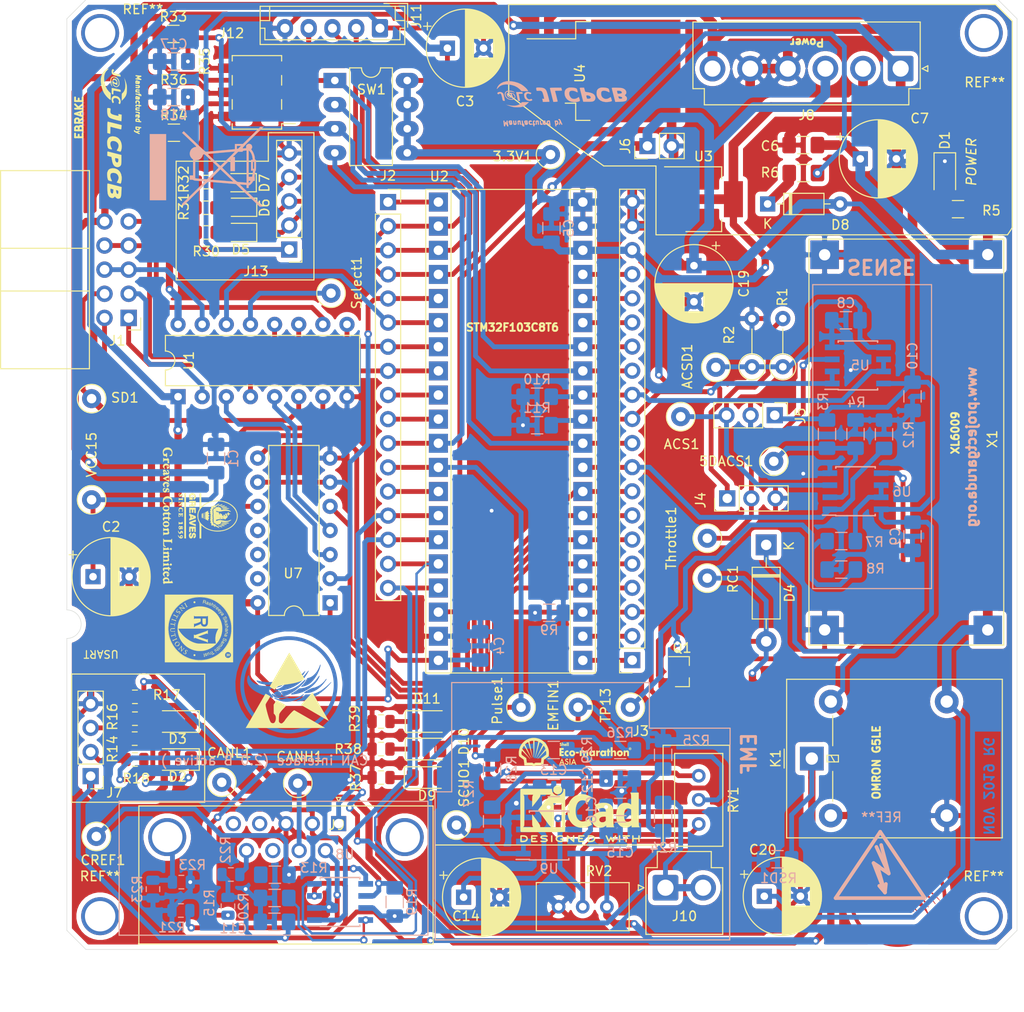
<source format=kicad_pcb>
(kicad_pcb (version 20171130) (host pcbnew "(5.1.0)-1")
  (layers (0 F.Cu signal) (31 B.Cu signal) (34 B.Paste user) (35 F.Paste user hide) (36 B.SilkS user) (37 F.SilkS user) (38 B.Mask user hide) (39 F.Mask user hide) (44 Edge.Cuts user hide))
  (net 0 "")
  (net 1 VCC15)
  (net 2 GND)
  (net 3 3.3V)
  (net 4 VCC12)
  (net 5 5V)
  (net 6 "Net-(C12-Pad2)")
  (net 7 "Net-(C16-Pad2)")
  (net 8 A5)
  (net 9 B1)
  (net 10 "Net-(D1-Pad2)")
  (net 11 "Net-(D2-Pad1)")
  (net 12 "Net-(D3-Pad1)")
  (net 13 "Net-(D4-Pad2)")
  (net 14 B15)
  (net 15 "Net-(D5-Pad2)")
  (net 16 "Net-(D6-Pad2)")
  (net 17 B14)
  (net 18 B13)
  (net 19 "Net-(D7-Pad2)")
  (net 20 "Net-(D8-Pad1)")
  (net 21 LV)
  (net 22 LW)
  (net 23 LU)
  (net 24 SD)
  (net 25 HU)
  (net 26 HW)
  (net 27 HV)
  (net 28 B12)
  (net 29 A8)
  (net 30 A9)
  (net 31 A10)
  (net 32 A11)
  (net 33 A12)
  (net 34 A15)
  (net 35 B3)
  (net 36 B4)
  (net 37 B5)
  (net 38 B6)
  (net 39 B7)
  (net 40 B8)
  (net 41 B9)
  (net 42 VB)
  (net 43 C13)
  (net 44 C14)
  (net 45 C15)
  (net 46 A0)
  (net 47 A1)
  (net 48 A2)
  (net 49 A3)
  (net 50 A4)
  (net 51 A6)
  (net 52 A7)
  (net 53 B0)
  (net 54 B10)
  (net 55 B11)
  (net 56 R)
  (net 57 Throttle)
  (net 58 ACS)
  (net 59 Rx)
  (net 60 Tx)
  (net 61 "Net-(J9-Pad1)")
  (net 62 CANL)
  (net 63 "Net-(J9-Pad4)")
  (net 64 "Net-(J9-Pad5)")
  (net 65 "Net-(J9-Pad6)")
  (net 66 CANH)
  (net 67 "Net-(J9-Pad8)")
  (net 68 "Net-(J9-Pad9)")
  (net 69 "Net-(J9-Pad0)")
  (net 70 Emf)
  (net 71 5VP)
  (net 72 "Net-(R7-Pad2)")
  (net 73 "Net-(R13-Pad2)")
  (net 74 "Net-(R15-Pad1)")
  (net 75 "Net-(R24-Pad2)")
  (net 76 "Net-(R27-Pad1)")
  (net 77 "Net-(R27-Pad2)")
  (net 78 "Net-(R28-Pad1)")
  (net 79 "Net-(R29-Pad1)")
  (net 80 A1')
  (net 81 A2')
  (net 82 A3')
  (net 83 "Net-(D9-Pad1)")
  (net 84 "Net-(D10-Pad1)")
  (net 85 "Net-(D11-Pad1)")
  (net 86 "Net-(5DACS1-Pad1)")
  (net 87 "Net-(ACSD1-Pad1)")
  (net 88 "Net-(CREF1-Pad1)")
  (net 89 "Net-(Select1-Pad1)")
  (net 90 "Net-(Q1-Pad1)")
  (net 91 "Net-(J12-Pad3)")
  (net 92 "Net-(J12-Pad4)")
  (module Logo:JLC_big (layer F.Cu) (at 75.32 65.55 270)
    (fp_text reference G*** hide)
    (fp_text value LOGO hide)
  )
  (module Logo:JLC_big (layer B.Cu) (at 122.32 61.55)
    (fp_text reference G*** hide)
    (fp_text value LOGO hide)
  )
  (module Connector_PinHeader_2.54mm:PinHeader_2x03_P2.54mm_Vertical_SMD (layer F.Cu) (at 90.32 61.3 180)
    (fp_text reference J12 (at 2.675 6.225) (layer F.SilkS))
    (fp_text value Conn_02x03_Odd_Even)
    (pad 6 smd rect (at 2.525 2.54 180) (size 3.15 1) (layers F.Cu F.Paste F.Mask) (net 5 5V))
    (pad 5 smd rect (at -2.525 2.54 180) (size 3.15 1) (layers F.Cu F.Paste F.Mask) (net 5 5V))
    (pad 4 smd rect (at 2.525 0 180) (size 3.15 1) (layers F.Cu F.Paste F.Mask) (net 92 "Net-(J12-Pad4)"))
    (pad 3 smd rect (at -2.525 0 180) (size 3.15 1) (layers F.Cu F.Paste F.Mask) (net 91 "Net-(J12-Pad3)"))
    (pad 2 smd rect (at 2.525 -2.54 180) (size 3.15 1) (layers F.Cu F.Paste F.Mask) (net 2 GND))
    (pad 1 smd rect (at -2.525 -2.54 180) (size 3.15 1) (layers F.Cu F.Paste F.Mask) (net 2 GND))
  )
  (module Symbol:KiCad-Logo2_5mm_SilkScreen (layer F.Cu) (at 124.32 137.25)
    (fp_text reference REF** hide)
    (fp_text value KiCad-Logo2_5mm_SilkScreen hide)
  )
  (module Symbol:WEEE-Logo_8.4x12mm_SilkScreen (layer B.Cu) (at 85.02 69.15 90)
    (fp_text reference REF** hide)
    (fp_text value WEEE-Logo_8.4x12mm_SilkScreen hide)
  )
  (module Symbol:ESD-Logo_8.9x8mm_SilkScreen (layer F.Cu) (at 93.52 124.25)
    (fp_text reference REF** hide)
    (fp_text value ESD-Logo_8.9x8mm_SilkScreen hide)
  )
  (module Logo:RV (layer F.Cu) (at 84.22 117.75 270)
    (fp_text reference G*** hide)
    (fp_text value LOGO hide)
  )
  (module Logo:Greaves (layer F.Cu) (at 84.42 105.85 270)
    (fp_text reference G*** hide)
    (fp_text value LOGO hide)
  )
  (module Logo:Symbol_HighVoltage_Type2_CopperTop_VerySmall_silk (layer B.Cu) (at 155.92 143.35 180)
    (fp_text reference REF** (at -0.127 5.715 180) (layer B.SilkS) (effects (justify mirror)))
    (fp_text value Symbol_HighVoltage_Type2_CopperTop_VerySmall_silk)
  )
  (module Logo:shel_12mm (layer F.Cu) (at 123.72 130.75)
    (fp_text reference G*** hide)
    (fp_text value LOGO hide)
  )
  (module Logo:8mm_garuda (layer B.Cu) (at 93.72 123.55)
    (fp_text reference G*** hide)
    (fp_text value LOGO hide)
    (fp_poly (pts (xy 0.926861 1.863807) (xy 0.955675 1.862918) (xy 1.026361 1.860275) (xy 1.090748 1.85721) (xy 1.143283 1.854037) (xy 1.178416 1.851066) (xy 1.186919 1.849906) (xy 1.230158 1.84288) (xy 1.286671 1.834645) (xy 1.344498 1.826891) (xy 1.382198 1.822333) (xy 1.408398 1.817764) (xy 1.452363 1.808426) (xy 1.507248 1.795821) (xy 1.5494 1.785636) (xy 1.628735 1.766026) (xy 1.687392 1.751397) (xy 1.729361 1.740673) (xy 1.75863 1.732779) (xy 1.779188 1.72664) (xy 1.795026 1.721182) (xy 1.80975 1.715481) (xy 1.835278 1.706419) (xy 1.875404 1.693308) (xy 1.91135 1.682092) (xy 2.039545 1.639095) (xy 2.181702 1.584631) (xy 2.330828 1.52159) (xy 2.479931 1.452861) (xy 2.5527 1.417059) (xy 2.692583 1.34534) (xy 2.813566 1.280197) (xy 2.920338 1.218784) (xy 3.017585 1.158254) (xy 3.109997 1.095761) (xy 3.20226 1.02846) (xy 3.239434 1.000125) (xy 3.272948 0.975094) (xy 3.297998 0.957844) (xy 3.308058 0.9525) (xy 3.320561 0.94505) (xy 3.348775 0.924803) (xy 3.388645 0.894913) (xy 3.436115 0.858537) (xy 3.487131 0.81883) (xy 3.537637 0.778947) (xy 3.583579 0.742043) (xy 3.620901 0.711274) (xy 3.6449 0.690397) (xy 3.681853 0.656512) (xy 3.718878 0.622952) (xy 3.72745 0.615261) (xy 3.804643 0.543852) (xy 3.8933 0.457808) (xy 3.988628 0.362012) (xy 4.085836 0.261347) (xy 4.180135 0.160696) (xy 4.260907 0.071514) (xy 4.289557 0.037698) (xy 4.323827 -0.004935) (xy 4.357826 -0.048821) (xy 4.385666 -0.086394) (xy 4.398752 -0.105549) (xy 4.416425 -0.137251) (xy 4.417916 -0.150092) (xy 4.403714 -0.144372) (xy 4.374309 -0.120391) (xy 4.330191 -0.07845) (xy 4.2926 -0.040406) (xy 4.248435 0.004008) (xy 4.195315 0.055691) (xy 4.136321 0.111825) (xy 4.074536 0.169593) (xy 4.013042 0.22618) (xy 3.95492 0.278768) (xy 3.903253 0.32454) (xy 3.861122 0.36068) (xy 3.831611 0.38437) (xy 3.818837 0.392586) (xy 3.796935 0.406569) (xy 3.79095 0.412588) (xy 3.768711 0.433394) (xy 3.729301 0.465266) (xy 3.676764 0.505308) (xy 3.615147 0.550623) (xy 3.548494 0.598314) (xy 3.480852 0.645485) (xy 3.416266 0.689239) (xy 3.358781 0.726679) (xy 3.3147 0.753605) (xy 3.243009 0.793822) (xy 3.163707 0.836097) (xy 3.082498 0.877588) (xy 3.005083 0.915454) (xy 2.937168 0.946854) (xy 2.884454 0.968946) (xy 2.87655 0.971885) (xy 2.83833 0.98679) (xy 2.809822 0.999926) (xy 2.800984 1.0054) (xy 2.779176 1.014215) (xy 2.762535 1.016) (xy 2.730747 1.02315) (xy 2.7111 1.033202) (xy 2.678006 1.049708) (xy 2.6543 1.05695) (xy 2.626731 1.063432) (xy 2.583475 1.074457) (xy 2.533321 1.087779) (xy 2.5273 1.089413) (xy 2.362755 1.124694) (xy 2.177046 1.146719) (xy 1.969922 1.155518) (xy 1.93339 1.155701) (xy 1.7145 1.1557) (xy 1.666281 1.203325) (xy 1.631703 1.236214) (xy 1.587304 1.276748) (xy 1.542668 1.316181) (xy 1.542456 1.316364) (xy 1.498841 1.354203) (xy 1.456131 1.391429) (xy 1.423321 1.420201) (xy 1.4224 1.421014) (xy 1.394044 1.443981) (xy 1.35088 1.476585) (xy 1.299197 1.514318) (xy 1.245282 1.552669) (xy 1.195424 1.587128) (xy 1.155909 1.613186) (xy 1.145647 1.61951) (xy 1.122582 1.633782) (xy 1.088093 1.655647) (xy 1.06796 1.668566) (xy 1.028711 1.691953) (xy 0.976789 1.720369) (xy 0.922566 1.748161) (xy 0.91556 1.751594) (xy 0.851418 1.78349) (xy 0.807272 1.807362) (xy 0.77984 1.825358) (xy 0.765844 1.839623) (xy 0.762 1.852045) (xy 0.766388 1.858637) (xy 0.781759 1.862924) (xy 0.811422 1.86509) (xy 0.858686 1.865323) (xy 0.926861 1.863807)) (layer B.Cu) (width 0.01))
    (fp_poly (pts (xy 1.789879 0.997861) (xy 1.870341 0.992058) (xy 1.873279 0.991808) (xy 1.97719 0.982228) (xy 2.062493 0.972416) (xy 2.135961 0.96112) (xy 2.204365 0.947088) (xy 2.274477 0.929065) (xy 2.353069 0.905799) (xy 2.3749 0.898996) (xy 2.544395 0.83622) (xy 2.716055 0.754737) (xy 2.881395 0.658898) (xy 2.995945 0.580368) (xy 3.035179 0.550393) (xy 3.084319 0.511408) (xy 3.139162 0.466911) (xy 3.195506 0.420402) (xy 3.24915 0.37538) (xy 3.295892 0.335345) (xy 3.331529 0.303797) (xy 3.351861 0.284233) (xy 3.3528 0.283177) (xy 3.367992 0.26589) (xy 3.396396 0.233826) (xy 3.434308 0.191156) (xy 3.478024 0.142052) (xy 3.490571 0.127976) (xy 3.542593 0.068187) (xy 3.59644 0.003869) (xy 3.645753 -0.057247) (xy 3.684127 -0.107366) (xy 3.72613 -0.164705) (xy 3.775066 -0.231489) (xy 3.822848 -0.296681) (xy 3.841631 -0.322302) (xy 3.886937 -0.387612) (xy 3.91428 -0.435584) (xy 3.92384 -0.466655) (xy 3.915796 -0.481266) (xy 3.907463 -0.4826) (xy 3.887535 -0.473841) (xy 3.865091 -0.454025) (xy 3.840894 -0.424206) (xy 3.81416 -0.387538) (xy 3.809707 -0.381) (xy 3.751798 -0.303309) (xy 3.678502 -0.217923) (xy 3.595777 -0.130908) (xy 3.509582 -0.04833) (xy 3.425878 0.023742) (xy 3.37185 0.06477) (xy 3.301266 0.114435) (xy 3.245881 0.152608) (xy 3.20033 0.182711) (xy 3.15925 0.208167) (xy 3.11728 0.232398) (xy 3.069055 0.258825) (xy 3.0607 0.263325) (xy 3.005655 0.291072) (xy 2.939125 0.321781) (xy 2.866862 0.353095) (xy 2.794617 0.382659) (xy 2.728143 0.408116) (xy 2.673191 0.427111) (xy 2.636373 0.437126) (xy 2.512388 0.462999) (xy 2.406583 0.490435) (xy 2.311756 0.521977) (xy 2.220706 0.56017) (xy 2.126231 0.607558) (xy 2.07645 0.634937) (xy 2.031419 0.660222) (xy 1.990022 0.683373) (xy 1.964284 0.697683) (xy 1.94423 0.70886) (xy 1.925701 0.719598) (xy 1.904074 0.732767) (xy 1.874724 0.751233) (xy 1.833026 0.777864) (xy 1.77791 0.813243) (xy 1.725965 0.845977) (xy 1.676381 0.876123) (xy 1.636643 0.899176) (xy 1.622335 0.906875) (xy 1.585707 0.930959) (xy 1.574308 0.952696) (xy 1.588038 0.971648) (xy 1.626796 0.987377) (xy 1.641504 0.991007) (xy 1.681101 0.997355) (xy 1.72868 0.999633) (xy 1.789879 0.997861)) (layer B.Cu) (width 0.01))
    (fp_poly (pts (xy 1.315857 0.337218) (xy 1.363849 0.329723) (xy 1.413202 0.322147) (xy 1.41605 0.321715) (xy 1.463736 0.312602) (xy 1.527172 0.297888) (xy 1.597911 0.279701) (xy 1.667508 0.260171) (xy 1.703412 0.24926) (xy 1.770953 0.223565) (xy 1.851817 0.185831) (xy 1.939327 0.139674) (xy 2.026805 0.088711) (xy 2.107575 0.036559) (xy 2.144394 0.010403) (xy 2.293949 -0.112763) (xy 2.441502 -0.25925) (xy 2.585261 -0.426979) (xy 2.723434 -0.613871) (xy 2.844078 -0.80095) (xy 2.874852 -0.853003) (xy 2.901052 -0.899383) (xy 2.919558 -0.934441) (xy 2.926797 -0.950759) (xy 2.938194 -0.972186) (xy 2.947255 -0.9779) (xy 2.958796 -0.987556) (xy 2.9591 -0.990355) (xy 2.964182 -1.006611) (xy 2.977841 -1.0401) (xy 2.997694 -1.085142) (xy 3.011042 -1.11418) (xy 3.03935 -1.175008) (xy 3.061193 -1.222404) (xy 3.080909 -1.265924) (xy 3.102836 -1.315126) (xy 3.123498 -1.361852) (xy 3.148755 -1.423739) (xy 3.175173 -1.496594) (xy 3.201598 -1.576277) (xy 3.226875 -1.658651) (xy 3.249852 -1.739578) (xy 3.269373 -1.814921) (xy 3.284285 -1.880541) (xy 3.293434 -1.932301) (xy 3.295666 -1.966063) (xy 3.294216 -1.974005) (xy 3.281123 -1.992199) (xy 3.265452 -1.985177) (xy 3.247163 -1.952917) (xy 3.24502 -1.947899) (xy 3.232696 -1.916307) (xy 3.226131 -1.89539) (xy 3.2258 -1.892939) (xy 3.220985 -1.878118) (xy 3.207995 -1.845224) (xy 3.189004 -1.79938) (xy 3.166192 -1.745705) (xy 3.141735 -1.689321) (xy 3.117811 -1.63535) (xy 3.096598 -1.588912) (xy 3.095937 -1.5875) (xy 3.079108 -1.553643) (xy 3.055686 -1.509204) (xy 3.028741 -1.459685) (xy 3.001343 -1.410588) (xy 2.976562 -1.367412) (xy 2.957469 -1.33566) (xy 2.947133 -1.320832) (xy 2.947097 -1.3208) (xy 2.935223 -1.305559) (xy 2.92735 -1.293266) (xy 2.866427 -1.202797) (xy 2.789881 -1.106374) (xy 2.703013 -1.009543) (xy 2.611127 -0.917855) (xy 2.519525 -0.836857) (xy 2.433509 -0.772096) (xy 2.422048 -0.764534) (xy 2.323793 -0.705053) (xy 2.230148 -0.657961) (xy 2.133237 -0.620099) (xy 2.025186 -0.58831) (xy 1.92405 -0.564834) (xy 1.902496 -0.548623) (xy 1.875555 -0.508377) (xy 1.8542 -0.467199) (xy 1.766125 -0.301917) (xy 1.665755 -0.147976) (xy 1.549099 0.000118) (xy 1.412165 0.147859) (xy 1.394695 0.165316) (xy 1.333735 0.22699) (xy 1.291093 0.2735) (xy 1.266026 0.306471) (xy 1.257788 0.327524) (xy 1.265636 0.338283) (xy 1.288825 0.34037) (xy 1.315857 0.337218)) (layer B.Cu) (width 0.01))
    (fp_poly (pts (xy 0.333726 1.151268) (xy 0.38811 1.145291) (xy 0.447754 1.138823) (xy 0.4699 1.136447) (xy 0.512467 1.130486) (xy 0.573553 1.120102) (xy 0.646913 1.106542) (xy 0.726307 1.091049) (xy 0.805493 1.07487) (xy 0.878227 1.05925) (xy 0.938268 1.045433) (xy 0.9779 1.035103) (xy 1.023164 1.021858) (xy 1.077794 1.00593) (xy 1.11125 0.996203) (xy 1.23669 0.955345) (xy 1.375682 0.902409) (xy 1.521398 0.840482) (xy 1.667014 0.772652) (xy 1.805705 0.702005) (xy 1.930643 0.631629) (xy 1.9685 0.608485) (xy 2.141729 0.492267) (xy 2.310419 0.364107) (xy 2.470762 0.227487) (xy 2.618954 0.085893) (xy 2.751188 -0.057191) (xy 2.863658 -0.19828) (xy 2.889707 -0.23495) (xy 2.918846 -0.275927) (xy 2.943203 -0.308014) (xy 2.958793 -0.326039) (xy 2.961474 -0.328083) (xy 2.971671 -0.34259) (xy 2.9718 -0.344568) (xy 2.978217 -0.360828) (xy 2.995015 -0.391498) (xy 3.01773 -0.42862) (xy 3.048273 -0.47944) (xy 3.080789 -0.538648) (xy 3.112843 -0.601167) (xy 3.141997 -0.661921) (xy 3.165815 -0.715834) (xy 3.181861 -0.757831) (xy 3.1877 -0.782742) (xy 3.182136 -0.807622) (xy 3.16588 -0.81011) (xy 3.139581 -0.790543) (xy 3.103891 -0.749256) (xy 3.091992 -0.733425) (xy 3.060364 -0.690278) (xy 3.01944 -0.634425) (xy 2.974924 -0.573655) (xy 2.939347 -0.525075) (xy 2.905061 -0.480073) (xy 2.862684 -0.427234) (xy 2.815108 -0.36986) (xy 2.765225 -0.311255) (xy 2.71593 -0.254724) (xy 2.670114 -0.203569) (xy 2.630671 -0.161094) (xy 2.600493 -0.130603) (xy 2.582473 -0.115399) (xy 2.579646 -0.1143) (xy 2.566614 -0.106138) (xy 2.541427 -0.084897) (xy 2.514189 -0.059597) (xy 2.471157 -0.021033) (xy 2.42043 0.020344) (xy 2.3876 0.044989) (xy 2.350165 0.071897) (xy 2.320315 0.093673) (xy 2.30505 0.105184) (xy 2.256732 0.139777) (xy 2.190186 0.180907) (xy 2.11079 0.225737) (xy 2.023922 0.271429) (xy 1.934963 0.315147) (xy 1.84929 0.354054) (xy 1.778 0.38316) (xy 1.604439 0.440328) (xy 1.429503 0.481384) (xy 1.259531 0.505068) (xy 1.13665 0.510673) (xy 1.06636 0.518011) (xy 1.007645 0.542578) (xy 0.9525 0.587136) (xy 0.907948 0.626425) (xy 0.845709 0.674821) (xy 0.770319 0.729129) (xy 0.686315 0.786155) (xy 0.598233 0.842707) (xy 0.5334 0.88219) (xy 0.475818 0.916611) (xy 0.423299 0.948425) (xy 0.381216 0.97435) (xy 0.35494 0.991104) (xy 0.352939 0.992455) (xy 0.325622 1.00878) (xy 0.306723 1.015983) (xy 0.306221 1.016) (xy 0.287204 1.023751) (xy 0.276595 1.031875) (xy 0.25088 1.051463) (xy 0.234413 1.061731) (xy 0.213905 1.084423) (xy 0.205574 1.108913) (xy 0.210128 1.13484) (xy 0.232673 1.149989) (xy 0.275198 1.155018) (xy 0.333726 1.151268)) (layer B.Cu) (width 0.01))
    (fp_poly (pts (xy -0.267719 -0.09605) (xy -0.232112 -0.10622) (xy -0.182048 -0.117536) (xy -0.128219 -0.127586) (xy -0.127 -0.127786) (xy 0.102459 -0.170802) (xy 0.312312 -0.2218) (xy 0.507506 -0.282253) (xy 0.692987 -0.353633) (xy 0.8128 -0.407595) (xy 0.870988 -0.435596) (xy 0.916839 -0.458706) (xy 0.957165 -0.480828) (xy 0.998781 -0.505864) (xy 1.048499 -0.537718) (xy 1.105727 -0.57539) (xy 1.181823 -0.632623) (xy 1.264824 -0.706885) (xy 1.349597 -0.792839) (xy 1.431013 -0.885146) (xy 1.503939 -0.978469) (xy 1.532881 -1.019761) (xy 1.555254 -1.053769) (xy 1.570463 -1.078343) (xy 1.5748 -1.086952) (xy 1.580537 -1.099481) (xy 1.595906 -1.12894) (xy 1.618143 -1.170086) (xy 1.630645 -1.192813) (xy 1.658637 -1.245397) (xy 1.673827 -1.279857) (xy 1.677133 -1.29945) (xy 1.669472 -1.307429) (xy 1.663124 -1.3081) (xy 1.65119 -1.299372) (xy 1.626252 -1.275844) (xy 1.592403 -1.241498) (xy 1.566816 -1.214456) (xy 1.503213 -1.149736) (xy 1.435246 -1.086641) (xy 1.367618 -1.029086) (xy 1.305035 -0.98099) (xy 1.2522 -0.946268) (xy 1.2319 -0.935603) (xy 1.210249 -0.924339) (xy 1.176303 -0.905477) (xy 1.1557 -0.893679) (xy 1.076934 -0.852609) (xy 0.978936 -0.808621) (xy 0.867392 -0.763713) (xy 0.747987 -0.71989) (xy 0.626408 -0.67915) (xy 0.508341 -0.643497) (xy 0.399471 -0.61493) (xy 0.31115 -0.596424) (xy 0.267677 -0.58859) (xy 0.21039 -0.577932) (xy 0.150396 -0.566521) (xy 0.1397 -0.564456) (xy 0.017407 -0.541821) (xy -0.086075 -0.525012) (xy -0.17145 -0.513673) (xy -0.216278 -0.508419) (xy -0.27423 -0.501563) (xy -0.333212 -0.494536) (xy -0.33655 -0.494137) (xy -0.385617 -0.48943) (xy -0.452706 -0.484611) (xy -0.530445 -0.480131) (xy -0.611463 -0.47644) (xy -0.6477 -0.475134) (xy -0.735909 -0.472085) (xy -0.802183 -0.469083) (xy -0.849978 -0.46552) (xy -0.882752 -0.460784) (xy -0.903962 -0.454268) (xy -0.917063 -0.445362) (xy -0.925513 -0.433456) (xy -0.9294 -0.425475) (xy -0.937337 -0.400314) (xy -0.933651 -0.380874) (xy -0.915842 -0.366178) (xy -0.88141 -0.355251) (xy -0.827854 -0.347117) (xy -0.752676 -0.340799) (xy -0.70523 -0.337964) (xy -0.668265 -0.336039) (xy -0.639792 -0.333179) (xy -0.616168 -0.326807) (xy -0.593753 -0.314344) (xy -0.568905 -0.293211) (xy -0.537983 -0.26083) (xy -0.497346 -0.214623) (xy -0.4445 -0.153342) (xy -0.401065 -0.109553) (xy -0.361418 -0.086846) (xy -0.319016 -0.0831) (xy -0.267719 -0.09605)) (layer B.Cu) (width 0.01))
    (fp_poly (pts (xy -0.914506 0.749324) (xy -0.861574 0.742639) (xy -0.790801 0.731283) (xy -0.705632 0.715807) (xy -0.6096 0.696783) (xy -0.519425 0.678174) (xy -0.448884 0.663292) (xy -0.392715 0.650829) (xy -0.345655 0.639479) (xy -0.302442 0.627936) (xy -0.257813 0.614892) (xy -0.206507 0.599042) (xy -0.17145 0.587995) (xy -0.082594 0.559682) (xy -0.013373 0.537028) (xy 0.040911 0.518407) (xy 0.084957 0.502194) (xy 0.123463 0.486766) (xy 0.13335 0.482597) (xy 0.174343 0.465222) (xy 0.2091 0.450627) (xy 0.22225 0.445184) (xy 0.287318 0.417744) (xy 0.355725 0.387463) (xy 0.419984 0.357769) (xy 0.472612 0.332089) (xy 0.4953 0.32014) (xy 0.576377 0.274015) (xy 0.662745 0.222708) (xy 0.747792 0.170306) (xy 0.824907 0.120897) (xy 0.887477 0.07857) (xy 0.897194 0.071653) (xy 0.977367 0.013259) (xy 1.042755 -0.036399) (xy 1.099716 -0.082659) (xy 1.15461 -0.130859) (xy 1.213795 -0.186338) (xy 1.271992 -0.242975) (xy 1.342609 -0.313579) (xy 1.404038 -0.378019) (xy 1.462512 -0.443215) (xy 1.524263 -0.516086) (xy 1.585047 -0.59055) (xy 1.607998 -0.621033) (xy 1.639818 -0.666133) (xy 1.678263 -0.722394) (xy 1.721092 -0.786357) (xy 1.766059 -0.854564) (xy 1.810921 -0.923559) (xy 1.853435 -0.989882) (xy 1.891357 -1.050077) (xy 1.922444 -1.100685) (xy 1.944452 -1.13825) (xy 1.955137 -1.159313) (xy 1.9558 -1.161937) (xy 1.961725 -1.174893) (xy 1.977035 -1.2028) (xy 1.99243 -1.229407) (xy 2.01451 -1.269048) (xy 2.031668 -1.303774) (xy 2.037736 -1.318866) (xy 2.039956 -1.341512) (xy 2.028977 -1.346788) (xy 2.008638 -1.33616) (xy 1.982782 -1.311096) (xy 1.967984 -1.292225) (xy 1.910794 -1.214806) (xy 1.86448 -1.156814) (xy 1.834796 -1.124133) (xy 1.816674 -1.10469) (xy 1.786363 -1.070653) (xy 1.748082 -1.026817) (xy 1.706056 -0.977973) (xy 1.705993 -0.9779) (xy 1.633264 -0.897037) (xy 1.548308 -0.809538) (xy 1.457442 -0.721455) (xy 1.366979 -0.638836) (xy 1.283237 -0.567731) (xy 1.252444 -0.543413) (xy 1.187009 -0.493286) (xy 1.138796 -0.456788) (xy 1.105011 -0.431912) (xy 1.082863 -0.416646) (xy 1.069558 -0.408982) (xy 1.062777 -0.40692) (xy 1.046858 -0.399524) (xy 1.020132 -0.381781) (xy 1.011977 -0.37574) (xy 0.979571 -0.354282) (xy 0.931661 -0.326509) (xy 0.872736 -0.294628) (xy 0.807283 -0.260846) (xy 0.73979 -0.227373) (xy 0.674746 -0.196414) (xy 0.616638 -0.17018) (xy 0.569954 -0.150876) (xy 0.539182 -0.140712) (xy 0.532186 -0.1397) (xy 0.507132 -0.132863) (xy 0.501015 -0.12859) (xy 0.482458 -0.119994) (xy 0.443945 -0.107766) (xy 0.390449 -0.093128) (xy 0.326944 -0.077305) (xy 0.258404 -0.061521) (xy 0.189805 -0.046998) (xy 0.126119 -0.034961) (xy 0.10795 -0.031893) (xy 0.053227 -0.024692) (xy -0.018779 -0.017672) (xy -0.099954 -0.011501) (xy -0.182188 -0.00685) (xy -0.20955 -0.005711) (xy -0.41275 0.001844) (xy -0.501033 0.099347) (xy -0.587074 0.192141) (xy -0.664472 0.269562) (xy -0.737535 0.334336) (xy -0.810574 0.389192) (xy -0.887899 0.436855) (xy -0.973818 0.480053) (xy -1.072644 0.521511) (xy -1.188684 0.563957) (xy -1.28905 0.597897) (xy -1.383587 0.629531) (xy -1.456442 0.65498) (xy -1.510244 0.675422) (xy -1.547621 0.692036) (xy -1.571201 0.705999) (xy -1.583611 0.718491) (xy -1.587481 0.730689) (xy -1.5875 0.731711) (xy -1.583416 0.74227) (xy -1.568859 0.747541) (xy -1.540376 0.747469) (xy -1.494515 0.742001) (xy -1.42782 0.731083) (xy -1.41605 0.729015) (xy -1.292039 0.715961) (xy -1.160649 0.717626) (xy -1.035027 0.733763) (xy -1.02235 0.736363) (xy -0.983441 0.744333) (xy -0.954536 0.749637) (xy -0.94615 0.750783) (xy -0.914506 0.749324)) (layer B.Cu) (width 0.01))
    (fp_poly (pts (xy -0.858227 1.336923) (xy -0.842636 1.331912) (xy -0.829378 1.31257) (xy -0.814496 1.279324) (xy -0.809773 1.266039) (xy -0.799437 1.196028) (xy -0.810886 1.121375) (xy -0.841932 1.045821) (xy -0.890382 0.973105) (xy -0.954047 0.906968) (xy -1.030736 0.851152) (xy -1.063246 0.833218) (xy -1.101778 0.820689) (xy -1.156317 0.811353) (xy -1.217586 0.805967) (xy -1.276308 0.80529) (xy -1.323208 0.810079) (xy -1.329284 0.811477) (xy -1.39609 0.837957) (xy -1.466768 0.881387) (xy -1.533738 0.936047) (xy -1.589418 0.996218) (xy -1.60721 1.021134) (xy -1.631088 1.058017) (xy -1.568204 1.113352) (xy -1.502335 1.16213) (xy -1.418805 1.210014) (xy -1.325191 1.253234) (xy -1.22907 1.28802) (xy -1.20015 1.296447) (xy -1.141853 1.31011) (xy -1.076822 1.321726) (xy -1.010501 1.330755) (xy -0.948332 1.336657) (xy -0.89576 1.338893) (xy -0.858227 1.336923)) (layer B.Cu) (width 0.01))
    (fp_poly (pts (xy -0.852505 1.54217) (xy -0.737882 1.535302) (xy -0.623877 1.524267) (xy -0.516837 1.509444) (xy -0.424768 1.491597) (xy -0.379646 1.481342) (xy -0.341683 1.473043) (xy -0.323168 1.469281) (xy -0.296152 1.462871) (xy -0.25736 1.452082) (xy -0.2413 1.447279) (xy -0.204406 1.436677) (xy -0.177121 1.430059) (xy -0.170569 1.429062) (xy -0.151557 1.423956) (xy -0.118855 1.41185) (xy -0.100719 1.404384) (xy -0.023285 1.370276) (xy 0.030076 1.34409) (xy 0.059416 1.325799) (xy 0.064785 1.315375) (xy 0.063941 1.314723) (xy 0.042347 1.312562) (xy 0.037925 1.314559) (xy 0.019863 1.321764) (xy -0.015216 1.33306) (xy -0.059778 1.346022) (xy -0.060557 1.346238) (xy -0.201911 1.381335) (xy -0.335631 1.405261) (xy -0.467708 1.418313) (xy -0.604131 1.420792) (xy -0.750891 1.412994) (xy -0.913979 1.395219) (xy -0.948844 1.390527) (xy -0.985927 1.383777) (xy -1.039957 1.371975) (xy -1.103434 1.356956) (xy -1.168858 1.340561) (xy -1.228729 1.324626) (xy -1.275547 1.310991) (xy -1.2827 1.308696) (xy -1.332164 1.290788) (xy -1.393087 1.266225) (xy -1.460404 1.237334) (xy -1.529049 1.206442) (xy -1.593955 1.175876) (xy -1.650058 1.147962) (xy -1.692292 1.125027) (xy -1.7145 1.110361) (xy -1.746935 1.091678) (xy -1.781396 1.084487) (xy -1.808032 1.090374) (xy -1.812727 1.094559) (xy -1.818126 1.118392) (xy -1.811598 1.155185) (xy -1.795329 1.196782) (xy -1.77707 1.227613) (xy -1.746699 1.26741) (xy -1.716814 1.301819) (xy -1.692301 1.325576) (xy -1.678775 1.3335) (xy -1.66145 1.34222) (xy -1.651219 1.352287) (xy -1.629435 1.371024) (xy -1.597803 1.390918) (xy -1.595689 1.392042) (xy -1.529073 1.426441) (xy -1.481567 1.44955) (xy -1.45026 1.462737) (xy -1.436786 1.466725) (xy -1.412589 1.473121) (xy -1.375765 1.484359) (xy -1.3589 1.489834) (xy -1.309143 1.503779) (xy -1.254148 1.515672) (xy -1.23825 1.518342) (xy -1.192168 1.525366) (xy -1.149966 1.531898) (xy -1.13665 1.533996) (xy -1.058234 1.541895) (xy -0.961404 1.544493) (xy -0.852505 1.54217)) (layer B.Cu) (width 0.01))
    (fp_poly (pts (xy -0.140645 1.910556) (xy 0.110103 1.884634) (xy 0.361978 1.833483) (xy 0.51435 1.790422) (xy 0.559613 1.775603) (xy 0.595652 1.762562) (xy 0.615238 1.753931) (xy 0.61595 1.753458) (xy 0.634494 1.744174) (xy 0.66808 1.730443) (xy 0.69215 1.721483) (xy 0.762577 1.693874) (xy 0.838675 1.660235) (xy 0.911666 1.624714) (xy 0.972768 1.591462) (xy 0.991499 1.579993) (xy 1.024271 1.559563) (xy 1.047518 1.546187) (xy 1.0541 1.543263) (xy 1.068248 1.536164) (xy 1.097285 1.518422) (xy 1.135289 1.493958) (xy 1.176339 1.466696) (xy 1.214514 1.440557) (xy 1.243895 1.419464) (xy 1.2573 1.408655) (xy 1.275882 1.392463) (xy 1.308358 1.365697) (xy 1.348587 1.333398) (xy 1.360332 1.324106) (xy 1.415771 1.277954) (xy 1.464026 1.233174) (xy 1.501908 1.193163) (xy 1.526227 1.161317) (xy 1.533793 1.141031) (xy 1.533495 1.139737) (xy 1.523251 1.125059) (xy 1.504668 1.12509) (xy 1.474266 1.140837) (xy 1.435534 1.168076) (xy 1.394215 1.197259) (xy 1.355411 1.221932) (xy 1.331368 1.23488) (xy 1.306196 1.24875) (xy 1.295406 1.260108) (xy 1.2954 1.260295) (xy 1.284617 1.269649) (xy 1.255458 1.287054) (xy 1.2127 1.310124) (xy 1.161125 1.336475) (xy 1.105512 1.363722) (xy 1.050642 1.38948) (xy 1.001293 1.411364) (xy 0.962247 1.42699) (xy 0.95885 1.428202) (xy 0.917325 1.442899) (xy 0.882353 1.455487) (xy 0.86995 1.460065) (xy 0.839386 1.470192) (xy 0.789391 1.485149) (xy 0.725129 1.503436) (xy 0.651769 1.52355) (xy 0.6477 1.524645) (xy 0.557495 1.543383) (xy 0.449318 1.557002) (xy 0.330122 1.565265) (xy 0.20686 1.567935) (xy 0.086486 1.564773) (xy -0.024045 1.555543) (xy -0.06985 1.549164) (xy -0.118193 1.541481) (xy -0.159294 1.535143) (xy -0.184142 1.531539) (xy -0.209364 1.533559) (xy -0.249013 1.542149) (xy -0.285742 1.55274) (xy -0.335815 1.568058) (xy -0.398246 1.586074) (xy -0.460766 1.603262) (xy -0.4699 1.605684) (xy -0.52095 1.619472) (xy -0.563884 1.63168) (xy -0.591758 1.640308) (xy -0.5969 1.64221) (xy -0.61716 1.64683) (xy -0.656257 1.652725) (xy -0.707719 1.658989) (xy -0.74295 1.662656) (xy -0.899678 1.668791) (xy -1.049038 1.65659) (xy -1.187138 1.626638) (xy -1.310091 1.579523) (xy -1.317012 1.576107) (xy -1.351386 1.560172) (xy -1.376886 1.55062) (xy -1.383123 1.5494) (xy -1.400655 1.542766) (xy -1.429788 1.526064) (xy -1.442953 1.517451) (xy -1.483971 1.498065) (xy -1.520637 1.495189) (xy -1.547644 1.507402) (xy -1.559687 1.533286) (xy -1.55891 1.548461) (xy -1.545182 1.565035) (xy -1.510758 1.588118) (xy -1.459058 1.616252) (xy -1.393504 1.647977) (xy -1.317516 1.681834) (xy -1.234515 1.716366) (xy -1.147923 1.750112) (xy -1.06116 1.781615) (xy -0.977648 1.809415) (xy -0.900807 1.832054) (xy -0.88265 1.836836) (xy -0.63737 1.886669) (xy -0.389919 1.911238) (xy -0.140645 1.910556)) (layer B.Cu) (width 0.01))
    (fp_poly (pts (xy -1.711975 1.483077) (xy -1.703383 1.474634) (xy -1.701959 1.458454) (xy -1.711049 1.421317) (xy -1.736747 1.369759) (xy -1.777163 1.30676) (xy -1.830407 1.235302) (xy -1.88595 1.168275) (xy -1.965623 1.072579) (xy -2.026555 0.990076) (xy -2.069805 0.918046) (xy -2.096431 0.853772) (xy -2.10749 0.794535) (xy -2.104042 0.737616) (xy -2.087145 0.680297) (xy -2.081308 0.666408) (xy -2.046687 0.611177) (xy -1.994922 0.565602) (xy -1.924151 0.528731) (xy -1.832513 0.499615) (xy -1.718149 0.477303) (xy -1.70815 0.475811) (xy -1.666341 0.469444) (xy -1.613894 0.461129) (xy -1.58115 0.455793) (xy -1.526012 0.447016) (xy -1.461867 0.437273) (xy -1.41605 0.4306) (xy -1.243194 0.401585) (xy -1.093508 0.36652) (xy -0.965322 0.324663) (xy -0.856967 0.275271) (xy -0.766773 0.2176) (xy -0.693071 0.150908) (xy -0.641801 0.086063) (xy -0.615629 0.043521) (xy -0.602077 0.008065) (xy -0.597257 -0.032526) (xy -0.596901 -0.055061) (xy -0.602515 -0.125872) (xy -0.621194 -0.178423) (xy -0.65569 -0.217665) (xy -0.702983 -0.245907) (xy -0.731828 -0.258916) (xy -0.755823 -0.266998) (xy -0.781205 -0.270562) (xy -0.81421 -0.27002) (xy -0.861077 -0.265781) (xy -0.9144 -0.259814) (xy -0.975763 -0.252452) (xy -1.03048 -0.245249) (xy -1.072032 -0.239101) (xy -1.0922 -0.235359) (xy -1.119388 -0.230243) (xy -1.163542 -0.223519) (xy -1.216388 -0.216423) (xy -1.2319 -0.214503) (xy -1.28569 -0.207879) (xy -1.333155 -0.201852) (xy -1.366031 -0.197478) (xy -1.3716 -0.196678) (xy -1.604114 -0.168396) (xy -1.845217 -0.150997) (xy -2.087638 -0.144622) (xy -2.324104 -0.149414) (xy -2.547344 -0.165515) (xy -2.60985 -0.172474) (xy -2.720218 -0.186173) (xy -2.811894 -0.198498) (xy -2.891459 -0.210639) (xy -2.965491 -0.223787) (xy -3.04057 -0.239133) (xy -3.123275 -0.257866) (xy -3.220185 -0.281177) (xy -3.246975 -0.287755) (xy -3.32688 -0.305719) (xy -3.38409 -0.314208) (xy -3.419655 -0.312766) (xy -3.434625 -0.300937) (xy -3.430049 -0.278264) (xy -3.406978 -0.244292) (xy -3.390876 -0.225236) (xy -3.31021 -0.147472) (xy -3.216672 -0.084675) (xy -3.11785 -0.038062) (xy -3.068162 -0.018062) (xy -3.025098 -0.000702) (xy -2.995975 0.011066) (xy -2.99085 0.013146) (xy -2.978161 0.018055) (xy -2.963846 0.022625) (xy -2.943915 0.027755) (xy -2.914378 0.034342) (xy -2.871243 0.043283) (xy -2.81052 0.055476) (xy -2.7432 0.068849) (xy -2.667264 0.083339) (xy -2.596156 0.095451) (xy -2.526451 0.105436) (xy -2.454727 0.113545) (xy -2.377559 0.120027) (xy -2.291524 0.125134) (xy -2.193197 0.129115) (xy -2.079155 0.132222) (xy -1.945973 0.134703) (xy -1.818712 0.136465) (xy -1.707771 0.137979) (xy -1.605383 0.139645) (xy -1.514187 0.141399) (xy -1.436821 0.14318) (xy -1.375923 0.144923) (xy -1.334133 0.146566) (xy -1.314087 0.148046) (xy -1.312725 0.148559) (xy -1.331863 0.156968) (xy -1.372703 0.167591) (xy -1.431707 0.179831) (xy -1.505333 0.193094) (xy -1.590041 0.206784) (xy -1.68229 0.220308) (xy -1.778539 0.233071) (xy -1.875248 0.244477) (xy -1.89865 0.247001) (xy -1.983908 0.253892) (xy -2.087308 0.258883) (xy -2.202793 0.26197) (xy -2.324307 0.263152) (xy -2.445794 0.262423) (xy -2.561197 0.259783) (xy -2.664459 0.255228) (xy -2.749525 0.248756) (xy -2.76225 0.247407) (xy -2.986747 0.215483) (xy -3.189947 0.171966) (xy -3.373467 0.116226) (xy -3.538925 0.047631) (xy -3.687939 -0.034452) (xy -3.822125 -0.130655) (xy -3.896792 -0.195981) (xy -3.999108 -0.306664) (xy -4.083985 -0.430653) (xy -4.152806 -0.570492) (xy -4.206955 -0.728723) (xy -4.225376 -0.8001) (xy -4.239154 -0.831657) (xy -4.259036 -0.848769) (xy -4.2672 -0.849845) (xy -4.282225 -0.844577) (xy -4.3053 -0.834516) (xy -4.332446 -0.819025) (xy -4.346624 -0.806801) (xy -4.355896 -0.787262) (xy -4.368977 -0.751897) (xy -4.382987 -0.709382) (xy -4.395043 -0.668395) (xy -4.401579 -0.64135) (xy -4.42489 -0.470656) (xy -4.425553 -0.31001) (xy -4.403053 -0.157) (xy -4.356877 -0.009212) (xy -4.286512 0.135765) (xy -4.210891 0.253551) (xy -4.183452 0.288493) (xy -4.144745 0.332866) (xy -4.09807 0.383387) (xy -4.046725 0.436773) (xy -3.994011 0.489742) (xy -3.943229 0.539011) (xy -3.897677 0.581296) (xy -3.860656 0.613316) (xy -3.835466 0.631787) (xy -3.827444 0.635) (xy -3.81063 0.643492) (xy -3.787047 0.664191) (xy -3.784601 0.66675) (xy -3.76123 0.688272) (xy -3.744035 0.698389) (xy -3.742939 0.6985) (xy -3.726754 0.705815) (xy -3.699047 0.724389) (xy -3.683 0.7366) (xy -3.653515 0.758857) (xy -3.632666 0.772581) (xy -3.627594 0.7747) (xy -3.614225 0.781112) (xy -3.585187 0.798142) (xy -3.546054 0.822487) (xy -3.534172 0.830084) (xy -3.490059 0.856414) (xy -3.430461 0.889024) (xy -3.358799 0.926303) (xy -3.278495 0.966642) (xy -3.192971 1.008433) (xy -3.105648 1.050065) (xy -3.01995 1.089929) (xy -2.939297 1.126416) (xy -2.867111 1.157917) (xy -2.806815 1.182823) (xy -2.76183 1.199523) (xy -2.735578 1.20641) (xy -2.733781 1.206501) (xy -2.714894 1.211752) (xy -2.685697 1.224468) (xy -2.684108 1.225255) (xy -2.649865 1.240059) (xy -2.621832 1.248747) (xy -2.590725 1.25673) (xy -2.5781 1.261111) (xy -2.548485 1.27185) (xy -2.502464 1.287343) (xy -2.447964 1.30505) (xy -2.39291 1.32243) (xy -2.345227 1.336942) (xy -2.314343 1.345663) (xy -2.27415 1.356499) (xy -2.224207 1.370617) (xy -2.1971 1.378527) (xy -2.068247 1.4158) (xy -1.962007 1.444598) (xy -1.877155 1.465222) (xy -1.81247 1.477975) (xy -1.774825 1.482681) (xy -1.733776 1.48509) (xy -1.711975 1.483077)) (layer B.Cu) (width 0.01))
    (fp_circle (center -0.033739 0.137028) (end 4.886627 0.137028) (layer B.Cu) (width 0.4))
    (fp_poly (pts (xy -0.649039 1.367925) (xy -0.616707 1.358629) (xy -0.576936 1.346308) (xy -0.538025 1.333558) (xy -0.508272 1.322975) (xy -0.50165 1.320303) (xy -0.474148 1.309713) (xy -0.435025 1.296) (xy -0.4191 1.290703) (xy -0.3284 1.257411) (xy -0.222364 1.21246) (xy -0.106544 1.158651) (xy 0.013513 1.098784) (xy 0.132256 1.035657) (xy 0.244136 0.972071) (xy 0.343603 0.910825) (xy 0.375014 0.890084) (xy 0.407968 0.868501) (xy 0.431561 0.854269) (xy 0.438916 0.8509) (xy 0.452408 0.843889) (xy 0.481564 0.825087) (xy 0.521654 0.797846) (xy 0.567948 0.765515) (xy 0.615715 0.731446) (xy 0.660225 0.698989) (xy 0.696748 0.671494) (xy 0.720554 0.652311) (xy 0.724725 0.648463) (xy 0.747787 0.627737) (xy 0.779283 0.601924) (xy 0.785723 0.5969) (xy 0.857528 0.539384) (xy 0.93819 0.471227) (xy 1.024777 0.395215) (xy 1.114357 0.314135) (xy 1.203998 0.230774) (xy 1.290768 0.14792) (xy 1.371736 0.068359) (xy 1.44397 -0.005122) (xy 1.504538 -0.069736) (xy 1.550509 -0.122696) (xy 1.571584 -0.150131) (xy 1.598352 -0.187568) (xy 1.620604 -0.217772) (xy 1.632275 -0.232681) (xy 1.64471 -0.251345) (xy 1.664029 -0.284931) (xy 1.682916 -0.320199) (xy 1.705374 -0.36969) (xy 1.711453 -0.399772) (xy 1.701238 -0.410377) (xy 1.674819 -0.401434) (xy 1.632284 -0.372874) (xy 1.624347 -0.36676) (xy 1.591171 -0.339436) (xy 1.545915 -0.30021) (xy 1.492448 -0.252639) (xy 1.434639 -0.200284) (xy 1.37636 -0.146703) (xy 1.321479 -0.095456) (xy 1.273866 -0.050102) (xy 1.237391 -0.0142) (xy 1.215925 0.00869) (xy 1.215274 0.009479) (xy 1.193957 0.030832) (xy 1.158113 0.061741) (xy 1.111984 0.09903) (xy 1.059808 0.139519) (xy 1.005826 0.180031) (xy 0.954278 0.217385) (xy 0.909403 0.248405) (xy 0.875442 0.26991) (xy 0.856634 0.278724) (xy 0.856043 0.278782) (xy 0.837817 0.28787) (xy 0.81915 0.3048) (xy 0.798111 0.323741) (xy 0.784544 0.3302) (xy 0.768212 0.336898) (xy 0.739088 0.354039) (xy 0.718278 0.367799) (xy 0.686535 0.387835) (xy 0.663966 0.398735) (xy 0.657475 0.399242) (xy 0.6457 0.40238) (xy 0.635254 0.412444) (xy 0.615257 0.42868) (xy 0.604869 0.431828) (xy 0.586727 0.437423) (xy 0.554022 0.451937) (xy 0.5207 0.468675) (xy 0.476207 0.490589) (xy 0.41826 0.51703) (xy 0.3571 0.543373) (xy 0.33655 0.551829) (xy 0.284222 0.573132) (xy 0.23857 0.591884) (xy 0.206266 0.605335) (xy 0.19685 0.60937) (xy 0.170309 0.619083) (xy 0.12557 0.63345) (xy 0.068981 0.650604) (xy 0.006891 0.668674) (xy -0.054352 0.685793) (xy -0.108399 0.700091) (xy -0.127 0.704703) (xy -0.211808 0.725066) (xy -0.279082 0.740916) (xy -0.335958 0.753791) (xy -0.389573 0.765228) (xy -0.44706 0.776766) (xy -0.515556 0.789943) (xy -0.5715 0.800519) (xy -0.619033 0.807014) (xy -0.674669 0.811253) (xy -0.700125 0.812043) (xy -0.755333 0.816737) (xy -0.804502 0.828247) (xy -0.841904 0.844511) (xy -0.861813 0.863465) (xy -0.8636 0.870956) (xy -0.858929 0.894928) (xy -0.84343 0.926998) (xy -0.814875 0.971191) (xy -0.785572 1.011977) (xy -0.761176 1.047828) (xy -0.744116 1.08191) (xy -0.732261 1.121133) (xy -0.72348 1.172409) (xy -0.716214 1.236848) (xy -0.708903 1.278921) (xy -0.696794 1.320091) (xy -0.682633 1.353049) (xy -0.669161 1.370488) (xy -0.665636 1.3716) (xy -0.649039 1.367925)) (layer B.Cu) (width 0.01))
  )
  (module Resistor_SMD:R_0805_2012Metric (layer B.Cu) (at 79.38 145.2 270)
    (fp_text reference R23 (at 0 1.65 270) (layer B.SilkS) (effects (justify mirror)))
    (fp_text value R)
    (pad 2 smd roundrect (at 0.9375 0 270) (size 0.975 1.4) (layers B.Cu B.Paste B.Mask) (net 2 GND))
    (pad 1 smd roundrect (at -0.9375 0 270) (size 0.975 1.4) (layers B.Cu B.Paste B.Mask) (net 69 "Net-(J9-Pad0)"))
  )
  (module Resistor_SMD:R_0805_2012Metric (layer B.Cu) (at 82.3675 144.46)
    (fp_text reference R23 (at 1.1525 -1.81 180) (layer B.SilkS) (effects (justify mirror)))
    (fp_text value R)
    (pad 2 smd roundrect (at 0.9375 0) (size 0.975 1.4) (layers B.Cu B.Paste B.Mask) (net 2 GND))
    (pad 1 smd roundrect (at -0.9375 0) (size 0.975 1.4) (layers B.Cu B.Paste B.Mask) (net 69 "Net-(J9-Pad0)"))
  )
  (module Logo:8mm_garuda (layer F.Cu) (at 157.82 146.3)
    (fp_text reference G*** hide)
    (fp_text value LOGO hide)
    (fp_poly (pts (xy 0.926861 -1.863807) (xy 0.955675 -1.862918) (xy 1.026361 -1.860275) (xy 1.090748 -1.85721) (xy 1.143283 -1.854037) (xy 1.178416 -1.851066) (xy 1.186919 -1.849906) (xy 1.230158 -1.84288) (xy 1.286671 -1.834645) (xy 1.344498 -1.826891) (xy 1.382198 -1.822333) (xy 1.408398 -1.817764) (xy 1.452363 -1.808426) (xy 1.507248 -1.795821) (xy 1.5494 -1.785636) (xy 1.628735 -1.766026) (xy 1.687392 -1.751397) (xy 1.729361 -1.740673) (xy 1.75863 -1.732779) (xy 1.779188 -1.72664) (xy 1.795026 -1.721182) (xy 1.80975 -1.715481) (xy 1.835278 -1.706419) (xy 1.875404 -1.693308) (xy 1.91135 -1.682092) (xy 2.039545 -1.639095) (xy 2.181702 -1.584631) (xy 2.330828 -1.52159) (xy 2.479931 -1.452861) (xy 2.5527 -1.417059) (xy 2.692583 -1.34534) (xy 2.813566 -1.280197) (xy 2.920338 -1.218784) (xy 3.017585 -1.158254) (xy 3.109997 -1.095761) (xy 3.20226 -1.02846) (xy 3.239434 -1.000125) (xy 3.272948 -0.975094) (xy 3.297998 -0.957844) (xy 3.308058 -0.9525) (xy 3.320561 -0.94505) (xy 3.348775 -0.924803) (xy 3.388645 -0.894913) (xy 3.436115 -0.858537) (xy 3.487131 -0.81883) (xy 3.537637 -0.778947) (xy 3.583579 -0.742043) (xy 3.620901 -0.711274) (xy 3.6449 -0.690397) (xy 3.681853 -0.656512) (xy 3.718878 -0.622952) (xy 3.72745 -0.615261) (xy 3.804643 -0.543852) (xy 3.8933 -0.457808) (xy 3.988628 -0.362012) (xy 4.085836 -0.261347) (xy 4.180135 -0.160696) (xy 4.260907 -0.071514) (xy 4.289557 -0.037698) (xy 4.323827 0.004935) (xy 4.357826 0.048821) (xy 4.385666 0.086394) (xy 4.398752 0.105549) (xy 4.416425 0.137251) (xy 4.417916 0.150092) (xy 4.403714 0.144372) (xy 4.374309 0.120391) (xy 4.330191 0.07845) (xy 4.2926 0.040406) (xy 4.248435 -0.004008) (xy 4.195315 -0.055691) (xy 4.136321 -0.111825) (xy 4.074536 -0.169593) (xy 4.013042 -0.22618) (xy 3.95492 -0.278768) (xy 3.903253 -0.32454) (xy 3.861122 -0.36068) (xy 3.831611 -0.38437) (xy 3.818837 -0.392586) (xy 3.796935 -0.406569) (xy 3.79095 -0.412588) (xy 3.768711 -0.433394) (xy 3.729301 -0.465266) (xy 3.676764 -0.505308) (xy 3.615147 -0.550623) (xy 3.548494 -0.598314) (xy 3.480852 -0.645485) (xy 3.416266 -0.689239) (xy 3.358781 -0.726679) (xy 3.3147 -0.753605) (xy 3.243009 -0.793822) (xy 3.163707 -0.836097) (xy 3.082498 -0.877588) (xy 3.005083 -0.915454) (xy 2.937168 -0.946854) (xy 2.884454 -0.968946) (xy 2.87655 -0.971885) (xy 2.83833 -0.98679) (xy 2.809822 -0.999926) (xy 2.800984 -1.0054) (xy 2.779176 -1.014215) (xy 2.762535 -1.016) (xy 2.730747 -1.02315) (xy 2.7111 -1.033202) (xy 2.678006 -1.049708) (xy 2.6543 -1.05695) (xy 2.626731 -1.063432) (xy 2.583475 -1.074457) (xy 2.533321 -1.087779) (xy 2.5273 -1.089413) (xy 2.362755 -1.124694) (xy 2.177046 -1.146719) (xy 1.969922 -1.155518) (xy 1.93339 -1.155701) (xy 1.7145 -1.1557) (xy 1.666281 -1.203325) (xy 1.631703 -1.236214) (xy 1.587304 -1.276748) (xy 1.542668 -1.316181) (xy 1.542456 -1.316364) (xy 1.498841 -1.354203) (xy 1.456131 -1.391429) (xy 1.423321 -1.420201) (xy 1.4224 -1.421014) (xy 1.394044 -1.443981) (xy 1.35088 -1.476585) (xy 1.299197 -1.514318) (xy 1.245282 -1.552669) (xy 1.195424 -1.587128) (xy 1.155909 -1.613186) (xy 1.145647 -1.61951) (xy 1.122582 -1.633782) (xy 1.088093 -1.655647) (xy 1.06796 -1.668566) (xy 1.028711 -1.691953) (xy 0.976789 -1.720369) (xy 0.922566 -1.748161) (xy 0.91556 -1.751594) (xy 0.851418 -1.78349) (xy 0.807272 -1.807362) (xy 0.77984 -1.825358) (xy 0.765844 -1.839623) (xy 0.762 -1.852045) (xy 0.766388 -1.858637) (xy 0.781759 -1.862924) (xy 0.811422 -1.86509) (xy 0.858686 -1.865323) (xy 0.926861 -1.863807)) (layer F.Cu) (width 0.01))
    (fp_poly (pts (xy 1.789879 -0.997861) (xy 1.870341 -0.992058) (xy 1.873279 -0.991808) (xy 1.97719 -0.982228) (xy 2.062493 -0.972416) (xy 2.135961 -0.96112) (xy 2.204365 -0.947088) (xy 2.274477 -0.929065) (xy 2.353069 -0.905799) (xy 2.3749 -0.898996) (xy 2.544395 -0.83622) (xy 2.716055 -0.754737) (xy 2.881395 -0.658898) (xy 2.995945 -0.580368) (xy 3.035179 -0.550393) (xy 3.084319 -0.511408) (xy 3.139162 -0.466911) (xy 3.195506 -0.420402) (xy 3.24915 -0.37538) (xy 3.295892 -0.335345) (xy 3.331529 -0.303797) (xy 3.351861 -0.284233) (xy 3.3528 -0.283177) (xy 3.367992 -0.26589) (xy 3.396396 -0.233826) (xy 3.434308 -0.191156) (xy 3.478024 -0.142052) (xy 3.490571 -0.127976) (xy 3.542593 -0.068187) (xy 3.59644 -0.003869) (xy 3.645753 0.057247) (xy 3.684127 0.107366) (xy 3.72613 0.164705) (xy 3.775066 0.231489) (xy 3.822848 0.296681) (xy 3.841631 0.322302) (xy 3.886937 0.387612) (xy 3.91428 0.435584) (xy 3.92384 0.466655) (xy 3.915796 0.481266) (xy 3.907463 0.4826) (xy 3.887535 0.473841) (xy 3.865091 0.454025) (xy 3.840894 0.424206) (xy 3.81416 0.387538) (xy 3.809707 0.381) (xy 3.751798 0.303309) (xy 3.678502 0.217923) (xy 3.595777 0.130908) (xy 3.509582 0.04833) (xy 3.425878 -0.023742) (xy 3.37185 -0.06477) (xy 3.301266 -0.114435) (xy 3.245881 -0.152608) (xy 3.20033 -0.182711) (xy 3.15925 -0.208167) (xy 3.11728 -0.232398) (xy 3.069055 -0.258825) (xy 3.0607 -0.263325) (xy 3.005655 -0.291072) (xy 2.939125 -0.321781) (xy 2.866862 -0.353095) (xy 2.794617 -0.382659) (xy 2.728143 -0.408116) (xy 2.673191 -0.427111) (xy 2.636373 -0.437126) (xy 2.512388 -0.462999) (xy 2.406583 -0.490435) (xy 2.311756 -0.521977) (xy 2.220706 -0.56017) (xy 2.126231 -0.607558) (xy 2.07645 -0.634937) (xy 2.031419 -0.660222) (xy 1.990022 -0.683373) (xy 1.964284 -0.697683) (xy 1.94423 -0.70886) (xy 1.925701 -0.719598) (xy 1.904074 -0.732767) (xy 1.874724 -0.751233) (xy 1.833026 -0.777864) (xy 1.77791 -0.813243) (xy 1.725965 -0.845977) (xy 1.676381 -0.876123) (xy 1.636643 -0.899176) (xy 1.622335 -0.906875) (xy 1.585707 -0.930959) (xy 1.574308 -0.952696) (xy 1.588038 -0.971648) (xy 1.626796 -0.987377) (xy 1.641504 -0.991007) (xy 1.681101 -0.997355) (xy 1.72868 -0.999633) (xy 1.789879 -0.997861)) (layer F.Cu) (width 0.01))
    (fp_poly (pts (xy 1.315857 -0.337218) (xy 1.363849 -0.329723) (xy 1.413202 -0.322147) (xy 1.41605 -0.321715) (xy 1.463736 -0.312602) (xy 1.527172 -0.297888) (xy 1.597911 -0.279701) (xy 1.667508 -0.260171) (xy 1.703412 -0.24926) (xy 1.770953 -0.223565) (xy 1.851817 -0.185831) (xy 1.939327 -0.139674) (xy 2.026805 -0.088711) (xy 2.107575 -0.036559) (xy 2.144394 -0.010403) (xy 2.293949 0.112763) (xy 2.441502 0.25925) (xy 2.585261 0.426979) (xy 2.723434 0.613871) (xy 2.844078 0.80095) (xy 2.874852 0.853003) (xy 2.901052 0.899383) (xy 2.919558 0.934441) (xy 2.926797 0.950759) (xy 2.938194 0.972186) (xy 2.947255 0.9779) (xy 2.958796 0.987556) (xy 2.9591 0.990355) (xy 2.964182 1.006611) (xy 2.977841 1.0401) (xy 2.997694 1.085142) (xy 3.011042 1.11418) (xy 3.03935 1.175008) (xy 3.061193 1.222404) (xy 3.080909 1.265924) (xy 3.102836 1.315126) (xy 3.123498 1.361852) (xy 3.148755 1.423739) (xy 3.175173 1.496594) (xy 3.201598 1.576277) (xy 3.226875 1.658651) (xy 3.249852 1.739578) (xy 3.269373 1.814921) (xy 3.284285 1.880541) (xy 3.293434 1.932301) (xy 3.295666 1.966063) (xy 3.294216 1.974005) (xy 3.281123 1.992199) (xy 3.265452 1.985177) (xy 3.247163 1.952917) (xy 3.24502 1.947899) (xy 3.232696 1.916307) (xy 3.226131 1.89539) (xy 3.2258 1.892939) (xy 3.220985 1.878118) (xy 3.207995 1.845224) (xy 3.189004 1.79938) (xy 3.166192 1.745705) (xy 3.141735 1.689321) (xy 3.117811 1.63535) (xy 3.096598 1.588912) (xy 3.095937 1.5875) (xy 3.079108 1.553643) (xy 3.055686 1.509204) (xy 3.028741 1.459685) (xy 3.001343 1.410588) (xy 2.976562 1.367412) (xy 2.957469 1.33566) (xy 2.947133 1.320832) (xy 2.947097 1.3208) (xy 2.935223 1.305559) (xy 2.92735 1.293266) (xy 2.866427 1.202797) (xy 2.789881 1.106374) (xy 2.703013 1.009543) (xy 2.611127 0.917855) (xy 2.519525 0.836857) (xy 2.433509 0.772096) (xy 2.422048 0.764534) (xy 2.323793 0.705053) (xy 2.230148 0.657961) (xy 2.133237 0.620099) (xy 2.025186 0.58831) (xy 1.92405 0.564834) (xy 1.902496 0.548623) (xy 1.875555 0.508377) (xy 1.8542 0.467199) (xy 1.766125 0.301917) (xy 1.665755 0.147976) (xy 1.549099 -0.000118) (xy 1.412165 -0.147859) (xy 1.394695 -0.165316) (xy 1.333735 -0.22699) (xy 1.291093 -0.2735) (xy 1.266026 -0.306471) (xy 1.257788 -0.327524) (xy 1.265636 -0.338283) (xy 1.288825 -0.34037) (xy 1.315857 -0.337218)) (layer F.Cu) (width 0.01))
    (fp_poly (pts (xy 0.333726 -1.151268) (xy 0.38811 -1.145291) (xy 0.447754 -1.138823) (xy 0.4699 -1.136447) (xy 0.512467 -1.130486) (xy 0.573553 -1.120102) (xy 0.646913 -1.106542) (xy 0.726307 -1.091049) (xy 0.805493 -1.07487) (xy 0.878227 -1.05925) (xy 0.938268 -1.045433) (xy 0.9779 -1.035103) (xy 1.023164 -1.021858) (xy 1.077794 -1.00593) (xy 1.11125 -0.996203) (xy 1.23669 -0.955345) (xy 1.375682 -0.902409) (xy 1.521398 -0.840482) (xy 1.667014 -0.772652) (xy 1.805705 -0.702005) (xy 1.930643 -0.631629) (xy 1.9685 -0.608485) (xy 2.141729 -0.492267) (xy 2.310419 -0.364107) (xy 2.470762 -0.227487) (xy 2.618954 -0.085893) (xy 2.751188 0.057191) (xy 2.863658 0.19828) (xy 2.889707 0.23495) (xy 2.918846 0.275927) (xy 2.943203 0.308014) (xy 2.958793 0.326039) (xy 2.961474 0.328083) (xy 2.971671 0.34259) (xy 2.9718 0.344568) (xy 2.978217 0.360828) (xy 2.995015 0.391498) (xy 3.01773 0.42862) (xy 3.048273 0.47944) (xy 3.080789 0.538648) (xy 3.112843 0.601167) (xy 3.141997 0.661921) (xy 3.165815 0.715834) (xy 3.181861 0.757831) (xy 3.1877 0.782742) (xy 3.182136 0.807622) (xy 3.16588 0.81011) (xy 3.139581 0.790543) (xy 3.103891 0.749256) (xy 3.091992 0.733425) (xy 3.060364 0.690278) (xy 3.01944 0.634425) (xy 2.974924 0.573655) (xy 2.939347 0.525075) (xy 2.905061 0.480073) (xy 2.862684 0.427234) (xy 2.815108 0.36986) (xy 2.765225 0.311255) (xy 2.71593 0.254724) (xy 2.670114 0.203569) (xy 2.630671 0.161094) (xy 2.600493 0.130603) (xy 2.582473 0.115399) (xy 2.579646 0.1143) (xy 2.566614 0.106138) (xy 2.541427 0.084897) (xy 2.514189 0.059597) (xy 2.471157 0.021033) (xy 2.42043 -0.020344) (xy 2.3876 -0.044989) (xy 2.350165 -0.071897) (xy 2.320315 -0.093673) (xy 2.30505 -0.105184) (xy 2.256732 -0.139777) (xy 2.190186 -0.180907) (xy 2.11079 -0.225737) (xy 2.023922 -0.271429) (xy 1.934963 -0.315147) (xy 1.84929 -0.354054) (xy 1.778 -0.38316) (xy 1.604439 -0.440328) (xy 1.429503 -0.481384) (xy 1.259531 -0.505068) (xy 1.13665 -0.510673) (xy 1.06636 -0.518011) (xy 1.007645 -0.542578) (xy 0.9525 -0.587136) (xy 0.907948 -0.626425) (xy 0.845709 -0.674821) (xy 0.770319 -0.729129) (xy 0.686315 -0.786155) (xy 0.598233 -0.842707) (xy 0.5334 -0.88219) (xy 0.475818 -0.916611) (xy 0.423299 -0.948425) (xy 0.381216 -0.97435) (xy 0.35494 -0.991104) (xy 0.352939 -0.992455) (xy 0.325622 -1.00878) (xy 0.306723 -1.015983) (xy 0.306221 -1.016) (xy 0.287204 -1.023751) (xy 0.276595 -1.031875) (xy 0.25088 -1.051463) (xy 0.234413 -1.061731) (xy 0.213905 -1.084423) (xy 0.205574 -1.108913) (xy 0.210128 -1.13484) (xy 0.232673 -1.149989) (xy 0.275198 -1.155018) (xy 0.333726 -1.151268)) (layer F.Cu) (width 0.01))
    (fp_poly (pts (xy -0.267719 0.09605) (xy -0.232112 0.10622) (xy -0.182048 0.117536) (xy -0.128219 0.127586) (xy -0.127 0.127786) (xy 0.102459 0.170802) (xy 0.312312 0.2218) (xy 0.507506 0.282253) (xy 0.692987 0.353633) (xy 0.8128 0.407595) (xy 0.870988 0.435596) (xy 0.916839 0.458706) (xy 0.957165 0.480828) (xy 0.998781 0.505864) (xy 1.048499 0.537718) (xy 1.105727 0.57539) (xy 1.181823 0.632623) (xy 1.264824 0.706885) (xy 1.349597 0.792839) (xy 1.431013 0.885146) (xy 1.503939 0.978469) (xy 1.532881 1.019761) (xy 1.555254 1.053769) (xy 1.570463 1.078343) (xy 1.5748 1.086952) (xy 1.580537 1.099481) (xy 1.595906 1.12894) (xy 1.618143 1.170086) (xy 1.630645 1.192813) (xy 1.658637 1.245397) (xy 1.673827 1.279857) (xy 1.677133 1.29945) (xy 1.669472 1.307429) (xy 1.663124 1.3081) (xy 1.65119 1.299372) (xy 1.626252 1.275844) (xy 1.592403 1.241498) (xy 1.566816 1.214456) (xy 1.503213 1.149736) (xy 1.435246 1.086641) (xy 1.367618 1.029086) (xy 1.305035 0.98099) (xy 1.2522 0.946268) (xy 1.2319 0.935603) (xy 1.210249 0.924339) (xy 1.176303 0.905477) (xy 1.1557 0.893679) (xy 1.076934 0.852609) (xy 0.978936 0.808621) (xy 0.867392 0.763713) (xy 0.747987 0.71989) (xy 0.626408 0.67915) (xy 0.508341 0.643497) (xy 0.399471 0.61493) (xy 0.31115 0.596424) (xy 0.267677 0.58859) (xy 0.21039 0.577932) (xy 0.150396 0.566521) (xy 0.1397 0.564456) (xy 0.017407 0.541821) (xy -0.086075 0.525012) (xy -0.17145 0.513673) (xy -0.216278 0.508419) (xy -0.27423 0.501563) (xy -0.333212 0.494536) (xy -0.33655 0.494137) (xy -0.385617 0.48943) (xy -0.452706 0.484611) (xy -0.530445 0.480131) (xy -0.611463 0.47644) (xy -0.6477 0.475134) (xy -0.735909 0.472085) (xy -0.802183 0.469083) (xy -0.849978 0.46552) (xy -0.882752 0.460784) (xy -0.903962 0.454268) (xy -0.917063 0.445362) (xy -0.925513 0.433456) (xy -0.9294 0.425475) (xy -0.937337 0.400314) (xy -0.933651 0.380874) (xy -0.915842 0.366178) (xy -0.88141 0.355251) (xy -0.827854 0.347117) (xy -0.752676 0.340799) (xy -0.70523 0.337964) (xy -0.668265 0.336039) (xy -0.639792 0.333179) (xy -0.616168 0.326807) (xy -0.593753 0.314344) (xy -0.568905 0.293211) (xy -0.537983 0.26083) (xy -0.497346 0.214623) (xy -0.4445 0.153342) (xy -0.401065 0.109553) (xy -0.361418 0.086846) (xy -0.319016 0.0831) (xy -0.267719 0.09605)) (layer F.Cu) (width 0.01))
    (fp_poly (pts (xy -0.914506 -0.749324) (xy -0.861574 -0.742639) (xy -0.790801 -0.731283) (xy -0.705632 -0.715807) (xy -0.6096 -0.696783) (xy -0.519425 -0.678174) (xy -0.448884 -0.663292) (xy -0.392715 -0.650829) (xy -0.345655 -0.639479) (xy -0.302442 -0.627936) (xy -0.257813 -0.614892) (xy -0.206507 -0.599042) (xy -0.17145 -0.587995) (xy -0.082594 -0.559682) (xy -0.013373 -0.537028) (xy 0.040911 -0.518407) (xy 0.084957 -0.502194) (xy 0.123463 -0.486766) (xy 0.13335 -0.482597) (xy 0.174343 -0.465222) (xy 0.2091 -0.450627) (xy 0.22225 -0.445184) (xy 0.287318 -0.417744) (xy 0.355725 -0.387463) (xy 0.419984 -0.357769) (xy 0.472612 -0.332089) (xy 0.4953 -0.32014) (xy 0.576377 -0.274015) (xy 0.662745 -0.222708) (xy 0.747792 -0.170306) (xy 0.824907 -0.120897) (xy 0.887477 -0.07857) (xy 0.897194 -0.071653) (xy 0.977367 -0.013259) (xy 1.042755 0.036399) (xy 1.099716 0.082659) (xy 1.15461 0.130859) (xy 1.213795 0.186338) (xy 1.271992 0.242975) (xy 1.342609 0.313579) (xy 1.404038 0.378019) (xy 1.462512 0.443215) (xy 1.524263 0.516086) (xy 1.585047 0.59055) (xy 1.607998 0.621033) (xy 1.639818 0.666133) (xy 1.678263 0.722394) (xy 1.721092 0.786357) (xy 1.766059 0.854564) (xy 1.810921 0.923559) (xy 1.853435 0.989882) (xy 1.891357 1.050077) (xy 1.922444 1.100685) (xy 1.944452 1.13825) (xy 1.955137 1.159313) (xy 1.9558 1.161937) (xy 1.961725 1.174893) (xy 1.977035 1.2028) (xy 1.99243 1.229407) (xy 2.01451 1.269048) (xy 2.031668 1.303774) (xy 2.037736 1.318866) (xy 2.039956 1.341512) (xy 2.028977 1.346788) (xy 2.008638 1.33616) (xy 1.982782 1.311096) (xy 1.967984 1.292225) (xy 1.910794 1.214806) (xy 1.86448 1.156814) (xy 1.834796 1.124133) (xy 1.816674 1.10469) (xy 1.786363 1.070653) (xy 1.748082 1.026817) (xy 1.706056 0.977973) (xy 1.705993 0.9779) (xy 1.633264 0.897037) (xy 1.548308 0.809538) (xy 1.457442 0.721455) (xy 1.366979 0.638836) (xy 1.283237 0.567731) (xy 1.252444 0.543413) (xy 1.187009 0.493286) (xy 1.138796 0.456788) (xy 1.105011 0.431912) (xy 1.082863 0.416646) (xy 1.069558 0.408982) (xy 1.062777 0.40692) (xy 1.046858 0.399524) (xy 1.020132 0.381781) (xy 1.011977 0.37574) (xy 0.979571 0.354282) (xy 0.931661 0.326509) (xy 0.872736 0.294628) (xy 0.807283 0.260846) (xy 0.73979 0.227373) (xy 0.674746 0.196414) (xy 0.616638 0.17018) (xy 0.569954 0.150876) (xy 0.539182 0.140712) (xy 0.532186 0.1397) (xy 0.507132 0.132863) (xy 0.501015 0.12859) (xy 0.482458 0.119994) (xy 0.443945 0.107766) (xy 0.390449 0.093128) (xy 0.326944 0.077305) (xy 0.258404 0.061521) (xy 0.189805 0.046998) (xy 0.126119 0.034961) (xy 0.10795 0.031893) (xy 0.053227 0.024692) (xy -0.018779 0.017672) (xy -0.099954 0.011501) (xy -0.182188 0.00685) (xy -0.20955 0.005711) (xy -0.41275 -0.001844) (xy -0.501033 -0.099347) (xy -0.587074 -0.192141) (xy -0.664472 -0.269562) (xy -0.737535 -0.334336) (xy -0.810574 -0.389192) (xy -0.887899 -0.436855) (xy -0.973818 -0.480053) (xy -1.072644 -0.521511) (xy -1.188684 -0.563957) (xy -1.28905 -0.597897) (xy -1.383587 -0.629531) (xy -1.456442 -0.65498) (xy -1.510244 -0.675422) (xy -1.547621 -0.692036) (xy -1.571201 -0.705999) (xy -1.583611 -0.718491) (xy -1.587481 -0.730689) (xy -1.5875 -0.731711) (xy -1.583416 -0.74227) (xy -1.568859 -0.747541) (xy -1.540376 -0.747469) (xy -1.494515 -0.742001) (xy -1.42782 -0.731083) (xy -1.41605 -0.729015) (xy -1.292039 -0.715961) (xy -1.160649 -0.717626) (xy -1.035027 -0.733763) (xy -1.02235 -0.736363) (xy -0.983441 -0.744333) (xy -0.954536 -0.749637) (xy -0.94615 -0.750783) (xy -0.914506 -0.749324)) (layer F.Cu) (width 0.01))
    (fp_poly (pts (xy -0.858227 -1.336923) (xy -0.842636 -1.331912) (xy -0.829378 -1.31257) (xy -0.814496 -1.279324) (xy -0.809773 -1.266039) (xy -0.799437 -1.196028) (xy -0.810886 -1.121375) (xy -0.841932 -1.045821) (xy -0.890382 -0.973105) (xy -0.954047 -0.906968) (xy -1.030736 -0.851152) (xy -1.063246 -0.833218) (xy -1.101778 -0.820689) (xy -1.156317 -0.811353) (xy -1.217586 -0.805967) (xy -1.276308 -0.80529) (xy -1.323208 -0.810079) (xy -1.329284 -0.811477) (xy -1.39609 -0.837957) (xy -1.466768 -0.881387) (xy -1.533738 -0.936047) (xy -1.589418 -0.996218) (xy -1.60721 -1.021134) (xy -1.631088 -1.058017) (xy -1.568204 -1.113352) (xy -1.502335 -1.16213) (xy -1.418805 -1.210014) (xy -1.325191 -1.253234) (xy -1.22907 -1.28802) (xy -1.20015 -1.296447) (xy -1.141853 -1.31011) (xy -1.076822 -1.321726) (xy -1.010501 -1.330755) (xy -0.948332 -1.336657) (xy -0.89576 -1.338893) (xy -0.858227 -1.336923)) (layer F.Cu) (width 0.01))
    (fp_poly (pts (xy -0.852505 -1.54217) (xy -0.737882 -1.535302) (xy -0.623877 -1.524267) (xy -0.516837 -1.509444) (xy -0.424768 -1.491597) (xy -0.379646 -1.481342) (xy -0.341683 -1.473043) (xy -0.323168 -1.469281) (xy -0.296152 -1.462871) (xy -0.25736 -1.452082) (xy -0.2413 -1.447279) (xy -0.204406 -1.436677) (xy -0.177121 -1.430059) (xy -0.170569 -1.429062) (xy -0.151557 -1.423956) (xy -0.118855 -1.41185) (xy -0.100719 -1.404384) (xy -0.023285 -1.370276) (xy 0.030076 -1.34409) (xy 0.059416 -1.325799) (xy 0.064785 -1.315375) (xy 0.063941 -1.314723) (xy 0.042347 -1.312562) (xy 0.037925 -1.314559) (xy 0.019863 -1.321764) (xy -0.015216 -1.33306) (xy -0.059778 -1.346022) (xy -0.060557 -1.346238) (xy -0.201911 -1.381335) (xy -0.335631 -1.405261) (xy -0.467708 -1.418313) (xy -0.604131 -1.420792) (xy -0.750891 -1.412994) (xy -0.913979 -1.395219) (xy -0.948844 -1.390527) (xy -0.985927 -1.383777) (xy -1.039957 -1.371975) (xy -1.103434 -1.356956) (xy -1.168858 -1.340561) (xy -1.228729 -1.324626) (xy -1.275547 -1.310991) (xy -1.2827 -1.308696) (xy -1.332164 -1.290788) (xy -1.393087 -1.266225) (xy -1.460404 -1.237334) (xy -1.529049 -1.206442) (xy -1.593955 -1.175876) (xy -1.650058 -1.147962) (xy -1.692292 -1.125027) (xy -1.7145 -1.110361) (xy -1.746935 -1.091678) (xy -1.781396 -1.084487) (xy -1.808032 -1.090374) (xy -1.812727 -1.094559) (xy -1.818126 -1.118392) (xy -1.811598 -1.155185) (xy -1.795329 -1.196782) (xy -1.77707 -1.227613) (xy -1.746699 -1.26741) (xy -1.716814 -1.301819) (xy -1.692301 -1.325576) (xy -1.678775 -1.3335) (xy -1.66145 -1.34222) (xy -1.651219 -1.352287) (xy -1.629435 -1.371024) (xy -1.597803 -1.390918) (xy -1.595689 -1.392042) (xy -1.529073 -1.426441) (xy -1.481567 -1.44955) (xy -1.45026 -1.462737) (xy -1.436786 -1.466725) (xy -1.412589 -1.473121) (xy -1.375765 -1.484359) (xy -1.3589 -1.489834) (xy -1.309143 -1.503779) (xy -1.254148 -1.515672) (xy -1.23825 -1.518342) (xy -1.192168 -1.525366) (xy -1.149966 -1.531898) (xy -1.13665 -1.533996) (xy -1.058234 -1.541895) (xy -0.961404 -1.544493) (xy -0.852505 -1.54217)) (layer F.Cu) (width 0.01))
    (fp_poly (pts (xy -0.140645 -1.910556) (xy 0.110103 -1.884634) (xy 0.361978 -1.833483) (xy 0.51435 -1.790422) (xy 0.559613 -1.775603) (xy 0.595652 -1.762562) (xy 0.615238 -1.753931) (xy 0.61595 -1.753458) (xy 0.634494 -1.744174) (xy 0.66808 -1.730443) (xy 0.69215 -1.721483) (xy 0.762577 -1.693874) (xy 0.838675 -1.660235) (xy 0.911666 -1.624714) (xy 0.972768 -1.591462) (xy 0.991499 -1.579993) (xy 1.024271 -1.559563) (xy 1.047518 -1.546187) (xy 1.0541 -1.543263) (xy 1.068248 -1.536164) (xy 1.097285 -1.518422) (xy 1.135289 -1.493958) (xy 1.176339 -1.466696) (xy 1.214514 -1.440557) (xy 1.243895 -1.419464) (xy 1.2573 -1.408655) (xy 1.275882 -1.392463) (xy 1.308358 -1.365697) (xy 1.348587 -1.333398) (xy 1.360332 -1.324106) (xy 1.415771 -1.277954) (xy 1.464026 -1.233174) (xy 1.501908 -1.193163) (xy 1.526227 -1.161317) (xy 1.533793 -1.141031) (xy 1.533495 -1.139737) (xy 1.523251 -1.125059) (xy 1.504668 -1.12509) (xy 1.474266 -1.140837) (xy 1.435534 -1.168076) (xy 1.394215 -1.197259) (xy 1.355411 -1.221932) (xy 1.331368 -1.23488) (xy 1.306196 -1.24875) (xy 1.295406 -1.260108) (xy 1.2954 -1.260295) (xy 1.284617 -1.269649) (xy 1.255458 -1.287054) (xy 1.2127 -1.310124) (xy 1.161125 -1.336475) (xy 1.105512 -1.363722) (xy 1.050642 -1.38948) (xy 1.001293 -1.411364) (xy 0.962247 -1.42699) (xy 0.95885 -1.428202) (xy 0.917325 -1.442899) (xy 0.882353 -1.455487) (xy 0.86995 -1.460065) (xy 0.839386 -1.470192) (xy 0.789391 -1.485149) (xy 0.725129 -1.503436) (xy 0.651769 -1.52355) (xy 0.6477 -1.524645) (xy 0.557495 -1.543383) (xy 0.449318 -1.557002) (xy 0.330122 -1.565265) (xy 0.20686 -1.567935) (xy 0.086486 -1.564773) (xy -0.024045 -1.555543) (xy -0.06985 -1.549164) (xy -0.118193 -1.541481) (xy -0.159294 -1.535143) (xy -0.184142 -1.531539) (xy -0.209364 -1.533559) (xy -0.249013 -1.542149) (xy -0.285742 -1.55274) (xy -0.335815 -1.568058) (xy -0.398246 -1.586074) (xy -0.460766 -1.603262) (xy -0.4699 -1.605684) (xy -0.52095 -1.619472) (xy -0.563884 -1.63168) (xy -0.591758 -1.640308) (xy -0.5969 -1.64221) (xy -0.61716 -1.64683) (xy -0.656257 -1.652725) (xy -0.707719 -1.658989) (xy -0.74295 -1.662656) (xy -0.899678 -1.668791) (xy -1.049038 -1.65659) (xy -1.187138 -1.626638) (xy -1.310091 -1.579523) (xy -1.317012 -1.576107) (xy -1.351386 -1.560172) (xy -1.376886 -1.55062) (xy -1.383123 -1.5494) (xy -1.400655 -1.542766) (xy -1.429788 -1.526064) (xy -1.442953 -1.517451) (xy -1.483971 -1.498065) (xy -1.520637 -1.495189) (xy -1.547644 -1.507402) (xy -1.559687 -1.533286) (xy -1.55891 -1.548461) (xy -1.545182 -1.565035) (xy -1.510758 -1.588118) (xy -1.459058 -1.616252) (xy -1.393504 -1.647977) (xy -1.317516 -1.681834) (xy -1.234515 -1.716366) (xy -1.147923 -1.750112) (xy -1.06116 -1.781615) (xy -0.977648 -1.809415) (xy -0.900807 -1.832054) (xy -0.88265 -1.836836) (xy -0.63737 -1.886669) (xy -0.389919 -1.911238) (xy -0.140645 -1.910556)) (layer F.Cu) (width 0.01))
    (fp_poly (pts (xy -1.711975 -1.483077) (xy -1.703383 -1.474634) (xy -1.701959 -1.458454) (xy -1.711049 -1.421317) (xy -1.736747 -1.369759) (xy -1.777163 -1.30676) (xy -1.830407 -1.235302) (xy -1.88595 -1.168275) (xy -1.965623 -1.072579) (xy -2.026555 -0.990076) (xy -2.069805 -0.918046) (xy -2.096431 -0.853772) (xy -2.10749 -0.794535) (xy -2.104042 -0.737616) (xy -2.087145 -0.680297) (xy -2.081308 -0.666408) (xy -2.046687 -0.611177) (xy -1.994922 -0.565602) (xy -1.924151 -0.528731) (xy -1.832513 -0.499615) (xy -1.718149 -0.477303) (xy -1.70815 -0.475811) (xy -1.666341 -0.469444) (xy -1.613894 -0.461129) (xy -1.58115 -0.455793) (xy -1.526012 -0.447016) (xy -1.461867 -0.437273) (xy -1.41605 -0.4306) (xy -1.243194 -0.401585) (xy -1.093508 -0.36652) (xy -0.965322 -0.324663) (xy -0.856967 -0.275271) (xy -0.766773 -0.2176) (xy -0.693071 -0.150908) (xy -0.641801 -0.086063) (xy -0.615629 -0.043521) (xy -0.602077 -0.008065) (xy -0.597257 0.032526) (xy -0.596901 0.055061) (xy -0.602515 0.125872) (xy -0.621194 0.178423) (xy -0.65569 0.217665) (xy -0.702983 0.245907) (xy -0.731828 0.258916) (xy -0.755823 0.266998) (xy -0.781205 0.270562) (xy -0.81421 0.27002) (xy -0.861077 0.265781) (xy -0.9144 0.259814) (xy -0.975763 0.252452) (xy -1.03048 0.245249) (xy -1.072032 0.239101) (xy -1.0922 0.235359) (xy -1.119388 0.230243) (xy -1.163542 0.223519) (xy -1.216388 0.216423) (xy -1.2319 0.214503) (xy -1.28569 0.207879) (xy -1.333155 0.201852) (xy -1.366031 0.197478) (xy -1.3716 0.196678) (xy -1.604114 0.168396) (xy -1.845217 0.150997) (xy -2.087638 0.144622) (xy -2.324104 0.149414) (xy -2.547344 0.165515) (xy -2.60985 0.172474) (xy -2.720218 0.186173) (xy -2.811894 0.198498) (xy -2.891459 0.210639) (xy -2.965491 0.223787) (xy -3.04057 0.239133) (xy -3.123275 0.257866) (xy -3.220185 0.281177) (xy -3.246975 0.287755) (xy -3.32688 0.305719) (xy -3.38409 0.314208) (xy -3.419655 0.312766) (xy -3.434625 0.300937) (xy -3.430049 0.278264) (xy -3.406978 0.244292) (xy -3.390876 0.225236) (xy -3.31021 0.147472) (xy -3.216672 0.084675) (xy -3.11785 0.038062) (xy -3.068162 0.018062) (xy -3.025098 0.000702) (xy -2.995975 -0.011066) (xy -2.99085 -0.013146) (xy -2.978161 -0.018055) (xy -2.963846 -0.022625) (xy -2.943915 -0.027755) (xy -2.914378 -0.034342) (xy -2.871243 -0.043283) (xy -2.81052 -0.055476) (xy -2.7432 -0.068849) (xy -2.667264 -0.083339) (xy -2.596156 -0.095451) (xy -2.526451 -0.105436) (xy -2.454727 -0.113545) (xy -2.377559 -0.120027) (xy -2.291524 -0.125134) (xy -2.193197 -0.129115) (xy -2.079155 -0.132222) (xy -1.945973 -0.134703) (xy -1.818712 -0.136465) (xy -1.707771 -0.137979) (xy -1.605383 -0.139645) (xy -1.514187 -0.141399) (xy -1.436821 -0.14318) (xy -1.375923 -0.144923) (xy -1.334133 -0.146566) (xy -1.314087 -0.148046) (xy -1.312725 -0.148559) (xy -1.331863 -0.156968) (xy -1.372703 -0.167591) (xy -1.431707 -0.179831) (xy -1.505333 -0.193094) (xy -1.590041 -0.206784) (xy -1.68229 -0.220308) (xy -1.778539 -0.233071) (xy -1.875248 -0.244477) (xy -1.89865 -0.247001) (xy -1.983908 -0.253892) (xy -2.087308 -0.258883) (xy -2.202793 -0.26197) (xy -2.324307 -0.263152) (xy -2.445794 -0.262423) (xy -2.561197 -0.259783) (xy -2.664459 -0.255228) (xy -2.749525 -0.248756) (xy -2.76225 -0.247407) (xy -2.986747 -0.215483) (xy -3.189947 -0.171966) (xy -3.373467 -0.116226) (xy -3.538925 -0.047631) (xy -3.687939 0.034452) (xy -3.822125 0.130655) (xy -3.896792 0.195981) (xy -3.999108 0.306664) (xy -4.083985 0.430653) (xy -4.152806 0.570492) (xy -4.206955 0.728723) (xy -4.225376 0.8001) (xy -4.239154 0.831657) (xy -4.259036 0.848769) (xy -4.2672 0.849845) (xy -4.282225 0.844577) (xy -4.3053 0.834516) (xy -4.332446 0.819025) (xy -4.346624 0.806801) (xy -4.355896 0.787262) (xy -4.368977 0.751897) (xy -4.382987 0.709382) (xy -4.395043 0.668395) (xy -4.401579 0.64135) (xy -4.42489 0.470656) (xy -4.425553 0.31001) (xy -4.403053 0.157) (xy -4.356877 0.009212) (xy -4.286512 -0.135765) (xy -4.210891 -0.253551) (xy -4.183452 -0.288493) (xy -4.144745 -0.332866) (xy -4.09807 -0.383387) (xy -4.046725 -0.436773) (xy -3.994011 -0.489742) (xy -3.943229 -0.539011) (xy -3.897677 -0.581296) (xy -3.860656 -0.613316) (xy -3.835466 -0.631787) (xy -3.827444 -0.635) (xy -3.81063 -0.643492) (xy -3.787047 -0.664191) (xy -3.784601 -0.66675) (xy -3.76123 -0.688272) (xy -3.744035 -0.698389) (xy -3.742939 -0.6985) (xy -3.726754 -0.705815) (xy -3.699047 -0.724389) (xy -3.683 -0.7366) (xy -3.653515 -0.758857) (xy -3.632666 -0.772581) (xy -3.627594 -0.7747) (xy -3.614225 -0.781112) (xy -3.585187 -0.798142) (xy -3.546054 -0.822487) (xy -3.534172 -0.830084) (xy -3.490059 -0.856414) (xy -3.430461 -0.889024) (xy -3.358799 -0.926303) (xy -3.278495 -0.966642) (xy -3.192971 -1.008433) (xy -3.105648 -1.050065) (xy -3.01995 -1.089929) (xy -2.939297 -1.126416) (xy -2.867111 -1.157917) (xy -2.806815 -1.182823) (xy -2.76183 -1.199523) (xy -2.735578 -1.20641) (xy -2.733781 -1.206501) (xy -2.714894 -1.211752) (xy -2.685697 -1.224468) (xy -2.684108 -1.225255) (xy -2.649865 -1.240059) (xy -2.621832 -1.248747) (xy -2.590725 -1.25673) (xy -2.5781 -1.261111) (xy -2.548485 -1.27185) (xy -2.502464 -1.287343) (xy -2.447964 -1.30505) (xy -2.39291 -1.32243) (xy -2.345227 -1.336942) (xy -2.314343 -1.345663) (xy -2.27415 -1.356499) (xy -2.224207 -1.370617) (xy -2.1971 -1.378527) (xy -2.068247 -1.4158) (xy -1.962007 -1.444598) (xy -1.877155 -1.465222) (xy -1.81247 -1.477975) (xy -1.774825 -1.482681) (xy -1.733776 -1.48509) (xy -1.711975 -1.483077)) (layer F.Cu) (width 0.01))
    (fp_circle (center -0.033739 -0.137028) (end 4.886627 -0.137028) (layer F.Cu) (width 0.4))
    (fp_poly (pts (xy -0.649039 -1.367925) (xy -0.616707 -1.358629) (xy -0.576936 -1.346308) (xy -0.538025 -1.333558) (xy -0.508272 -1.322975) (xy -0.50165 -1.320303) (xy -0.474148 -1.309713) (xy -0.435025 -1.296) (xy -0.4191 -1.290703) (xy -0.3284 -1.257411) (xy -0.222364 -1.21246) (xy -0.106544 -1.158651) (xy 0.013513 -1.098784) (xy 0.132256 -1.035657) (xy 0.244136 -0.972071) (xy 0.343603 -0.910825) (xy 0.375014 -0.890084) (xy 0.407968 -0.868501) (xy 0.431561 -0.854269) (xy 0.438916 -0.8509) (xy 0.452408 -0.843889) (xy 0.481564 -0.825087) (xy 0.521654 -0.797846) (xy 0.567948 -0.765515) (xy 0.615715 -0.731446) (xy 0.660225 -0.698989) (xy 0.696748 -0.671494) (xy 0.720554 -0.652311) (xy 0.724725 -0.648463) (xy 0.747787 -0.627737) (xy 0.779283 -0.601924) (xy 0.785723 -0.5969) (xy 0.857528 -0.539384) (xy 0.93819 -0.471227) (xy 1.024777 -0.395215) (xy 1.114357 -0.314135) (xy 1.203998 -0.230774) (xy 1.290768 -0.14792) (xy 1.371736 -0.068359) (xy 1.44397 0.005122) (xy 1.504538 0.069736) (xy 1.550509 0.122696) (xy 1.571584 0.150131) (xy 1.598352 0.187568) (xy 1.620604 0.217772) (xy 1.632275 0.232681) (xy 1.64471 0.251345) (xy 1.664029 0.284931) (xy 1.682916 0.320199) (xy 1.705374 0.36969) (xy 1.711453 0.399772) (xy 1.701238 0.410377) (xy 1.674819 0.401434) (xy 1.632284 0.372874) (xy 1.624347 0.36676) (xy 1.591171 0.339436) (xy 1.545915 0.30021) (xy 1.492448 0.252639) (xy 1.434639 0.200284) (xy 1.37636 0.146703) (xy 1.321479 0.095456) (xy 1.273866 0.050102) (xy 1.237391 0.0142) (xy 1.215925 -0.00869) (xy 1.215274 -0.009479) (xy 1.193957 -0.030832) (xy 1.158113 -0.061741) (xy 1.111984 -0.09903) (xy 1.059808 -0.139519) (xy 1.005826 -0.180031) (xy 0.954278 -0.217385) (xy 0.909403 -0.248405) (xy 0.875442 -0.26991) (xy 0.856634 -0.278724) (xy 0.856043 -0.278782) (xy 0.837817 -0.28787) (xy 0.81915 -0.3048) (xy 0.798111 -0.323741) (xy 0.784544 -0.3302) (xy 0.768212 -0.336898) (xy 0.739088 -0.354039) (xy 0.718278 -0.367799) (xy 0.686535 -0.387835) (xy 0.663966 -0.398735) (xy 0.657475 -0.399242) (xy 0.6457 -0.40238) (xy 0.635254 -0.412444) (xy 0.615257 -0.42868) (xy 0.604869 -0.431828) (xy 0.586727 -0.437423) (xy 0.554022 -0.451937) (xy 0.5207 -0.468675) (xy 0.476207 -0.490589) (xy 0.41826 -0.51703) (xy 0.3571 -0.543373) (xy 0.33655 -0.551829) (xy 0.284222 -0.573132) (xy 0.23857 -0.591884) (xy 0.206266 -0.605335) (xy 0.19685 -0.60937) (xy 0.170309 -0.619083) (xy 0.12557 -0.63345) (xy 0.068981 -0.650604) (xy 0.006891 -0.668674) (xy -0.054352 -0.685793) (xy -0.108399 -0.700091) (xy -0.127 -0.704703) (xy -0.211808 -0.725066) (xy -0.279082 -0.740916) (xy -0.335958 -0.753791) (xy -0.389573 -0.765228) (xy -0.44706 -0.776766) (xy -0.515556 -0.789943) (xy -0.5715 -0.800519) (xy -0.619033 -0.807014) (xy -0.674669 -0.811253) (xy -0.700125 -0.812043) (xy -0.755333 -0.816737) (xy -0.804502 -0.828247) (xy -0.841904 -0.844511) (xy -0.861813 -0.863465) (xy -0.8636 -0.870956) (xy -0.858929 -0.894928) (xy -0.84343 -0.926998) (xy -0.814875 -0.971191) (xy -0.785572 -1.011977) (xy -0.761176 -1.047828) (xy -0.744116 -1.08191) (xy -0.732261 -1.121133) (xy -0.72348 -1.172409) (xy -0.716214 -1.236848) (xy -0.708903 -1.278921) (xy -0.696794 -1.320091) (xy -0.682633 -1.353049) (xy -0.669161 -1.370488) (xy -0.665636 -1.3716) (xy -0.649039 -1.367925)) (layer F.Cu) (width 0.01))
  )
  (module MountingHole:MountingHole_3.2mm_M3 (layer F.Cu) (at 73.82 55.05)
    (fp_text reference REF** (at 4.5 -2.5 180) (layer F.SilkS))
    (fp_text value MountingHole_3.2mm_M3)
    (pad 1 thru_hole circle (at 0 0) (size 4 4) (drill 3.2) (layers *.Cu *.Mask))
  )
  (module MountingHole:MountingHole_3.2mm_M3 (layer F.Cu) (at 166.82 55.05)
    (fp_text reference REF** (at 0.1 5.2) (layer F.SilkS))
    (fp_text value MountingHole_3.2mm_M3)
    (pad 1 thru_hole circle (at 0 0) (size 4 4) (drill 3.2) (layers *.Cu *.Mask))
  )
  (module MountingHole:MountingHole_3.2mm_M3 (layer F.Cu) (at 166.82 148.05)
    (fp_text reference REF** (at 0 -4.2) (layer F.SilkS))
    (fp_text value MountingHole_3.2mm_M3)
    (pad "" thru_hole circle (at 0 0) (size 4 4) (drill 3.2) (layers *.Cu *.Mask))
  )
  (module MountingHole:MountingHole_3.2mm_M3 (layer F.Cu) (at 73.82 148.05)
    (fp_text reference REF** (at 0 -4.2) (layer F.SilkS))
    (fp_text value MountingHole_3.2mm_M3)
    (pad 1 thru_hole circle (at 0 0) (size 4 4) (drill 3.2) (layers *.Cu *.Mask))
  )
  (module Connector_Dsub:DSUB-9_Female_Horizontal_P2.77x2.84mm_EdgePinOffset9.90mm_Housed_MountingHolesOffset11.32mm (layer F.Cu) (at 98.92 138.3)
    (fp_text reference J9 (at -0.2 0.15) (layer F.SilkS))
    (fp_text value DB9_Female_MountingHoles)
    (pad 1 thru_hole rect (at 0 0) (size 1.6 1.6) (drill 1) (layers *.Cu *.Mask) (net 61 "Net-(J9-Pad1)"))
    (pad 2 thru_hole circle (at -2.77 0) (size 1.6 1.6) (drill 1) (layers *.Cu *.Mask) (net 62 CANL))
    (pad 3 thru_hole circle (at -5.54 0) (size 1.6 1.6) (drill 1) (layers *.Cu *.Mask) (net 2 GND))
    (pad 4 thru_hole circle (at -8.31 0) (size 1.6 1.6) (drill 1) (layers *.Cu *.Mask) (net 63 "Net-(J9-Pad4)"))
    (pad 5 thru_hole circle (at -11.08 0) (size 1.6 1.6) (drill 1) (layers *.Cu *.Mask) (net 64 "Net-(J9-Pad5)"))
    (pad 6 thru_hole circle (at -1.385 2.84) (size 1.6 1.6) (drill 1) (layers *.Cu *.Mask) (net 65 "Net-(J9-Pad6)"))
    (pad 7 thru_hole circle (at -4.155 2.84) (size 1.6 1.6) (drill 1) (layers *.Cu *.Mask) (net 66 CANH))
    (pad 8 thru_hole circle (at -6.925 2.84) (size 1.6 1.6) (drill 1) (layers *.Cu *.Mask) (net 67 "Net-(J9-Pad8)"))
    (pad 9 thru_hole circle (at -9.695 2.84) (size 1.6 1.6) (drill 1) (layers *.Cu *.Mask) (net 68 "Net-(J9-Pad9)"))
    (pad 0 thru_hole circle (at -18.04 1.42) (size 4 4) (drill 3.2) (layers *.Cu *.Mask) (net 69 "Net-(J9-Pad0)"))
    (pad 0 thru_hole circle (at 6.96 1.42) (size 4 4) (drill 3.2) (layers *.Cu *.Mask) (net 69 "Net-(J9-Pad0)"))
  )
  (module Package_SO:SOIC-8_3.9x4.9mm_P1.27mm (layer B.Cu) (at 99.07 146.55)
    (fp_text reference U8 (at 0.5 -5) (layer B.SilkS) (effects (justify mirror)))
    (fp_text value MCP2551-I-SN)
    (pad 1 smd rect (at -2.7 1.905) (size 1.55 0.6) (layers B.Cu B.Paste B.Mask) (net 41 B9))
    (pad 2 smd rect (at -2.7 0.635) (size 1.55 0.6) (layers B.Cu B.Paste B.Mask) (net 2 GND))
    (pad 3 smd rect (at -2.7 -0.635) (size 1.55 0.6) (layers B.Cu B.Paste B.Mask) (net 5 5V))
    (pad 4 smd rect (at -2.7 -1.905) (size 1.55 0.6) (layers B.Cu B.Paste B.Mask) (net 40 B8))
    (pad 5 smd rect (at 2.7 -1.905) (size 1.55 0.6) (layers B.Cu B.Paste B.Mask) (net 88 "Net-(CREF1-Pad1)"))
    (pad 6 smd rect (at 2.7 -0.635) (size 1.55 0.6) (layers B.Cu B.Paste B.Mask) (net 62 CANL))
    (pad 7 smd rect (at 2.7 0.635) (size 1.55 0.6) (layers B.Cu B.Paste B.Mask) (net 66 CANH))
    (pad 8 smd rect (at 2.7 1.905) (size 1.55 0.6) (layers B.Cu B.Paste B.Mask) (net 74 "Net-(R15-Pad1)"))
  )
  (module Resistor_SMD:R_0805_2012Metric (layer B.Cu) (at 87.27 147.0075 90)
    (fp_text reference R20 (at 0 1.65 90) (layer B.SilkS) (effects (justify mirror)))
    (fp_text value R)
    (pad 2 smd roundrect (at 0.9375 0 90) (size 0.975 1.4) (layers B.Cu B.Paste B.Mask) (net 5 5V))
    (pad 1 smd roundrect (at -0.9375 0 90) (size 0.975 1.4) (layers B.Cu B.Paste B.Mask) (net 61 "Net-(J9-Pad1)"))
  )
  (module Resistor_SMD:R_1206_3216Metric_Pad1.42x1.75mm_HandSolder (layer B.Cu) (at 92.1825 146.13 180)
    (fp_text reference R15 (at 6.8625 -0.52 270) (layer B.SilkS) (effects (justify mirror)))
    (fp_text value 1.5k)
    (pad 1 smd roundrect (at -1.4875 0 180) (size 1.425 1.75) (layers B.Cu B.Paste B.Mask) (roundrect_rratio 0.175439) (net 74 "Net-(R15-Pad1)"))
    (pad 2 smd roundrect (at 1.4875 0 180) (size 1.425 1.75) (layers B.Cu B.Paste B.Mask) (roundrect_rratio 0.175439) (net 2 GND))
  )
  (module Resistor_SMD:R_1206_3216Metric_Pad1.42x1.75mm_HandSolder (layer B.Cu) (at 92.21 143.68 180)
    (fp_text reference R13 (at -4.11 0.73) (layer B.SilkS) (effects (justify mirror)))
    (fp_text value R)
    (pad 2 smd roundrect (at 1.4875 0 180) (size 1.425 1.75) (layers B.Cu B.Paste B.Mask) (roundrect_rratio 0.175439) (net 73 "Net-(R13-Pad2)"))
    (pad 1 smd roundrect (at -1.4875 0 180) (size 1.425 1.75) (layers B.Cu B.Paste B.Mask) (roundrect_rratio 0.175439) (net 88 "Net-(CREF1-Pad1)"))
  )
  (module Resistor_SMD:R_0805_2012Metric (layer B.Cu) (at 87.5775 143.66 180)
    (fp_text reference R22 (at 0.5575 2.61 270) (layer B.SilkS) (effects (justify mirror)))
    (fp_text value R)
    (pad 1 smd roundrect (at -0.9375 0 180) (size 0.975 1.4) (layers B.Cu B.Paste B.Mask) (net 68 "Net-(J9-Pad9)"))
    (pad 2 smd roundrect (at 0.9375 0 180) (size 0.975 1.4) (layers B.Cu B.Paste B.Mask) (net 5 5V))
  )
  (module Resistor_SMD:R_0805_2012Metric (layer B.Cu) (at 82.3175 147.45 180)
    (fp_text reference R21 (at 0.9575 -1.79 180) (layer B.SilkS) (effects (justify mirror)))
    (fp_text value R)
    (pad 1 smd roundrect (at -0.9375 0 180) (size 0.975 1.4) (layers B.Cu B.Paste B.Mask) (net 65 "Net-(J9-Pad6)"))
    (pad 2 smd roundrect (at 0.9375 0 180) (size 0.975 1.4) (layers B.Cu B.Paste B.Mask) (net 2 GND))
  )
  (module Capacitor_SMD:C_1206_3216Metric_Pad1.42x1.75mm_HandSolder (layer B.Cu) (at 92.1625 148.64)
    (fp_text reference C11 (at -4.3425 0.71) (layer B.SilkS) (effects (justify mirror)))
    (fp_text value C)
    (pad 2 smd roundrect (at 1.4875 0) (size 1.425 1.75) (layers B.Cu B.Paste B.Mask) (roundrect_rratio 0.175439) (net 5 5V))
    (pad 1 smd roundrect (at -1.4875 0) (size 1.425 1.75) (layers B.Cu B.Paste B.Mask) (roundrect_rratio 0.175439) (net 2 GND))
  )
  (module Connector_IDC:IDC-Header_2x05_P2.54mm_Horizontal (layer F.Cu) (at 76.82 85.05 180)
    (fp_text reference J1 (at 1.2 -2.4 180) (layer F.SilkS))
    (fp_text value Conn_02x05_Odd_Even)
    (pad 10 thru_hole oval (at 2.54 10.16 180) (size 1.7272 1.7272) (drill 1.016) (layers *.Cu *.Mask) (net 1 VCC15))
    (pad 9 thru_hole oval (at 0 10.16 180) (size 1.7272 1.7272) (drill 1.016) (layers *.Cu *.Mask) (net 27 HV))
    (pad 8 thru_hole oval (at 2.54 7.62 180) (size 1.7272 1.7272) (drill 1.016) (layers *.Cu *.Mask) (net 26 HW))
    (pad 7 thru_hole oval (at 0 7.62 180) (size 1.7272 1.7272) (drill 1.016) (layers *.Cu *.Mask) (net 26 HW))
    (pad 6 thru_hole oval (at 2.54 5.08 180) (size 1.7272 1.7272) (drill 1.016) (layers *.Cu *.Mask) (net 25 HU))
    (pad 5 thru_hole oval (at 0 5.08 180) (size 1.7272 1.7272) (drill 1.016) (layers *.Cu *.Mask) (net 25 HU))
    (pad 4 thru_hole oval (at 2.54 2.54 180) (size 1.7272 1.7272) (drill 1.016) (layers *.Cu *.Mask) (net 24 SD))
    (pad 3 thru_hole oval (at 0 2.54 180) (size 1.7272 1.7272) (drill 1.016) (layers *.Cu *.Mask) (net 23 LU))
    (pad 2 thru_hole oval (at 2.54 0 180) (size 1.7272 1.7272) (drill 1.016) (layers *.Cu *.Mask) (net 22 LW))
    (pad 1 thru_hole rect (at 0 0 180) (size 1.7272 1.7272) (drill 1.016) (layers *.Cu *.Mask) (net 21 LV))
  )
  (module TestPoint:TestPoint_Loop_D1.80mm_Drill1.0mm_Beaded (layer F.Cu) (at 118.12 126.05)
    (fp_text reference Pulse1 (at -2.5 -0.7 270) (layer F.SilkS))
    (fp_text value TestPoint_Probe)
    (pad 1 thru_hole circle (at 0 0) (size 2 2) (drill 1) (layers *.Cu *.Mask) (net 36 B4))
  )
  (module TestPoint:TestPoint_Loop_D1.80mm_Drill1.0mm_Beaded (layer F.Cu) (at 72.92 93.55)
    (fp_text reference SD1 (at 3.5 -0.1) (layer F.SilkS))
    (fp_text value TestPoint_Probe)
    (pad 1 thru_hole circle (at 0 0) (size 2 2) (drill 1) (layers *.Cu *.Mask) (net 24 SD))
  )
  (module TestPoint:TestPoint_Loop_D1.80mm_Drill1.0mm_Beaded (layer F.Cu) (at 111.32 138.45)
    (fp_text reference SCHO1 (at 0.8 -4.4 90) (layer F.SilkS))
    (fp_text value TestPoint_Probe)
    (pad 1 thru_hole circle (at 0 0) (size 2 2) (drill 1) (layers *.Cu *.Mask) (net 77 "Net-(R27-Pad2)"))
  )
  (module TestPoint:TestPoint_Loop_D1.80mm_Drill1.0mm_Beaded (layer F.Cu) (at 129.62 126.05)
    (fp_text reference TP13 (at -2.6 -0.2 90) (layer F.SilkS))
    (fp_text value SDE)
    (pad 1 thru_hole circle (at 0 0) (size 2 2) (drill 1) (layers *.Cu *.Mask) (net 90 "Net-(Q1-Pad1)"))
  )
  (module TestPoint:TestPoint_Loop_D1.80mm_Drill1.0mm_Beaded (layer F.Cu) (at 137.72 112.45)
    (fp_text reference RC1 (at 2.7 0.1 90) (layer F.SilkS))
    (fp_text value TestPoint_Probe)
    (pad 1 thru_hole circle (at 0 0) (size 2 2) (drill 1) (layers *.Cu *.Mask) (net 13 "Net-(D4-Pad2)"))
  )
  (module TestPoint:TestPoint_Loop_D1.80mm_Drill1.0mm_Beaded (layer F.Cu) (at 124.12 126.05)
    (fp_text reference EMFIN1 (at -2.6 -0.2 90) (layer F.SilkS))
    (fp_text value TestPoint_Probe)
    (pad 1 thru_hole circle (at 0 0) (size 2 2) (drill 1) (layers *.Cu *.Mask) (net 6 "Net-(C12-Pad2)"))
  )
  (module TestPoint:TestPoint_Loop_D1.80mm_Drill1.0mm_Beaded (layer F.Cu) (at 86.62 133.95)
    (fp_text reference CANL1 (at 0.8 -3.1) (layer F.SilkS))
    (fp_text value TestPoint_Probe)
    (pad 1 thru_hole circle (at 0 0) (size 2 2) (drill 1) (layers *.Cu *.Mask) (net 62 CANL))
  )
  (module TestPoint:TestPoint_Loop_D1.80mm_Drill1.0mm_Beaded (layer F.Cu) (at 94.62 134.05)
    (fp_text reference CANH1 (at 0.2 -2.8) (layer F.SilkS))
    (fp_text value TestPoint_Probe)
    (pad 1 thru_hole circle (at 0 0) (size 2 2) (drill 1) (layers *.Cu *.Mask) (net 66 CANH))
  )
  (module TestPoint:TestPoint_Loop_D1.80mm_Drill1.0mm_Beaded (layer F.Cu) (at 73.42 139.65)
    (fp_text reference CREF1 (at 0.7 2.5) (layer F.SilkS))
    (fp_text value TestPoint_Probe)
    (pad 1 thru_hole circle (at 0 0) (size 2 2) (drill 1) (layers *.Cu *.Mask) (net 88 "Net-(CREF1-Pad1)"))
  )
  (module TestPoint:TestPoint_Loop_D1.80mm_Drill1.0mm_Beaded (layer F.Cu) (at 72.92 104.2 90)
    (fp_text reference VCC15 (at 4.75 0 270) (layer F.SilkS))
    (fp_text value TestPoint_Probe)
    (pad 1 thru_hole circle (at 0 0 90) (size 2 2) (drill 1) (layers *.Cu *.Mask) (net 1 VCC15))
  )
  (module TestPoint:TestPoint_Loop_D1.80mm_Drill1.0mm_Beaded (layer F.Cu) (at 98.12 82.45 270)
    (fp_text reference Select1 (at -1.1 -2.7 90) (layer F.SilkS))
    (fp_text value TestPoint_Probe)
    (pad 1 thru_hole circle (at 0 0 270) (size 2 2) (drill 1) (layers *.Cu *.Mask) (net 89 "Net-(Select1-Pad1)"))
  )
  (module TestPoint:TestPoint_Loop_D1.80mm_Drill1.0mm_Beaded (layer F.Cu) (at 121.22 67.85)
    (fp_text reference 3.3V1 (at -4 0.2) (layer F.SilkS))
    (fp_text value TestPoint_Probe)
    (pad 1 thru_hole circle (at 0 0) (size 2 2) (drill 1) (layers *.Cu *.Mask) (net 3 3.3V))
  )
  (module TestPoint:TestPoint_Loop_D1.80mm_Drill1.0mm_Beaded (layer F.Cu) (at 134.92 95.45)
    (fp_text reference ACS1 (at 0.1 2.9) (layer F.SilkS))
    (fp_text value TestPoint_Probe)
    (pad 1 thru_hole circle (at 0 0) (size 2 2) (drill 1) (layers *.Cu *.Mask) (net 58 ACS))
  )
  (module TestPoint:TestPoint_Loop_D1.80mm_Drill1.0mm_Beaded (layer F.Cu) (at 137.72 108.25)
    (fp_text reference Throttle1 (at -3.8 0 90) (layer F.SilkS))
    (fp_text value TestPoint_Probe)
    (pad 1 thru_hole circle (at 0 0) (size 2 2) (drill 1) (layers *.Cu *.Mask) (net 57 Throttle))
  )
  (module TestPoint:TestPoint_Loop_D1.80mm_Drill1.0mm_Beaded (layer F.Cu) (at 138.62 90.25)
    (fp_text reference ACSD1 (at -3 -0.1 90) (layer F.SilkS))
    (fp_text value TestPoint_Probe)
    (pad 1 thru_hole circle (at 0 0) (size 2 2) (drill 1) (layers *.Cu *.Mask) (net 87 "Net-(ACSD1-Pad1)"))
  )
  (module TestPoint:TestPoint_Loop_D1.80mm_Drill1.0mm_Beaded (layer F.Cu) (at 144.72 100.15)
    (fp_text reference 5DACS1 (at -5 0 180) (layer F.SilkS))
    (fp_text value TestPoint_Probe)
    (pad 1 thru_hole circle (at 0 0) (size 2 2) (drill 1) (layers *.Cu *.Mask) (net 86 "Net-(5DACS1-Pad1)"))
  )
  (module Connector_PinHeader_2.54mm:PinHeader_1x05_P2.54mm_Vertical (layer F.Cu) (at 93.72 77.85 180)
    (fp_text reference J13 (at 3.5 -2.3 180) (layer F.SilkS))
    (fp_text value Conn_01x05_Male)
    (pad 5 thru_hole oval (at 0 10.16 180) (size 1.7 1.7) (drill 1) (layers *.Cu *.Mask) (net 2 GND))
    (pad 4 thru_hole oval (at 0 7.62 180) (size 1.7 1.7) (drill 1) (layers *.Cu *.Mask) (net 18 B13))
    (pad 3 thru_hole oval (at 0 5.08 180) (size 1.7 1.7) (drill 1) (layers *.Cu *.Mask) (net 17 B14))
    (pad 2 thru_hole oval (at 0 2.54 180) (size 1.7 1.7) (drill 1) (layers *.Cu *.Mask) (net 14 B15))
    (pad 1 thru_hole rect (at 0 0 180) (size 1.7 1.7) (drill 1) (layers *.Cu *.Mask) (net 5 5V))
  )
  (module Resistor_SMD:R_0805_2012Metric (layer F.Cu) (at 103.3825 127.55 180)
    (fp_text reference R39 (at 2.7625 0.3 270) (layer F.SilkS))
    (fp_text value R)
    (pad 2 smd roundrect (at 0.9375 0 180) (size 0.975 1.4) (layers F.Cu F.Paste F.Mask) (net 2 GND))
    (pad 1 smd roundrect (at -0.9375 0 180) (size 0.975 1.4) (layers F.Cu F.Paste F.Mask) (net 85 "Net-(D11-Pad1)"))
  )
  (module Resistor_SMD:R_0805_2012Metric (layer F.Cu) (at 103.3825 130.45 180)
    (fp_text reference R38 (at 3.4625 0 180) (layer F.SilkS))
    (fp_text value R)
    (pad 2 smd roundrect (at 0.9375 0 180) (size 0.975 1.4) (layers F.Cu F.Paste F.Mask) (net 2 GND))
    (pad 1 smd roundrect (at -0.9375 0 180) (size 0.975 1.4) (layers F.Cu F.Paste F.Mask) (net 84 "Net-(D10-Pad1)"))
  )
  (module Resistor_SMD:R_0805_2012Metric (layer F.Cu) (at 103.3825 133.45 180)
    (fp_text reference R37 (at 2.6625 0 90) (layer F.SilkS))
    (fp_text value R)
    (pad 2 smd roundrect (at 0.9375 0 180) (size 0.975 1.4) (layers F.Cu F.Paste F.Mask) (net 2 GND))
    (pad 1 smd roundrect (at -0.9375 0 180) (size 0.975 1.4) (layers F.Cu F.Paste F.Mask) (net 83 "Net-(D9-Pad1)"))
  )
  (module LED_SMD:LED_1206_3216Metric (layer F.Cu) (at 108.22 127.55)
    (fp_text reference D11 (at 0 -2.4 180) (layer F.SilkS))
    (fp_text value LED)
    (pad 2 smd roundrect (at 1.4 0) (size 1.25 1.75) (layers F.Cu F.Paste F.Mask) (roundrect_rratio 0.2) (net 46 A0))
    (pad 1 smd roundrect (at -1.4 0) (size 1.25 1.75) (layers F.Cu F.Paste F.Mask) (roundrect_rratio 0.2) (net 85 "Net-(D11-Pad1)"))
  )
  (module LED_SMD:LED_1206_3216Metric (layer F.Cu) (at 108.22 130.45)
    (fp_text reference D10 (at 3.9 -0.8 90) (layer F.SilkS))
    (fp_text value LED)
    (pad 2 smd roundrect (at 1.4 0) (size 1.25 1.75) (layers F.Cu F.Paste F.Mask) (roundrect_rratio 0.2) (net 45 C15))
    (pad 1 smd roundrect (at -1.4 0) (size 1.25 1.75) (layers F.Cu F.Paste F.Mask) (roundrect_rratio 0.2) (net 84 "Net-(D10-Pad1)"))
  )
  (module LED_SMD:LED_1206_3216Metric (layer F.Cu) (at 108.12 133.45)
    (fp_text reference D9 (at 0.1 1.9) (layer F.SilkS))
    (fp_text value LED)
    (pad 2 smd roundrect (at 1.4 0) (size 1.25 1.75) (layers F.Cu F.Paste F.Mask) (roundrect_rratio 0.2) (net 44 C14))
    (pad 1 smd roundrect (at -1.4 0) (size 1.25 1.75) (layers F.Cu F.Paste F.Mask) (roundrect_rratio 0.2) (net 83 "Net-(D9-Pad1)"))
  )
  (module BLDC_STM32:XL6009 (layer F.Cu) (at 170.82 97.8 270)
    (fp_text reference X1 (at 0 3.1 270) (layer F.SilkS))
    (fp_text value XL6009A)
    (pad 4 thru_hole rect (at 20.1 20.75 270) (size 3 3) (drill 1.2) (layers *.Cu *.Mask) (net 2 GND))
    (pad 3 thru_hole rect (at 20.1 3.58 270) (size 3 3) (drill 1.2) (layers *.Cu *.Mask) (net 1 VCC15))
    (pad 2 thru_hole rect (at -19.4 20.75 270) (size 3 3) (drill 1.2) (layers *.Cu *.Mask) (net 2 GND))
    (pad 1 thru_hole rect (at -19.42 3.58 270) (size 3 3) (drill 1.2) (layers *.Cu *.Mask) (net 4 VCC12))
  )
  (module BLDC_STM32:STM32Bluepill (layer F.Cu) (at 109.42 72.85)
    (fp_text reference U2 (at 0.1 -2.7) (layer F.SilkS))
    (fp_text value STM32Bluepill)
    (pad 1 thru_hole rect (at 0 0) (size 2 2) (drill 1) (layers *.Cu *.Mask) (net 28 B12))
    (pad 2 thru_hole rect (at 0 2.54) (size 2 2) (drill 1) (layers *.Cu *.Mask) (net 18 B13))
    (pad 3 thru_hole rect (at 0 5.08) (size 2 2) (drill 1) (layers *.Cu *.Mask) (net 17 B14))
    (pad 4 thru_hole rect (at 0 7.62) (size 2 2) (drill 1) (layers *.Cu *.Mask) (net 14 B15))
    (pad 5 thru_hole rect (at 0 10.16) (size 2 2) (drill 1) (layers *.Cu *.Mask) (net 29 A8))
    (pad 6 thru_hole rect (at 0 12.7) (size 2 2) (drill 1) (layers *.Cu *.Mask) (net 30 A9))
    (pad 7 thru_hole rect (at 0 15.24) (size 2 2) (drill 1) (layers *.Cu *.Mask) (net 31 A10))
    (pad 8 thru_hole rect (at 0 17.78) (size 2 2) (drill 1) (layers *.Cu *.Mask) (net 32 A11))
    (pad 9 thru_hole rect (at 0 20.32) (size 2 2) (drill 1) (layers *.Cu *.Mask) (net 33 A12))
    (pad 10 thru_hole rect (at 0 22.86) (size 2 2) (drill 1) (layers *.Cu *.Mask) (net 34 A15))
    (pad 11 thru_hole rect (at 0 25.4) (size 2 2) (drill 1) (layers *.Cu *.Mask) (net 35 B3))
    (pad 12 thru_hole rect (at 0 27.94) (size 2 2) (drill 1) (layers *.Cu *.Mask) (net 36 B4))
    (pad 13 thru_hole rect (at 0 30.48) (size 2 2) (drill 1) (layers *.Cu *.Mask) (net 37 B5))
    (pad 14 thru_hole rect (at 0 33.02) (size 2 2) (drill 1) (layers *.Cu *.Mask) (net 38 B6))
    (pad 15 thru_hole rect (at 0 35.56) (size 2 2) (drill 1) (layers *.Cu *.Mask) (net 39 B7))
    (pad 16 thru_hole rect (at 0 38.1) (size 2 2) (drill 1) (layers *.Cu *.Mask) (net 40 B8))
    (pad 17 thru_hole rect (at 0 40.64) (size 2 2) (drill 1) (layers *.Cu *.Mask) (net 41 B9))
    (pad 18 thru_hole rect (at 0 43.18) (size 2 2) (drill 1) (layers *.Cu *.Mask) (net 71 5VP))
    (pad 19 thru_hole rect (at 0 45.72) (size 2 2) (drill 1) (layers *.Cu *.Mask) (net 2 GND))
    (pad 20 thru_hole rect (at 0 48.26 90) (size 2 2) (drill 1) (layers *.Cu *.Mask) (net 3 3.3V))
    (pad 24 thru_hole rect (at 15.2 40.64) (size 2 2) (drill 1) (layers *.Cu *.Mask) (net 45 C15))
    (pad 23 thru_hole rect (at 15.2 43.18) (size 2 2) (drill 1) (layers *.Cu *.Mask) (net 44 C14))
    (pad 22 thru_hole rect (at 15.2 45.72) (size 2 2) (drill 1) (layers *.Cu *.Mask) (net 43 C13))
    (pad 34 thru_hole rect (at 15.2 15.24) (size 2 2) (drill 1) (layers *.Cu *.Mask) (net 9 B1))
    (pad 30 thru_hole rect (at 15.2 25.4) (size 2 2) (drill 1) (layers *.Cu *.Mask) (net 8 A5))
    (pad 29 thru_hole rect (at 15.2 27.94) (size 2 2) (drill 1) (layers *.Cu *.Mask) (net 50 A4))
    (pad 40 thru_hole rect (at 15.2 0) (size 2 2) (drill 1) (layers *.Cu *.Mask) (net 2 GND))
    (pad 21 thru_hole rect (at 15.2 48.26 90) (size 2 2) (drill 1) (layers *.Cu *.Mask) (net 42 VB))
    (pad 35 thru_hole rect (at 15.2 12.7) (size 2 2) (drill 1) (layers *.Cu *.Mask) (net 54 B10))
    (pad 28 thru_hole rect (at 15.2 30.48) (size 2 2) (drill 1) (layers *.Cu *.Mask) (net 49 A3))
    (pad 36 thru_hole rect (at 15.2 10.16) (size 2 2) (drill 1) (layers *.Cu *.Mask) (net 55 B11))
    (pad 31 thru_hole rect (at 15.2 22.86) (size 2 2) (drill 1) (layers *.Cu *.Mask) (net 51 A6))
    (pad 38 thru_hole rect (at 15.2 5.08) (size 2 2) (drill 1) (layers *.Cu *.Mask) (net 3 3.3V))
    (pad 39 thru_hole rect (at 15.2 2.54) (size 2 2) (drill 1) (layers *.Cu *.Mask) (net 2 GND))
    (pad 32 thru_hole rect (at 15.2 20.32) (size 2 2) (drill 1) (layers *.Cu *.Mask) (net 52 A7))
    (pad 33 thru_hole rect (at 15.2 17.78) (size 2 2) (drill 1) (layers *.Cu *.Mask) (net 53 B0))
    (pad 27 thru_hole rect (at 15.2 33.02) (size 2 2) (drill 1) (layers *.Cu *.Mask) (net 48 A2))
    (pad 37 thru_hole rect (at 15.2 7.62) (size 2 2) (drill 1) (layers *.Cu *.Mask) (net 56 R))
    (pad 26 thru_hole rect (at 15.2 35.56) (size 2 2) (drill 1) (layers *.Cu *.Mask) (net 47 A1))
    (pad 25 thru_hole rect (at 15.2 38.1) (size 2 2) (drill 1) (layers *.Cu *.Mask) (net 46 A0))
  )
  (module Package_DIP:DIP-16_W7.62mm (layer F.Cu) (at 82.02 93.35 90)
    (fp_text reference U1 (at 3.81 1.15 90) (layer F.SilkS))
    (fp_text value 4504)
    (pad 16 thru_hole oval (at 7.62 0 90) (size 1.6 1.6) (drill 0.8) (layers *.Cu *.Mask) (net 1 VCC15))
    (pad 8 thru_hole oval (at 0 17.78 90) (size 1.6 1.6) (drill 0.8) (layers *.Cu *.Mask) (net 2 GND))
    (pad 15 thru_hole oval (at 7.62 2.54 90) (size 1.6 1.6) (drill 0.8) (layers *.Cu *.Mask) (net 25 HU))
    (pad 7 thru_hole oval (at 0 15.24 90) (size 1.6 1.6) (drill 0.8) (layers *.Cu *.Mask) (net 82 A3'))
    (pad 14 thru_hole oval (at 7.62 5.08 90) (size 1.6 1.6) (drill 0.8) (layers *.Cu *.Mask) (net 30 A9))
    (pad 6 thru_hole oval (at 0 12.7 90) (size 1.6 1.6) (drill 0.8) (layers *.Cu *.Mask) (net 22 LW))
    (pad 13 thru_hole oval (at 7.62 7.62 90) (size 1.6 1.6) (drill 0.8) (layers *.Cu *.Mask) (net 89 "Net-(Select1-Pad1)"))
    (pad 5 thru_hole oval (at 0 10.16 90) (size 1.6 1.6) (drill 0.8) (layers *.Cu *.Mask) (net 81 A2'))
    (pad 12 thru_hole oval (at 7.62 10.16 90) (size 1.6 1.6) (drill 0.8) (layers *.Cu *.Mask) (net 26 HW))
    (pad 4 thru_hole oval (at 0 7.62 90) (size 1.6 1.6) (drill 0.8) (layers *.Cu *.Mask) (net 21 LV))
    (pad 11 thru_hole oval (at 7.62 12.7 90) (size 1.6 1.6) (drill 0.8) (layers *.Cu *.Mask) (net 32 A11))
    (pad 3 thru_hole oval (at 0 5.08 90) (size 1.6 1.6) (drill 0.8) (layers *.Cu *.Mask) (net 80 A1'))
    (pad 10 thru_hole oval (at 7.62 15.24 90) (size 1.6 1.6) (drill 0.8) (layers *.Cu *.Mask) (net 27 HV))
    (pad 2 thru_hole oval (at 0 2.54 90) (size 1.6 1.6) (drill 0.8) (layers *.Cu *.Mask) (net 23 LU))
    (pad 9 thru_hole oval (at 7.62 17.78 90) (size 1.6 1.6) (drill 0.8) (layers *.Cu *.Mask) (net 31 A10))
    (pad 1 thru_hole rect (at 0 0 90) (size 1.6 1.6) (drill 0.8) (layers *.Cu *.Mask) (net 3 3.3V))
  )
  (module Capacitor_SMD:C_1206_3216Metric_Pad1.42x1.75mm_HandSolder (layer B.Cu) (at 86.02 99.8625 90)
    (fp_text reference C1 (at 0 1.82 90) (layer B.SilkS) (effects (justify mirror)))
    (fp_text value C)
    (pad 1 smd roundrect (at -1.4875 0 90) (size 1.425 1.75) (layers B.Cu B.Paste B.Mask) (roundrect_rratio 0.175439) (net 1 VCC15))
    (pad 2 smd roundrect (at 1.4875 0 90) (size 1.425 1.75) (layers B.Cu B.Paste B.Mask) (roundrect_rratio 0.175439) (net 2 GND))
  )
  (module Capacitor_THT:CP_Radial_D8.0mm_P3.80mm (layer F.Cu) (at 73.07 112.3)
    (fp_text reference C2 (at 1.9 -5.25) (layer F.SilkS))
    (fp_text value CP)
    (pad 1 thru_hole rect (at 0 0) (size 1.6 1.6) (drill 0.8) (layers *.Cu *.Mask) (net 1 VCC15))
    (pad 2 thru_hole circle (at 3.8 0) (size 1.6 1.6) (drill 0.8) (layers *.Cu *.Mask) (net 2 GND))
  )
  (module Capacitor_THT:CP_Radial_D8.0mm_P3.80mm (layer F.Cu) (at 110.37 56.65)
    (fp_text reference C3 (at 1.85 5.6) (layer F.SilkS))
    (fp_text value CP)
    (pad 2 thru_hole circle (at 3.8 0) (size 1.6 1.6) (drill 0.8) (layers *.Cu *.Mask) (net 2 GND))
    (pad 1 thru_hole rect (at 0 0) (size 1.6 1.6) (drill 0.8) (layers *.Cu *.Mask) (net 3 3.3V))
  )
  (module Capacitor_SMD:C_1206_3216Metric_Pad1.42x1.75mm_HandSolder (layer B.Cu) (at 113.82 119.5875 90)
    (fp_text reference C4 (at 0 2 90) (layer B.SilkS) (effects (justify mirror)))
    (fp_text value C)
    (pad 2 smd roundrect (at 1.4875 0 90) (size 1.425 1.75) (layers B.Cu B.Paste B.Mask) (roundrect_rratio 0.175439) (net 2 GND))
    (pad 1 smd roundrect (at -1.4875 0 90) (size 1.425 1.75) (layers B.Cu B.Paste B.Mask) (roundrect_rratio 0.175439) (net 3 3.3V))
  )
  (module Capacitor_SMD:C_1206_3216Metric_Pad1.42x1.75mm_HandSolder (layer B.Cu) (at 121.32 75.6 90)
    (fp_text reference C5 (at 0 1.82 90) (layer B.SilkS) (effects (justify mirror)))
    (fp_text value C)
    (pad 1 smd roundrect (at -1.4875 0 90) (size 1.425 1.75) (layers B.Cu B.Paste B.Mask) (roundrect_rratio 0.175439) (net 3 3.3V))
    (pad 2 smd roundrect (at 1.4875 0 90) (size 1.425 1.75) (layers B.Cu B.Paste B.Mask) (roundrect_rratio 0.175439) (net 2 GND))
  )
  (module Capacitor_SMD:C_1206_3216Metric_Pad1.42x1.75mm_HandSolder (layer F.Cu) (at 147.82 66.85 180)
    (fp_text reference C6 (at 3.5 -0.1 180) (layer F.SilkS))
    (fp_text value 0.1)
    (pad 1 smd roundrect (at -1.4875 0 180) (size 1.425 1.75) (layers F.Cu F.Paste F.Mask) (roundrect_rratio 0.175439) (net 4 VCC12))
    (pad 2 smd roundrect (at 1.4875 0 180) (size 1.425 1.75) (layers F.Cu F.Paste F.Mask) (roundrect_rratio 0.175439) (net 2 GND))
  )
  (module Capacitor_THT:CP_Radial_D8.0mm_P3.80mm (layer F.Cu) (at 153.82 68.3)
    (fp_text reference C7 (at 6.25 -4.25) (layer F.SilkS))
    (fp_text value 47)
    (pad 2 thru_hole circle (at 3.8 0) (size 1.6 1.6) (drill 0.8) (layers *.Cu *.Mask) (net 2 GND))
    (pad 1 thru_hole rect (at 0 0) (size 1.6 1.6) (drill 0.8) (layers *.Cu *.Mask) (net 4 VCC12))
  )
  (module Capacitor_SMD:C_1206_3216Metric_Pad1.42x1.75mm_HandSolder (layer B.Cu) (at 152.3075 85.3 180)
    (fp_text reference C8 (at 0 1.82 180) (layer B.SilkS) (effects (justify mirror)))
    (fp_text value C)
    (pad 2 smd roundrect (at 1.4875 0 180) (size 1.425 1.75) (layers B.Cu B.Paste B.Mask) (roundrect_rratio 0.175439) (net 2 GND))
    (pad 1 smd roundrect (at -1.4875 0 180) (size 1.425 1.75) (layers B.Cu B.Paste B.Mask) (roundrect_rratio 0.175439) (net 87 "Net-(ACSD1-Pad1)"))
  )
  (module Capacitor_SMD:C_1206_3216Metric_Pad1.42x1.75mm_HandSolder (layer B.Cu) (at 159.32 108.05 270)
    (fp_text reference C9 (at 0 1.82 270) (layer B.SilkS) (effects (justify mirror)))
    (fp_text value 0.1)
    (pad 2 smd roundrect (at 1.4875 0 270) (size 1.425 1.75) (layers B.Cu B.Paste B.Mask) (roundrect_rratio 0.175439) (net 2 GND))
    (pad 1 smd roundrect (at -1.4875 0 270) (size 1.425 1.75) (layers B.Cu B.Paste B.Mask) (roundrect_rratio 0.175439) (net 5 5V))
  )
  (module Capacitor_SMD:C_1206_3216Metric_Pad1.42x1.75mm_HandSolder (layer B.Cu) (at 159.32 93.3125 270)
    (fp_text reference C10 (at -4.2625 0 270) (layer B.SilkS) (effects (justify mirror)))
    (fp_text value 0.1)
    (pad 1 smd roundrect (at -1.4875 0 270) (size 1.425 1.75) (layers B.Cu B.Paste B.Mask) (roundrect_rratio 0.175439) (net 5 5V))
    (pad 2 smd roundrect (at 1.4875 0 270) (size 1.425 1.75) (layers B.Cu B.Paste B.Mask) (roundrect_rratio 0.175439) (net 2 GND))
  )
  (module Capacitor_SMD:C_1206_3216Metric_Pad1.42x1.75mm_HandSolder (layer B.Cu) (at 128.5575 133.55 180)
    (fp_text reference C12 (at 3.4375 -0.1 270) (layer B.SilkS) (effects (justify mirror)))
    (fp_text value C)
    (pad 2 smd roundrect (at 1.4875 0 180) (size 1.425 1.75) (layers B.Cu B.Paste B.Mask) (roundrect_rratio 0.175439) (net 6 "Net-(C12-Pad2)"))
    (pad 1 smd roundrect (at -1.4875 0 180) (size 1.425 1.75) (layers B.Cu B.Paste B.Mask) (roundrect_rratio 0.175439) (net 2 GND))
  )
  (module Capacitor_SMD:C_1206_3216Metric_Pad1.42x1.75mm_HandSolder (layer B.Cu) (at 121.5575 134.55)
    (fp_text reference C13 (at 0 -1.9) (layer B.SilkS) (effects (justify mirror)))
    (fp_text value C)
    (pad 1 smd roundrect (at -1.4875 0) (size 1.425 1.75) (layers B.Cu B.Paste B.Mask) (roundrect_rratio 0.175439) (net 2 GND))
    (pad 2 smd roundrect (at 1.4875 0) (size 1.425 1.75) (layers B.Cu B.Paste B.Mask) (roundrect_rratio 0.175439) (net 6 "Net-(C12-Pad2)"))
  )
  (module Capacitor_THT:CP_Radial_D8.0mm_P3.80mm (layer F.Cu) (at 112.07 146.05)
    (fp_text reference C14 (at 0.25 2) (layer F.SilkS))
    (fp_text value CP)
    (pad 1 thru_hole rect (at 0 0) (size 1.6 1.6) (drill 0.8) (layers *.Cu *.Mask) (net 6 "Net-(C12-Pad2)"))
    (pad 2 thru_hole circle (at 3.8 0) (size 1.6 1.6) (drill 0.8) (layers *.Cu *.Mask) (net 2 GND))
  )
  (module Capacitor_SMD:C_1206_3216Metric_Pad1.42x1.75mm_HandSolder (layer B.Cu) (at 128.5575 139.05 180)
    (fp_text reference C15 (at 0 -2.3 180) (layer B.SilkS) (effects (justify mirror)))
    (fp_text value 0.1)
    (pad 1 smd roundrect (at -1.4875 0 180) (size 1.425 1.75) (layers B.Cu B.Paste B.Mask) (roundrect_rratio 0.175439) (net 5 5V))
    (pad 2 smd roundrect (at 1.4875 0 180) (size 1.425 1.75) (layers B.Cu B.Paste B.Mask) (roundrect_rratio 0.175439) (net 2 GND))
  )
  (module Capacitor_SMD:C_1206_3216Metric_Pad1.42x1.75mm_HandSolder (layer B.Cu) (at 128.5575 136.55 180)
    (fp_text reference C16 (at 3.0375 -0.3 270) (layer B.SilkS) (effects (justify mirror)))
    (fp_text value C)
    (pad 2 smd roundrect (at 1.4875 0 180) (size 1.425 1.75) (layers B.Cu B.Paste B.Mask) (roundrect_rratio 0.175439) (net 7 "Net-(C16-Pad2)"))
    (pad 1 smd roundrect (at -1.4875 0 180) (size 1.425 1.75) (layers B.Cu B.Paste B.Mask) (roundrect_rratio 0.175439) (net 2 GND))
  )
  (module Capacitor_SMD:C_1206_3216Metric_Pad1.42x1.75mm_HandSolder (layer B.Cu) (at 81.57 58.05 180)
    (fp_text reference C17 (at 0 1.82 180) (layer B.SilkS) (effects (justify mirror)))
    (fp_text value C)
    (pad 1 smd roundrect (at -1.4875 0 180) (size 1.425 1.75) (layers B.Cu B.Paste B.Mask) (roundrect_rratio 0.175439) (net 8 A5))
    (pad 2 smd roundrect (at 1.4875 0 180) (size 1.425 1.75) (layers B.Cu B.Paste B.Mask) (roundrect_rratio 0.175439) (net 2 GND))
  )
  (module Capacitor_SMD:C_1206_3216Metric_Pad1.42x1.75mm_HandSolder (layer B.Cu) (at 81.57 61.8)
    (fp_text reference C18 (at 0 1.82) (layer B.SilkS) (effects (justify mirror)))
    (fp_text value C)
    (pad 2 smd roundrect (at 1.4875 0) (size 1.425 1.75) (layers B.Cu B.Paste B.Mask) (roundrect_rratio 0.175439) (net 9 B1))
    (pad 1 smd roundrect (at -1.4875 0) (size 1.425 1.75) (layers B.Cu B.Paste B.Mask) (roundrect_rratio 0.175439) (net 2 GND))
  )
  (module Capacitor_THT:CP_Radial_D8.0mm_P3.80mm (layer F.Cu) (at 136.32 79.55 270)
    (fp_text reference C19 (at 1.9 -5.25 270) (layer F.SilkS))
    (fp_text value 47)
    (pad 2 thru_hole circle (at 3.8 0 270) (size 1.6 1.6) (drill 0.8) (layers *.Cu *.Mask) (net 2 GND))
    (pad 1 thru_hole rect (at 0 0 270) (size 1.6 1.6) (drill 0.8) (layers *.Cu *.Mask) (net 5 5V))
  )
  (module Capacitor_THT:CP_Radial_D8.0mm_P3.80mm (layer F.Cu) (at 143.72 145.95)
    (fp_text reference C20 (at -0.15 -4.9) (layer F.SilkS))
    (fp_text value 47)
    (pad 1 thru_hole rect (at 0 0) (size 1.6 1.6) (drill 0.8) (layers *.Cu *.Mask) (net 1 VCC15))
    (pad 2 thru_hole circle (at 3.8 0) (size 1.6 1.6) (drill 0.8) (layers *.Cu *.Mask) (net 2 GND))
  )
  (module LED_SMD:LED_1206_3216Metric (layer F.Cu) (at 162.72 69.95 270)
    (fp_text reference D1 (at -3.6 0 270) (layer F.SilkS))
    (fp_text value LED)
    (pad 1 smd roundrect (at -1.4 0 270) (size 1.25 1.75) (layers F.Cu F.Paste F.Mask) (roundrect_rratio 0.2) (net 2 GND))
    (pad 2 smd roundrect (at 1.4 0 270) (size 1.25 1.75) (layers F.Cu F.Paste F.Mask) (roundrect_rratio 0.2) (net 10 "Net-(D1-Pad2)"))
  )
  (module LED_SMD:LED_1206_3216Metric (layer F.Cu) (at 81.97 131.55 180)
    (fp_text reference D2 (at 0 -1.82 180) (layer F.SilkS))
    (fp_text value LED)
    (pad 1 smd roundrect (at -1.4 0 180) (size 1.25 1.75) (layers F.Cu F.Paste F.Mask) (roundrect_rratio 0.2) (net 11 "Net-(D2-Pad1)"))
    (pad 2 smd roundrect (at 1.4 0 180) (size 1.25 1.75) (layers F.Cu F.Paste F.Mask) (roundrect_rratio 0.2) (net 5 5V))
  )
  (module LED_SMD:LED_1206_3216Metric (layer F.Cu) (at 81.97 127.55 180)
    (fp_text reference D3 (at 0 -1.82 180) (layer F.SilkS))
    (fp_text value LED)
    (pad 2 smd roundrect (at 1.4 0 180) (size 1.25 1.75) (layers F.Cu F.Paste F.Mask) (roundrect_rratio 0.2) (net 5 5V))
    (pad 1 smd roundrect (at -1.4 0 180) (size 1.25 1.75) (layers F.Cu F.Paste F.Mask) (roundrect_rratio 0.2) (net 12 "Net-(D3-Pad1)"))
  )
  (module Diode_THT:D_DO-41_SOD81_P10.16mm_Horizontal (layer F.Cu) (at 143.92 108.95 270)
    (fp_text reference D4 (at 5.08 -2.47 270) (layer F.SilkS))
    (fp_text value 1N4007)
    (fp_text user K (at 0.1 -2.4 270) (layer F.SilkS))
    (pad 1 thru_hole rect (at 0 0 270) (size 2.2 2.2) (drill 1.1) (layers *.Cu *.Mask) (net 5 5V))
    (pad 2 thru_hole oval (at 10.16 0 270) (size 2.2 2.2) (drill 1.1) (layers *.Cu *.Mask) (net 13 "Net-(D4-Pad2)"))
  )
  (module LED_SMD:LED_0805_2012Metric (layer F.Cu) (at 88.62 76.05 180)
    (fp_text reference D5 (at 0 -1.8 180) (layer F.SilkS))
    (fp_text value LED)
    (pad 1 smd roundrect (at -0.9375 0 180) (size 0.975 1.4) (layers F.Cu F.Paste F.Mask) (net 14 B15))
    (pad 2 smd roundrect (at 0.9375 0 180) (size 0.975 1.4) (layers F.Cu F.Paste F.Mask) (net 15 "Net-(D5-Pad2)"))
  )
  (module LED_SMD:LED_0805_2012Metric (layer F.Cu) (at 88.62 73.4 180)
    (fp_text reference D6 (at -2.5 -0.05 270) (layer F.SilkS))
    (fp_text value LED)
    (pad 2 smd roundrect (at 0.9375 0 180) (size 0.975 1.4) (layers F.Cu F.Paste F.Mask) (net 16 "Net-(D6-Pad2)"))
    (pad 1 smd roundrect (at -0.9375 0 180) (size 0.975 1.4) (layers F.Cu F.Paste F.Mask) (net 17 B14))
  )
  (module LED_SMD:LED_0805_2012Metric (layer F.Cu) (at 88.57 70.8125 180)
    (fp_text reference D7 (at -2.55 -0.0375 270) (layer F.SilkS))
    (fp_text value LED)
    (pad 1 smd roundrect (at -0.9375 0 180) (size 0.975 1.4) (layers F.Cu F.Paste F.Mask) (net 18 B13))
    (pad 2 smd roundrect (at 0.9375 0 180) (size 0.975 1.4) (layers F.Cu F.Paste F.Mask) (net 19 "Net-(D7-Pad2)"))
  )
  (module Diode_THT:D_DO-35_SOD27_P7.62mm_Horizontal (layer F.Cu) (at 144.07 73.05)
    (fp_text reference D8 (at 7.65 2.2) (layer F.SilkS))
    (fp_text value 1N4148)
    (fp_text user K (at 0 2.1) (layer F.SilkS))
    (pad 1 thru_hole rect (at 0 0) (size 1.6 1.6) (drill 0.8) (layers *.Cu *.Mask) (net 20 "Net-(D8-Pad1)"))
    (pad 2 thru_hole oval (at 7.62 0) (size 1.6 1.6) (drill 0.8) (layers *.Cu *.Mask) (net 5 5V))
  )
  (module Connector_PinSocket_2.54mm:PinSocket_1x17_P2.54mm_Vertical (layer F.Cu) (at 104.12 72.85)
    (fp_text reference J2 (at 0 -2.77) (layer F.SilkS))
    (fp_text value Conn_01x17_Male)
    (pad 1 thru_hole rect (at 0 0) (size 1.7 1.7) (drill 1) (layers *.Cu *.Mask) (net 28 B12))
    (pad 2 thru_hole oval (at 0 2.54) (size 1.7 1.7) (drill 1) (layers *.Cu *.Mask) (net 18 B13))
    (pad 3 thru_hole oval (at 0 5.08) (size 1.7 1.7) (drill 1) (layers *.Cu *.Mask) (net 17 B14))
    (pad 4 thru_hole oval (at 0 7.62) (size 1.7 1.7) (drill 1) (layers *.Cu *.Mask) (net 14 B15))
    (pad 5 thru_hole oval (at 0 10.16) (size 1.7 1.7) (drill 1) (layers *.Cu *.Mask) (net 29 A8))
    (pad 6 thru_hole oval (at 0 12.7) (size 1.7 1.7) (drill 1) (layers *.Cu *.Mask) (net 30 A9))
    (pad 7 thru_hole oval (at 0 15.24) (size 1.7 1.7) (drill 1) (layers *.Cu *.Mask) (net 31 A10))
    (pad 8 thru_hole oval (at 0 17.78) (size 1.7 1.7) (drill 1) (layers *.Cu *.Mask) (net 32 A11))
    (pad 9 thru_hole oval (at 0 20.32) (size 1.7 1.7) (drill 1) (layers *.Cu *.Mask) (net 33 A12))
    (pad 10 thru_hole oval (at 0 22.86) (size 1.7 1.7) (drill 1) (layers *.Cu *.Mask) (net 34 A15))
    (pad 11 thru_hole oval (at 0 25.4) (size 1.7 1.7) (drill 1) (layers *.Cu *.Mask) (net 35 B3))
    (pad 12 thru_hole oval (at 0 27.94) (size 1.7 1.7) (drill 1) (layers *.Cu *.Mask) (net 36 B4))
    (pad 13 thru_hole oval (at 0 30.48) (size 1.7 1.7) (drill 1) (layers *.Cu *.Mask) (net 37 B5))
    (pad 14 thru_hole oval (at 0 33.02) (size 1.7 1.7) (drill 1) (layers *.Cu *.Mask) (net 38 B6))
    (pad 15 thru_hole oval (at 0 35.56) (size 1.7 1.7) (drill 1) (layers *.Cu *.Mask) (net 39 B7))
    (pad 16 thru_hole oval (at 0 38.1) (size 1.7 1.7) (drill 1) (layers *.Cu *.Mask) (net 40 B8))
    (pad 17 thru_hole oval (at 0 40.64) (size 1.7 1.7) (drill 1) (layers *.Cu *.Mask) (net 41 B9))
  )
  (module Connector_PinSocket_2.54mm:PinSocket_1x20_P2.54mm_Vertical (layer F.Cu) (at 129.82 121.09 180)
    (fp_text reference J3 (at -0.9 -7.46 180) (layer F.SilkS))
    (fp_text value Conn_01x20_Male)
    (pad 1 thru_hole rect (at 0 0 180) (size 1.7 1.7) (drill 1) (layers *.Cu *.Mask) (net 42 VB))
    (pad 2 thru_hole oval (at 0 2.54 180) (size 1.7 1.7) (drill 1) (layers *.Cu *.Mask) (net 43 C13))
    (pad 3 thru_hole oval (at 0 5.08 180) (size 1.7 1.7) (drill 1) (layers *.Cu *.Mask) (net 44 C14))
    (pad 4 thru_hole oval (at 0 7.62 180) (size 1.7 1.7) (drill 1) (layers *.Cu *.Mask) (net 45 C15))
    (pad 5 thru_hole oval (at 0 10.16 180) (size 1.7 1.7) (drill 1) (layers *.Cu *.Mask) (net 46 A0))
    (pad 6 thru_hole oval (at 0 12.7 180) (size 1.7 1.7) (drill 1) (layers *.Cu *.Mask) (net 47 A1))
    (pad 7 thru_hole oval (at 0 15.24 180) (size 1.7 1.7) (drill 1) (layers *.Cu *.Mask) (net 48 A2))
    (pad 8 thru_hole oval (at 0 17.78 180) (size 1.7 1.7) (drill 1) (layers *.Cu *.Mask) (net 49 A3))
    (pad 9 thru_hole oval (at 0 20.32 180) (size 1.7 1.7) (drill 1) (layers *.Cu *.Mask) (net 50 A4))
    (pad 10 thru_hole oval (at 0 22.86 180) (size 1.7 1.7) (drill 1) (layers *.Cu *.Mask) (net 8 A5))
    (pad 11 thru_hole oval (at 0 25.4 180) (size 1.7 1.7) (drill 1) (layers *.Cu *.Mask) (net 51 A6))
    (pad 12 thru_hole oval (at 0 27.94 180) (size 1.7 1.7) (drill 1) (layers *.Cu *.Mask) (net 52 A7))
    (pad 13 thru_hole oval (at 0 30.48 180) (size 1.7 1.7) (drill 1) (layers *.Cu *.Mask) (net 53 B0))
    (pad 14 thru_hole oval (at 0 33.02 180) (size 1.7 1.7) (drill 1) (layers *.Cu *.Mask) (net 9 B1))
    (pad 15 thru_hole oval (at 0 35.56 180) (size 1.7 1.7) (drill 1) (layers *.Cu *.Mask) (net 54 B10))
    (pad 16 thru_hole oval (at 0 38.1 180) (size 1.7 1.7) (drill 1) (layers *.Cu *.Mask) (net 55 B11))
    (pad 17 thru_hole oval (at 0 40.64 180) (size 1.7 1.7) (drill 1) (layers *.Cu *.Mask) (net 56 R))
    (pad 18 thru_hole oval (at 0 43.18 180) (size 1.7 1.7) (drill 1) (layers *.Cu *.Mask) (net 3 3.3V))
    (pad 19 thru_hole oval (at 0 45.72 180) (size 1.7 1.7) (drill 1) (layers *.Cu *.Mask) (net 2 GND))
    (pad 20 thru_hole oval (at 0 48.26 180) (size 1.7 1.7) (drill 1) (layers *.Cu *.Mask) (net 2 GND))
  )
  (module Connector_PinHeader_2.54mm:PinHeader_1x03_P2.54mm_Vertical (layer F.Cu) (at 139.82 104.05 90)
    (fp_text reference J4 (at -0.2 -2.8 90) (layer F.SilkS))
    (fp_text value Conn_01x03_Male)
    (pad 3 thru_hole oval (at 0 5.08 90) (size 1.7 1.7) (drill 1) (layers *.Cu *.Mask) (net 2 GND))
    (pad 2 thru_hole oval (at 0 2.54 90) (size 1.7 1.7) (drill 1) (layers *.Cu *.Mask) (net 57 Throttle))
    (pad 1 thru_hole rect (at 0 0 90) (size 1.7 1.7) (drill 1) (layers *.Cu *.Mask) (net 3 3.3V))
  )
  (module Connector_PinHeader_2.54mm:PinHeader_1x03_P2.54mm_Vertical (layer F.Cu) (at 144.82 95.3 270)
    (fp_text reference J5 (at 0.05 -2.7 270) (layer F.SilkS))
    (fp_text value Conn_01x03_Male)
    (pad 1 thru_hole rect (at 0 0 270) (size 1.7 1.7) (drill 1) (layers *.Cu *.Mask) (net 5 5V))
    (pad 2 thru_hole oval (at 0 2.54 270) (size 1.7 1.7) (drill 1) (layers *.Cu *.Mask) (net 2 GND))
    (pad 3 thru_hole oval (at 0 5.08 270) (size 1.7 1.7) (drill 1) (layers *.Cu *.Mask) (net 58 ACS))
  )
  (module Connector_PinHeader_2.54mm:PinHeader_1x02_P2.54mm_Vertical (layer F.Cu) (at 131.42 66.95 90)
    (fp_text reference J6 (at 0 -2.33 90) (layer F.SilkS))
    (fp_text value Conn_01x02_Male)
    (pad 1 thru_hole rect (at 0 0 90) (size 1.7 1.7) (drill 1) (layers *.Cu *.Mask) (net 5 5V))
    (pad 2 thru_hole oval (at 0 2.54 90) (size 1.7 1.7) (drill 1) (layers *.Cu *.Mask) (net 2 GND))
  )
  (module Connector_JST:JST_VH_B6P-VH-B_1x06_P3.96mm_Vertical (layer F.Cu) (at 158.07 58.8 180)
    (fp_text reference J8 (at 9.9 -4.9 180) (layer F.SilkS))
    (fp_text value Conn_01x06_Male)
    (pad 1 thru_hole roundrect (at 0 0 180) (size 2.7 2.7) (drill 1.7) (layers *.Cu *.Mask) (roundrect_rratio 0.09259299999999999) (net 1 VCC15))
    (pad 2 thru_hole circle (at 3.96 0 180) (size 2.7 2.7) (drill 1.7) (layers *.Cu *.Mask) (net 3 3.3V))
    (pad 3 thru_hole circle (at 7.92 0 180) (size 2.7 2.7) (drill 1.7) (layers *.Cu *.Mask) (net 5 5V))
    (pad 4 thru_hole circle (at 11.88 0 180) (size 2.7 2.7) (drill 1.7) (layers *.Cu *.Mask) (net 2 GND))
    (pad 5 thru_hole circle (at 15.84 0 180) (size 2.7 2.7) (drill 1.7) (layers *.Cu *.Mask) (net 2 GND))
    (pad 6 thru_hole circle (at 19.8 0 180) (size 2.7 2.7) (drill 1.7) (layers *.Cu *.Mask) (net 4 VCC12))
  )
  (module Connector_JST:JST_VH_B2P-VH-B_1x02_P3.96mm_Vertical (layer F.Cu) (at 133.32 145.05)
    (fp_text reference J10 (at 2 3) (layer F.SilkS))
    (fp_text value Conn_01x02_Male)
    (pad 1 thru_hole roundrect (at 0 0) (size 2.7 2.7) (drill 1.7) (layers *.Cu *.Mask) (roundrect_rratio 0.09259299999999999) (net 70 Emf))
    (pad 2 thru_hole circle (at 3.96 0) (size 2.7 2.7) (drill 1.7) (layers *.Cu *.Mask) (net 70 Emf))
  )
  (module Connector_JST:JST_EH_B5B-EH-A_1x05_P2.50mm_Vertical (layer F.Cu) (at 103.27 54.55 180)
    (fp_text reference J11 (at -3.825 1.275 270) (layer F.SilkS))
    (fp_text value Conn_01x05_Male)
    (pad 1 thru_hole roundrect (at 0 0 180) (size 1.7 1.95) (drill 0.95) (layers *.Cu *.Mask) (roundrect_rratio 0.147059) (net 5 5V))
    (pad 2 thru_hole oval (at 2.5 0 180) (size 1.7 1.95) (drill 0.95) (layers *.Cu *.Mask) (net 14 B15))
    (pad 3 thru_hole oval (at 5 0 180) (size 1.7 1.95) (drill 0.95) (layers *.Cu *.Mask) (net 17 B14))
    (pad 4 thru_hole oval (at 7.5 0 180) (size 1.7 1.95) (drill 0.95) (layers *.Cu *.Mask) (net 18 B13))
    (pad 5 thru_hole oval (at 10 0 180) (size 1.7 1.95) (drill 0.95) (layers *.Cu *.Mask) (net 2 GND))
  )
  (module Relay_THT:Relay_SPDT_Omron-G5LE-1 (layer F.Cu) (at 148.72 131.45 90)
    (fp_text reference K1 (at 0 -3.8 90) (layer F.SilkS))
    (fp_text value G5LE-1)
    (pad 1 thru_hole rect (at 0 0 90) (size 2.5 2.5) (drill 1.3) (layers *.Cu *.Mask) (net 24 SD))
    (pad 2 thru_hole oval (at -6 2 90) (size 2.5 2.5) (drill 1.3) (layers *.Cu *.Mask) (net 13 "Net-(D4-Pad2)"))
    (pad 3 thru_hole oval (at -6 14.2 90) (size 2.5 2.5) (drill 1.3) (layers *.Cu *.Mask) (net 2 GND))
    (pad 4 thru_hole oval (at 6 14.2 90) (size 2.5 2.5) (drill 1.3) (layers *.Cu *.Mask) (net 1 VCC15))
    (pad 5 thru_hole oval (at 6 2 90) (size 2.5 2.5) (drill 1.3) (layers *.Cu *.Mask) (net 5 5V))
  )
  (module Resistor_THT:R_Axial_DIN0207_L6.3mm_D2.5mm_P5.08mm_Vertical (layer F.Cu) (at 145.67 90.2 90)
    (fp_text reference R1 (at 7.35 -0.05 90) (layer F.SilkS))
    (fp_text value R)
    (pad 1 thru_hole circle (at 0 0 90) (size 1.6 1.6) (drill 0.8) (layers *.Cu *.Mask) (net 87 "Net-(ACSD1-Pad1)"))
    (pad 2 thru_hole oval (at 5.08 0 90) (size 1.6 1.6) (drill 0.8) (layers *.Cu *.Mask) (net 58 ACS))
  )
  (module Resistor_THT:R_Axial_DIN0207_L6.3mm_D2.5mm_P5.08mm_Vertical (layer F.Cu) (at 142.42 90.2 90)
    (fp_text reference R2 (at 3.35 -2.4 90) (layer F.SilkS))
    (fp_text value R)
    (pad 2 thru_hole oval (at 5.08 0 90) (size 1.6 1.6) (drill 0.8) (layers *.Cu *.Mask) (net 2 GND))
    (pad 1 thru_hole circle (at 0 0 90) (size 1.6 1.6) (drill 0.8) (layers *.Cu *.Mask) (net 87 "Net-(ACSD1-Pad1)"))
  )
  (module Resistor_SMD:R_1206_3216Metric_Pad1.42x1.75mm_HandSolder (layer B.Cu) (at 150.32 97.2875 90)
    (fp_text reference R3 (at 3.4375 -0.4 270) (layer B.SilkS) (effects (justify mirror)))
    (fp_text value R)
    (pad 2 smd roundrect (at 1.4875 0 90) (size 1.425 1.75) (layers B.Cu B.Paste B.Mask) (roundrect_rratio 0.175439) (net 5 5V))
    (pad 1 smd roundrect (at -1.4875 0 90) (size 1.425 1.75) (layers B.Cu B.Paste B.Mask) (roundrect_rratio 0.175439) (net 86 "Net-(5DACS1-Pad1)"))
  )
  (module Resistor_SMD:R_1206_3216Metric_Pad1.42x1.75mm_HandSolder (layer B.Cu) (at 153.32 97.2875 90)
    (fp_text reference R4 (at 3.3375 0.1 180) (layer B.SilkS) (effects (justify mirror)))
    (fp_text value R)
    (pad 2 smd roundrect (at 1.4875 0 90) (size 1.425 1.75) (layers B.Cu B.Paste B.Mask) (roundrect_rratio 0.175439) (net 2 GND))
    (pad 1 smd roundrect (at -1.4875 0 90) (size 1.425 1.75) (layers B.Cu B.Paste B.Mask) (roundrect_rratio 0.175439) (net 86 "Net-(5DACS1-Pad1)"))
  )
  (module Resistor_SMD:R_1206_3216Metric_Pad1.42x1.75mm_HandSolder (layer F.Cu) (at 164.1075 73.6 180)
    (fp_text reference R5 (at -3.5125 -0.15 180) (layer F.SilkS))
    (fp_text value R)
    (pad 2 smd roundrect (at 1.4875 0 180) (size 1.425 1.75) (layers F.Cu F.Paste F.Mask) (roundrect_rratio 0.175439) (net 10 "Net-(D1-Pad2)"))
    (pad 1 smd roundrect (at -1.4875 0 180) (size 1.425 1.75) (layers F.Cu F.Paste F.Mask) (roundrect_rratio 0.175439) (net 4 VCC12))
  )
  (module Resistor_SMD:R_1206_3216Metric_Pad1.42x1.75mm_HandSolder (layer F.Cu) (at 147.8325 69.8)
    (fp_text reference R6 (at -3.5125 -0.05) (layer F.SilkS))
    (fp_text value 5Vi)
    (pad 1 smd roundrect (at -1.4875 0) (size 1.425 1.75) (layers F.Cu F.Paste F.Mask) (roundrect_rratio 0.175439) (net 20 "Net-(D8-Pad1)"))
    (pad 2 smd roundrect (at 1.4875 0) (size 1.425 1.75) (layers F.Cu F.Paste F.Mask) (roundrect_rratio 0.175439) (net 71 5VP))
  )
  (module Resistor_SMD:R_1206_3216Metric_Pad1.42x1.75mm_HandSolder (layer B.Cu) (at 151.82 108.55)
    (fp_text reference R7 (at 3.5 0.1) (layer B.SilkS) (effects (justify mirror)))
    (fp_text value R_Small)
    (pad 2 smd roundrect (at 1.4875 0) (size 1.425 1.75) (layers B.Cu B.Paste B.Mask) (roundrect_rratio 0.175439) (net 72 "Net-(R7-Pad2)"))
    (pad 1 smd roundrect (at -1.4875 0) (size 1.425 1.75) (layers B.Cu B.Paste B.Mask) (roundrect_rratio 0.175439) (net 90 "Net-(Q1-Pad1)"))
  )
  (module Resistor_SMD:R_1206_3216Metric_Pad1.42x1.75mm_HandSolder (layer B.Cu) (at 151.82 111.55)
    (fp_text reference R8 (at 3.6 -0.1) (layer B.SilkS) (effects (justify mirror)))
    (fp_text value R_Small)
    (pad 1 smd roundrect (at -1.4875 0) (size 1.425 1.75) (layers B.Cu B.Paste B.Mask) (roundrect_rratio 0.175439) (net 2 GND))
    (pad 2 smd roundrect (at 1.4875 0) (size 1.425 1.75) (layers B.Cu B.Paste B.Mask) (roundrect_rratio 0.175439) (net 90 "Net-(Q1-Pad1)"))
  )
  (module Resistor_SMD:R_1206_3216Metric_Pad1.42x1.75mm_HandSolder (layer B.Cu) (at 121.0825 116.1)
    (fp_text reference R9 (at 0 1.82) (layer B.SilkS) (effects (justify mirror)))
    (fp_text value R)
    (pad 2 smd roundrect (at 1.4875 0) (size 1.425 1.75) (layers B.Cu B.Paste B.Mask) (roundrect_rratio 0.175439) (net 2 GND))
    (pad 1 smd roundrect (at -1.4875 0) (size 1.425 1.75) (layers B.Cu B.Paste B.Mask) (roundrect_rratio 0.175439) (net 44 C14))
  )
  (module Resistor_SMD:R_1206_3216Metric_Pad1.42x1.75mm_HandSolder (layer B.Cu) (at 119.8075 93.35 180)
    (fp_text reference R10 (at 0 1.82 180) (layer B.SilkS) (effects (justify mirror)))
    (fp_text value R)
    (pad 1 smd roundrect (at -1.4875 0 180) (size 1.425 1.75) (layers B.Cu B.Paste B.Mask) (roundrect_rratio 0.175439) (net 52 A7))
    (pad 2 smd roundrect (at 1.4875 0 180) (size 1.425 1.75) (layers B.Cu B.Paste B.Mask) (roundrect_rratio 0.175439) (net 2 GND))
  )
  (module Resistor_SMD:R_1206_3216Metric_Pad1.42x1.75mm_HandSolder (layer B.Cu) (at 119.8075 96.35 180)
    (fp_text reference R11 (at 0 1.82 180) (layer B.SilkS) (effects (justify mirror)))
    (fp_text value R)
    (pad 2 smd roundrect (at 1.4875 0 180) (size 1.425 1.75) (layers B.Cu B.Paste B.Mask) (roundrect_rratio 0.175439) (net 2 GND))
    (pad 1 smd roundrect (at -1.4875 0 180) (size 1.425 1.75) (layers B.Cu B.Paste B.Mask) (roundrect_rratio 0.175439) (net 51 A6))
  )
  (module Resistor_SMD:R_1206_3216Metric_Pad1.42x1.75mm_HandSolder (layer B.Cu) (at 156.32 97.3 90)
    (fp_text reference R12 (at -0.05 2.6 90) (layer B.SilkS) (effects (justify mirror)))
    (fp_text value R)
    (pad 1 smd roundrect (at -1.4875 0 90) (size 1.425 1.75) (layers B.Cu B.Paste B.Mask) (roundrect_rratio 0.175439) (net 50 A4))
    (pad 2 smd roundrect (at 1.4875 0 90) (size 1.425 1.75) (layers B.Cu B.Paste B.Mask) (roundrect_rratio 0.175439) (net 2 GND))
  )
  (module Resistor_SMD:R_0805_2012Metric (layer F.Cu) (at 77.4575 129.35 180)
    (fp_text reference R14 (at 2.3375 -1.1 270) (layer F.SilkS))
    (fp_text value R)
    (pad 2 smd roundrect (at 0.9375 0 180) (size 0.975 1.4) (layers F.Cu F.Paste F.Mask) (net 38 B6))
    (pad 1 smd roundrect (at -0.9375 0 180) (size 0.975 1.4) (layers F.Cu F.Paste F.Mask) (net 11 "Net-(D2-Pad1)"))
  )
  (module Resistor_SMD:R_0805_2012Metric (layer F.Cu) (at 77.4825 127.25 180)
    (fp_text reference R16 (at 2.3625 0.2 270) (layer F.SilkS))
    (fp_text value R)
    (pad 1 smd roundrect (at -0.9375 0 180) (size 0.975 1.4) (layers F.Cu F.Paste F.Mask) (net 12 "Net-(D3-Pad1)"))
    (pad 2 smd roundrect (at 0.9375 0 180) (size 0.975 1.4) (layers F.Cu F.Paste F.Mask) (net 38 B6))
  )
  (module Resistor_SMD:R_0805_2012Metric (layer F.Cu) (at 77.4825 124.95)
    (fp_text reference R17 (at 3.3375 -0.2 180) (layer F.SilkS))
    (fp_text value R)
    (pad 1 smd roundrect (at -0.9375 0) (size 0.975 1.4) (layers F.Cu F.Paste F.Mask) (net 60 Tx))
    (pad 2 smd roundrect (at 0.9375 0) (size 0.975 1.4) (layers F.Cu F.Paste F.Mask) (net 38 B6))
  )
  (module Resistor_SMD:R_0805_2012Metric (layer F.Cu) (at 77.4825 131.55)
    (fp_text reference R18 (at 0.1375 2) (layer F.SilkS))
    (fp_text value R)
    (pad 2 smd roundrect (at 0.9375 0) (size 0.975 1.4) (layers F.Cu F.Paste F.Mask) (net 39 B7))
    (pad 1 smd roundrect (at -0.9375 0) (size 0.975 1.4) (layers F.Cu F.Paste F.Mask) (net 59 Rx))
  )
  (module Resistor_SMD:R_1206_3216Metric_Pad1.42x1.75mm_HandSolder (layer B.Cu) (at 104.82 146.55 90)
    (fp_text reference R19 (at 0 1.82 90) (layer B.SilkS) (effects (justify mirror)))
    (fp_text value 120)
    (pad 1 smd roundrect (at -1.4875 0 90) (size 1.425 1.75) (layers B.Cu B.Paste B.Mask) (roundrect_rratio 0.175439) (net 66 CANH))
    (pad 2 smd roundrect (at 1.4875 0 90) (size 1.425 1.75) (layers B.Cu B.Paste B.Mask) (roundrect_rratio 0.175439) (net 62 CANL))
  )
  (module Resistor_SMD:R_1206_3216Metric_Pad1.42x1.75mm_HandSolder (layer B.Cu) (at 133.07 137.5625 270)
    (fp_text reference R24 (at 3.2875 -0.05) (layer B.SilkS) (effects (justify mirror)))
    (fp_text value R)
    (pad 2 smd roundrect (at 1.4875 0 270) (size 1.425 1.75) (layers B.Cu B.Paste B.Mask) (roundrect_rratio 0.175439) (net 75 "Net-(R24-Pad2)"))
    (pad 1 smd roundrect (at -1.4875 0 270) (size 1.425 1.75) (layers B.Cu B.Paste B.Mask) (roundrect_rratio 0.175439) (net 70 Emf))
  )
  (module Resistor_SMD:R_1206_3216Metric_Pad1.42x1.75mm_HandSolder (layer B.Cu) (at 133.07 131.0625 270)
    (fp_text reference R25 (at -1.5125 -3.5) (layer B.SilkS) (effects (justify mirror)))
    (fp_text value R)
    (pad 1 smd roundrect (at -1.4875 0 270) (size 1.425 1.75) (layers B.Cu B.Paste B.Mask) (roundrect_rratio 0.175439) (net 2 GND))
    (pad 2 smd roundrect (at 1.4875 0 270) (size 1.425 1.75) (layers B.Cu B.Paste B.Mask) (roundrect_rratio 0.175439) (net 75 "Net-(R24-Pad2)"))
  )
  (module Resistor_SMD:R_1206_3216Metric_Pad1.42x1.75mm_HandSolder (layer B.Cu) (at 128.5575 130.55 180)
    (fp_text reference R26 (at 0 1.82) (layer B.SilkS) (effects (justify mirror)))
    (fp_text value R)
    (pad 2 smd roundrect (at 1.4875 0 180) (size 1.425 1.75) (layers B.Cu B.Paste B.Mask) (roundrect_rratio 0.175439) (net 75 "Net-(R24-Pad2)"))
    (pad 1 smd roundrect (at -1.4875 0 180) (size 1.425 1.75) (layers B.Cu B.Paste B.Mask) (roundrect_rratio 0.175439) (net 6 "Net-(C12-Pad2)"))
  )
  (module Resistor_SMD:R_1206_3216Metric_Pad1.42x1.75mm_HandSolder (layer B.Cu) (at 115.07 138.0625 270)
    (fp_text reference R27 (at -2.9125 2.45 270) (layer B.SilkS) (effects (justify mirror)))
    (fp_text value R)
    (pad 1 smd roundrect (at -1.4875 0 270) (size 1.425 1.75) (layers B.Cu B.Paste B.Mask) (roundrect_rratio 0.175439) (net 76 "Net-(R27-Pad1)"))
    (pad 2 smd roundrect (at 1.4875 0 270) (size 1.425 1.75) (layers B.Cu B.Paste B.Mask) (roundrect_rratio 0.175439) (net 77 "Net-(R27-Pad2)"))
  )
  (module Resistor_SMD:R_1206_3216Metric_Pad1.42x1.75mm_HandSolder (layer B.Cu) (at 115.07 132.5625 90)
    (fp_text reference R28 (at 0.0125 2.05 90) (layer B.SilkS) (effects (justify mirror)))
    (fp_text value R)
    (pad 2 smd roundrect (at 1.4875 0 90) (size 1.425 1.75) (layers B.Cu B.Paste B.Mask) (roundrect_rratio 0.175439) (net 36 B4))
    (pad 1 smd roundrect (at -1.4875 0 90) (size 1.425 1.75) (layers B.Cu B.Paste B.Mask) (roundrect_rratio 0.175439) (net 78 "Net-(R28-Pad1)"))
  )
  (module Resistor_SMD:R_1206_3216Metric_Pad1.42x1.75mm_HandSolder (layer B.Cu) (at 121.5575 130.55 180)
    (fp_text reference R29 (at -3.5125 0 270) (layer B.SilkS) (effects (justify mirror)))
    (fp_text value R)
    (pad 1 smd roundrect (at -1.4875 0 180) (size 1.425 1.75) (layers B.Cu B.Paste B.Mask) (roundrect_rratio 0.175439) (net 79 "Net-(R29-Pad1)"))
    (pad 2 smd roundrect (at 1.4875 0 180) (size 1.425 1.75) (layers B.Cu B.Paste B.Mask) (roundrect_rratio 0.175439) (net 36 B4))
  )
  (module Resistor_SMD:R_0805_2012Metric (layer F.Cu) (at 84.9825 76.05)
    (fp_text reference R30 (at 0 2) (layer F.SilkS))
    (fp_text value R)
    (pad 1 smd roundrect (at -0.9375 0) (size 0.975 1.4) (layers F.Cu F.Paste F.Mask) (net 5 5V))
    (pad 2 smd roundrect (at 0.9375 0) (size 0.975 1.4) (layers F.Cu F.Paste F.Mask) (net 15 "Net-(D5-Pad2)"))
  )
  (module Resistor_SMD:R_0805_2012Metric (layer F.Cu) (at 84.9575 73.45)
    (fp_text reference R31 (at -2.3375 -0.1 90) (layer F.SilkS))
    (fp_text value R)
    (pad 2 smd roundrect (at 0.9375 0) (size 0.975 1.4) (layers F.Cu F.Paste F.Mask) (net 16 "Net-(D6-Pad2)"))
    (pad 1 smd roundrect (at -0.9375 0) (size 0.975 1.4) (layers F.Cu F.Paste F.Mask) (net 5 5V))
  )
  (module Resistor_SMD:R_0805_2012Metric (layer F.Cu) (at 84.9825 70.75)
    (fp_text reference R32 (at -2.3625 -0.3 90) (layer F.SilkS))
    (fp_text value R)
    (pad 1 smd roundrect (at -0.9375 0) (size 0.975 1.4) (layers F.Cu F.Paste F.Mask) (net 5 5V))
    (pad 2 smd roundrect (at 0.9375 0) (size 0.975 1.4) (layers F.Cu F.Paste F.Mask) (net 19 "Net-(D7-Pad2)"))
  )
  (module Resistor_SMD:R_1206_3216Metric_Pad1.42x1.75mm_HandSolder (layer F.Cu) (at 81.5325 55.15)
    (fp_text reference R33 (at 0 -1.82) (layer F.SilkS))
    (fp_text value R)
    (pad 2 smd roundrect (at 1.4875 0) (size 1.425 1.75) (layers F.Cu F.Paste F.Mask) (roundrect_rratio 0.175439) (net 8 A5))
    (pad 1 smd roundrect (at -1.4875 0) (size 1.425 1.75) (layers F.Cu F.Paste F.Mask) (roundrect_rratio 0.175439) (net 2 GND))
  )
  (module Resistor_SMD:R_1206_3216Metric_Pad1.42x1.75mm_HandSolder (layer F.Cu) (at 81.5825 65.55)
    (fp_text reference R34 (at 0 -1.82) (layer F.SilkS))
    (fp_text value R)
    (pad 2 smd roundrect (at 1.4875 0) (size 1.425 1.75) (layers F.Cu F.Paste F.Mask) (roundrect_rratio 0.175439) (net 9 B1))
    (pad 1 smd roundrect (at -1.4875 0) (size 1.425 1.75) (layers F.Cu F.Paste F.Mask) (roundrect_rratio 0.175439) (net 2 GND))
  )
  (module Resistor_SMD:R_1206_3216Metric_Pad1.42x1.75mm_HandSolder (layer F.Cu) (at 81.5825 58.05)
    (fp_text reference R35 (at 3.2375 0 90) (layer F.SilkS))
    (fp_text value R)
    (pad 1 smd roundrect (at -1.4875 0) (size 1.425 1.75) (layers F.Cu F.Paste F.Mask) (roundrect_rratio 0.175439) (net 91 "Net-(J12-Pad3)"))
    (pad 2 smd roundrect (at 1.4875 0) (size 1.425 1.75) (layers F.Cu F.Paste F.Mask) (roundrect_rratio 0.175439) (net 8 A5))
  )
  (module Resistor_SMD:R_1206_3216Metric_Pad1.42x1.75mm_HandSolder (layer F.Cu) (at 81.5825 61.8)
    (fp_text reference R36 (at 0 -1.82) (layer F.SilkS))
    (fp_text value R)
    (pad 1 smd roundrect (at -1.4875 0) (size 1.425 1.75) (layers F.Cu F.Paste F.Mask) (roundrect_rratio 0.175439) (net 92 "Net-(J12-Pad4)"))
    (pad 2 smd roundrect (at 1.4875 0) (size 1.425 1.75) (layers F.Cu F.Paste F.Mask) (roundrect_rratio 0.175439) (net 9 B1))
  )
  (module Resistor_SMD:R_1206_3216Metric_Pad1.42x1.75mm_HandSolder (layer B.Cu) (at 145.1075 142.05)
    (fp_text reference RSD1 (at 0.1125 2) (layer B.SilkS) (effects (justify mirror)))
    (fp_text value R_Small)
    (pad 1 smd roundrect (at -1.4875 0) (size 1.425 1.75) (layers B.Cu B.Paste B.Mask) (roundrect_rratio 0.175439) (net 2 GND))
    (pad 2 smd roundrect (at 1.4875 0) (size 1.425 1.75) (layers B.Cu B.Paste B.Mask) (roundrect_rratio 0.175439) (net 24 SD))
  )
  (module Potentiometer_THT:Potentiometer_Bourns_3296W_Vertical (layer F.Cu) (at 122.07 147.05 180)
    (fp_text reference RV2 (at -4.25 3.75 180) (layer F.SilkS))
    (fp_text value R_POT_TRIM)
    (pad 1 thru_hole circle (at 0 0 180) (size 1.44 1.44) (drill 0.8) (layers *.Cu *.Mask) (net 2 GND))
    (pad 2 thru_hole circle (at -2.54 0 180) (size 1.44 1.44) (drill 0.8) (layers *.Cu *.Mask) (net 7 "Net-(C16-Pad2)"))
    (pad 3 thru_hole circle (at -5.08 0 180) (size 1.44 1.44) (drill 0.8) (layers *.Cu *.Mask) (net 5 5V))
  )
  (module Package_DIP:DIP-8_W7.62mm_LongPads (layer F.Cu) (at 98.52 60.05)
    (fp_text reference SW1 (at 3.85 0.95) (layer F.SilkS))
    (fp_text value SW_DIP_x04)
    (pad 1 thru_hole rect (at 0 0) (size 2.4 1.6) (drill 0.8) (layers *.Cu *.Mask) (net 9 B1))
    (pad 5 thru_hole oval (at 7.62 7.62) (size 2.4 1.6) (drill 0.8) (layers *.Cu *.Mask) (net 3 3.3V))
    (pad 2 thru_hole oval (at 0 2.54) (size 2.4 1.6) (drill 0.8) (layers *.Cu *.Mask) (net 53 B0))
    (pad 6 thru_hole oval (at 7.62 5.08) (size 2.4 1.6) (drill 0.8) (layers *.Cu *.Mask) (net 3 3.3V))
    (pad 3 thru_hole oval (at 0 5.08) (size 2.4 1.6) (drill 0.8) (layers *.Cu *.Mask) (net 8 A5))
    (pad 7 thru_hole oval (at 7.62 2.54) (size 2.4 1.6) (drill 0.8) (layers *.Cu *.Mask) (net 3 3.3V))
    (pad 4 thru_hole oval (at 0 7.62) (size 2.4 1.6) (drill 0.8) (layers *.Cu *.Mask) (net 35 B3))
    (pad 8 thru_hole oval (at 7.62 0) (size 2.4 1.6) (drill 0.8) (layers *.Cu *.Mask) (net 3 3.3V))
  )
  (module Package_TO_SOT_SMD:SOT-223-3_TabPin2 (layer F.Cu) (at 137.32 72.55)
    (fp_text reference U3 (at 0 -4.5) (layer F.SilkS))
    (fp_text value LD1117S12TR_SOT223)
    (pad 2 smd rect (at 3.15 0) (size 2 3.8) (layers F.Cu F.Paste F.Mask) (net 3 3.3V))
    (pad 2 smd rect (at -3.15 0) (size 2 1.5) (layers F.Cu F.Paste F.Mask) (net 3 3.3V))
    (pad 3 smd rect (at -3.15 2.3) (size 2 1.5) (layers F.Cu F.Paste F.Mask) (net 5 5V))
    (pad 1 smd rect (at -3.15 -2.3) (size 2 1.5) (layers F.Cu F.Paste F.Mask) (net 2 GND))
  )
  (module Package_TO_SOT_SMD:TO-263-2 (layer F.Cu) (at 126.82 59.05)
    (fp_text reference U4 (at -2.5 0.25 90) (layer F.SilkS))
    (fp_text value L7805)
    (pad 1 smd rect (at -5.775 -2.54) (size 4.6 1.1) (layers F.Cu F.Paste F.Mask) (net 4 VCC12))
    (pad 3 smd rect (at -5.775 2.54) (size 4.6 1.1) (layers F.Cu F.Paste F.Mask) (net 5 5V))
    (pad 2 smd rect (at 3.375 0) (size 9.4 10.8) (layers F.Cu F.Mask) (net 2 GND))
  )
  (module Package_SO:SOIC-8_3.9x4.9mm_P1.27mm (layer B.Cu) (at 153.57 90.05)
    (fp_text reference U5 (at 0.25 0) (layer B.SilkS) (effects (justify mirror)))
    (fp_text value MCP602)
    (pad 1 smd rect (at -2.7 1.905) (size 1.55 0.6) (layers B.Cu B.Paste B.Mask) (net 51 A6))
    (pad 2 smd rect (at -2.7 0.635) (size 1.55 0.6) (layers B.Cu B.Paste B.Mask) (net 51 A6))
    (pad 3 smd rect (at -2.7 -0.635) (size 1.55 0.6) (layers B.Cu B.Paste B.Mask) (net 57 Throttle))
    (pad 4 smd rect (at -2.7 -1.905) (size 1.55 0.6) (layers B.Cu B.Paste B.Mask) (net 2 GND))
    (pad 5 smd rect (at 2.7 -1.905) (size 1.55 0.6) (layers B.Cu B.Paste B.Mask) (net 87 "Net-(ACSD1-Pad1)"))
    (pad 6 smd rect (at 2.7 -0.635) (size 1.55 0.6) (layers B.Cu B.Paste B.Mask) (net 52 A7))
    (pad 7 smd rect (at 2.7 0.635) (size 1.55 0.6) (layers B.Cu B.Paste B.Mask) (net 52 A7))
    (pad 8 smd rect (at 2.7 1.905) (size 1.55 0.6) (layers B.Cu B.Paste B.Mask) (net 5 5V))
  )
  (module Package_SO:SOIC-8_3.9x4.9mm_P1.27mm (layer B.Cu) (at 153.32 103.3)
    (fp_text reference U6 (at 4.9 0.05) (layer B.SilkS) (effects (justify mirror)))
    (fp_text value MCP602)
    (pad 8 smd rect (at 2.7 1.905) (size 1.55 0.6) (layers B.Cu B.Paste B.Mask) (net 5 5V))
    (pad 7 smd rect (at 2.7 0.635) (size 1.55 0.6) (layers B.Cu B.Paste B.Mask) (net 72 "Net-(R7-Pad2)"))
    (pad 6 smd rect (at 2.7 -0.635) (size 1.55 0.6) (layers B.Cu B.Paste B.Mask) (net 72 "Net-(R7-Pad2)"))
    (pad 5 smd rect (at 2.7 -1.905) (size 1.55 0.6) (layers B.Cu B.Paste B.Mask) (net 44 C14))
    (pad 4 smd rect (at -2.7 -1.905) (size 1.55 0.6) (layers B.Cu B.Paste B.Mask) (net 2 GND))
    (pad 3 smd rect (at -2.7 -0.635) (size 1.55 0.6) (layers B.Cu B.Paste B.Mask) (net 58 ACS))
    (pad 2 smd rect (at -2.7 0.635) (size 1.55 0.6) (layers B.Cu B.Paste B.Mask) (net 86 "Net-(5DACS1-Pad1)"))
    (pad 1 smd rect (at -2.7 1.905) (size 1.55 0.6) (layers B.Cu B.Paste B.Mask) (net 50 A4))
  )
  (module Package_DIP:DIP-14_W7.62mm (layer F.Cu) (at 98.02 115.05 180)
    (fp_text reference U7 (at 3.9 3.1 180) (layer F.SilkS))
    (fp_text value 4081)
    (pad 1 thru_hole rect (at 0 0 180) (size 1.6 1.6) (drill 0.8) (layers *.Cu *.Mask) (net 47 A1))
    (pad 8 thru_hole oval (at 7.62 15.24 180) (size 1.6 1.6) (drill 0.8) (layers *.Cu *.Mask) (net 49 A3))
    (pad 2 thru_hole oval (at 0 2.54 180) (size 1.6 1.6) (drill 0.8) (layers *.Cu *.Mask) (net 29 A8))
    (pad 9 thru_hole oval (at 7.62 12.7 180) (size 1.6 1.6) (drill 0.8) (layers *.Cu *.Mask) (net 29 A8))
    (pad 3 thru_hole oval (at 0 5.08 180) (size 1.6 1.6) (drill 0.8) (layers *.Cu *.Mask) (net 80 A1'))
    (pad 10 thru_hole oval (at 7.62 10.16 180) (size 1.6 1.6) (drill 0.8) (layers *.Cu *.Mask) (net 82 A3'))
    (pad 4 thru_hole oval (at 0 7.62 180) (size 1.6 1.6) (drill 0.8) (layers *.Cu *.Mask) (net 81 A2'))
    (pad 11 thru_hole oval (at 7.62 7.62 180) (size 1.6 1.6) (drill 0.8) (layers *.Cu *.Mask))
    (pad 5 thru_hole oval (at 0 10.16 180) (size 1.6 1.6) (drill 0.8) (layers *.Cu *.Mask) (net 48 A2))
    (pad 12 thru_hole oval (at 7.62 5.08 180) (size 1.6 1.6) (drill 0.8) (layers *.Cu *.Mask))
    (pad 6 thru_hole oval (at 0 12.7 180) (size 1.6 1.6) (drill 0.8) (layers *.Cu *.Mask) (net 29 A8))
    (pad 13 thru_hole oval (at 7.62 2.54 180) (size 1.6 1.6) (drill 0.8) (layers *.Cu *.Mask))
    (pad 7 thru_hole oval (at 0 15.24 180) (size 1.6 1.6) (drill 0.8) (layers *.Cu *.Mask) (net 2 GND))
    (pad 14 thru_hole oval (at 7.62 0 180) (size 1.6 1.6) (drill 0.8) (layers *.Cu *.Mask) (net 3 3.3V))
  )
  (module Package_SO:SOIC-8_3.9x4.9mm_P1.27mm (layer B.Cu) (at 121.07 139.55)
    (fp_text reference U9 (at 0 3.5) (layer B.SilkS) (effects (justify mirror)))
    (fp_text value MCP602)
    (pad 8 smd rect (at 2.7 1.905) (size 1.55 0.6) (layers B.Cu B.Paste B.Mask) (net 5 5V))
    (pad 7 smd rect (at 2.7 0.635) (size 1.55 0.6) (layers B.Cu B.Paste B.Mask) (net 36 B4))
    (pad 6 smd rect (at 2.7 -0.635) (size 1.55 0.6) (layers B.Cu B.Paste B.Mask) (net 7 "Net-(C16-Pad2)"))
    (pad 5 smd rect (at 2.7 -1.905) (size 1.55 0.6) (layers B.Cu B.Paste B.Mask) (net 76 "Net-(R27-Pad1)"))
    (pad 4 smd rect (at -2.7 -1.905) (size 1.55 0.6) (layers B.Cu B.Paste B.Mask) (net 2 GND))
    (pad 3 smd rect (at -2.7 -0.635) (size 1.55 0.6) (layers B.Cu B.Paste B.Mask) (net 6 "Net-(C12-Pad2)"))
    (pad 2 smd rect (at -2.7 0.635) (size 1.55 0.6) (layers B.Cu B.Paste B.Mask) (net 77 "Net-(R27-Pad2)"))
    (pad 1 smd rect (at -2.7 1.905) (size 1.55 0.6) (layers B.Cu B.Paste B.Mask) (net 77 "Net-(R27-Pad2)"))
  )
  (module Connector_PinHeader_2.54mm:PinHeader_1x04_P2.54mm_Vertical (layer F.Cu) (at 72.82 133.3 180)
    (fp_text reference J7 (at -2.5 -1.75 180) (layer F.SilkS))
    (fp_text value Conn_01x04_Male)
    (pad 1 thru_hole rect (at 0 0 180) (size 1.7 1.7) (drill 1) (layers *.Cu *.Mask) (net 5 5V))
    (pad 2 thru_hole oval (at 0 2.54 180) (size 1.7 1.7) (drill 1) (layers *.Cu *.Mask) (net 59 Rx))
    (pad 3 thru_hole oval (at 0 5.08 180) (size 1.7 1.7) (drill 1) (layers *.Cu *.Mask) (net 60 Tx))
    (pad 4 thru_hole oval (at 0 7.62 180) (size 1.7 1.7) (drill 1) (layers *.Cu *.Mask) (net 2 GND))
  )
  (module Package_TO_SOT_SMD:SOT-23 (layer F.Cu) (at 135.07 122.3)
    (fp_text reference Q1 (at 0 -2.5) (layer F.SilkS))
    (fp_text value ZXMN6A07F)
    (pad 1 smd rect (at -1 -0.95) (size 0.9 0.8) (layers F.Cu F.Paste F.Mask) (net 90 "Net-(Q1-Pad1)"))
    (pad 2 smd rect (at -1 0.95) (size 0.9 0.8) (layers F.Cu F.Paste F.Mask) (net 2 GND))
    (pad 3 smd rect (at 1 0) (size 0.9 0.8) (layers F.Cu F.Paste F.Mask) (net 13 "Net-(D4-Pad2)"))
  )
  (module Potentiometer_THT:Potentiometer_Bourns_3296W_Vertical (layer F.Cu) (at 136.82 138.34 270)
    (fp_text reference RV1 (at -2.54 -3.66 270) (layer F.SilkS))
    (fp_text value R_POT_TRIM)
    (pad 1 thru_hole circle (at 0 0 270) (size 1.44 1.44) (drill 0.8) (layers *.Cu *.Mask) (net 76 "Net-(R27-Pad1)"))
    (pad 2 thru_hole circle (at -2.54 0 270) (size 1.44 1.44) (drill 0.8) (layers *.Cu *.Mask) (net 79 "Net-(R29-Pad1)"))
    (pad 3 thru_hole circle (at -5.08 0 270) (size 1.44 1.44) (drill 0.8) (layers *.Cu *.Mask) (net 78 "Net-(R28-Pad1)"))
  )
  (gr_text "Manufactured by" (at 77.82 62.55 270) (layer F.SilkS) (effects (font (size 0.5 0.5) (thickness 0.125) italic)))
  (gr_text "Manufactured by" (at 119.32 64.55 180) (layer B.SilkS) (effects (font (size 0.5 0.5) (thickness 0.125) italic) (justify mirror)))
  (gr_line (start 70.32 118.8) (end 70.32 149.55) (layer Edge.Cuts) (width 0.05))
  (gr_line (start 70.32 115.8) (end 70.32 53.55) (layer Edge.Cuts) (width 0.05))
  (gr_arc (start 70.32 117.3) (end 70.32 118.8) (angle -180) (layer Edge.Cuts) (width 0.05))
  (gr_line (start 169.32 76.3) (end 132.32 76.3) (layer F.SilkS) (width 0.12))
  (gr_line (start 169.82 75.55) (end 169.32 76.3) (layer F.SilkS) (width 0.12))
  (gr_line (start 169.82 53.8) (end 169.82 75.55) (layer F.SilkS) (width 0.12))
  (gr_line (start 168.07 52.05) (end 116.82 52.05) (layer F.SilkS) (width 0.12))
  (gr_line (start 168.07 52.05) (end 169.82 53.8) (layer F.SilkS) (width 0.12))
  (gr_line (start 168.32 151.55) (end 72.32 151.55) (layer Edge.Cuts) (width 0.05))
  (gr_line (start 170.32 53.55) (end 170.32 149.55) (layer Edge.Cuts) (width 0.05))
  (gr_line (start 72.32 51.55) (end 168.32 51.55) (layer Edge.Cuts) (width 0.05))
  (gr_line (start 70.32 149.55) (end 72.32 151.55) (layer Edge.Cuts) (width 0.05))
  (gr_line (start 170.32 149.55) (end 168.32 151.55) (layer Edge.Cuts) (width 0.05))
  (gr_line (start 168.32 51.55) (end 170.32 53.55) (layer Edge.Cuts) (width 0.05))
  (gr_line (start 70.32 53.55) (end 72.32 51.55) (layer Edge.Cuts) (width 0.05))
  (gr_text "CAN inteface (2.0 B active )" (at 91.12 131.65) (layer B.SilkS) (effects (font (size 1 1)) (justify mirror)))
  (gr_text SENSE (at 156.02 79.65 180) (layer B.SilkS) (effects (font (size 1.5 1.5) (thickness 0.3)) (justify mirror)))
  (gr_text EMF (at 142.12 130.95 90) (layer B.SilkS) (effects (font (size 1.5 1.5) (thickness 0.3)) (justify mirror)))
  (gr_text "NOV 2019 RG" (at 167.32 134.35 270) (layer B.Cu) (effects (font (size 1 1) (thickness 0.2)) (justify mirror)))
  (gr_text www.projectgaruda.org (at 165.52 98.65 90) (layer B.SilkS) (effects (font (size 1 1) (thickness 0.25)) (justify mirror)))
  (gr_text Power (at 148.22 56.05 180) (layer F.SilkS) (effects (font (size 0.8 0.8) (thickness 0.2))))
  (gr_text "OMRON G5LE" (at 155.52 131.85 90) (layer F.SilkS) (effects (font (size 0.8 0.8) (thickness 0.2))))
  (gr_text XL6009 (at 163.82 97.15 90) (layer F.SilkS) (effects (font (size 0.8 0.8) (thickness 0.2))))
  (gr_text STM32F103C8T6 (at 117.22 86.05) (layer F.SilkS) (effects (font (size 0.8 0.8) (thickness 0.2))))
  (gr_text EBRAKE (at 71.62 63.95 90) (layer F.SilkS) (effects (font (size 0.8 0.8) (thickness 0.2))))
  (gr_text USART (at 73.92 120.45 180) (layer F.SilkS) (effects (font (size 0.8 0.8) (thickness 0.125))))
  (gr_line (start 91.52 65.55) (end 91.82 65.55) (layer F.SilkS) (width 0.12))
  (gr_line (start 91.52 68.55) (end 91.52 65.55) (layer F.SilkS) (width 0.12))
  (gr_line (start 81.82 68.55) (end 91.52 68.55) (layer F.SilkS) (width 0.12))
  (gr_line (start 133.07 130.05) (end 133.07 140.55) (layer F.SilkS) (width 0.12))
  (gr_line (start 140.07 130.05) (end 133.07 130.05) (layer F.SilkS) (width 0.12))
  (gr_line (start 75.82 135.95) (end 75.82 150.05) (layer B.SilkS) (width 0.12))
  (gr_line (start 75.92 135.95) (end 75.82 135.95) (layer B.SilkS) (width 0.12))
  (gr_line (start 76.32 135.95) (end 75.92 135.95) (layer B.SilkS) (width 0.12))
  (gr_line (start 108.32 135.95) (end 76.32 135.95) (layer B.SilkS) (width 0.12))
  (gr_line (start 108.32 150.05) (end 108.32 135.95) (layer B.SilkS) (width 0.12))
  (gr_line (start 107.57 150.05) (end 108.32 150.05) (layer B.SilkS) (width 0.12))
  (gr_line (start 140.12 128.25) (end 140.07 150.55) (layer B.SilkS) (width 0.12))
  (gr_line (start 131.62 128.25) (end 140.12 128.25) (layer B.SilkS) (width 0.12))
  (gr_line (start 131.62 123.45) (end 131.62 128.25) (layer B.SilkS) (width 0.12))
  (gr_line (start 110.82 123.45) (end 131.62 123.45) (layer B.SilkS) (width 0.12))
  (gr_line (start 110.82 128.85) (end 110.82 123.45) (layer B.SilkS) (width 0.12))
  (gr_line (start 110.82 134.95) (end 110.82 128.85) (layer B.SilkS) (width 0.12))
  (gr_line (start 109.07 134.95) (end 110.82 134.95) (layer B.SilkS) (width 0.12))
  (gr_line (start 109.07 150.55) (end 109.07 134.95) (layer B.SilkS) (width 0.12))
  (gr_line (start 77.85 150.98) (end 108.82 150.98) (layer F.SilkS) (width 0.12))
  (gr_line (start 107.57 150.05) (end 93.82 150.05) (layer B.SilkS) (width 0.12))
  (gr_line (start 93.82 150.05) (end 75.82 150.05) (layer B.SilkS) (width 0.12))
  (gr_line (start 132.32 69.05) (end 132.32 76.3) (layer F.SilkS) (width 0.12))
  (gr_line (start 126.82 69.05) (end 132.32 69.05) (layer F.SilkS) (width 0.12))
  (gr_line (start 123.32 66.55) (end 126.82 69.05) (layer F.SilkS) (width 0.12))
  (gr_line (start 116.82 61.55) (end 123.32 66.55) (layer F.SilkS) (width 0.12))
  (gr_line (start 116.82 52.05) (end 116.82 61.55) (layer F.SilkS) (width 0.12))
  (gr_line (start 96.32 65.55) (end 91.82 65.55) (layer F.SilkS) (width 0.12))
  (gr_line (start 96.32 81.05) (end 96.32 65.55) (layer F.SilkS) (width 0.12))
  (gr_line (start 81.82 81.05) (end 96.32 81.05) (layer F.SilkS) (width 0.12))
  (gr_line (start 81.82 68.55) (end 81.82 81.05) (layer F.SilkS) (width 0.12))
  (gr_line (start 70.82 136.05) (end 70.82 122.55) (layer F.SilkS) (width 0.12))
  (gr_line (start 84.82 136.05) (end 70.82 136.05) (layer F.SilkS) (width 0.12))
  (gr_line (start 84.82 122.55) (end 84.82 136.05) (layer F.SilkS) (width 0.12))
  (gr_line (start 70.82 122.55) (end 84.82 122.55) (layer F.SilkS) (width 0.12))
  (gr_line (start 148.82 81.55) (end 148.82 84.05) (layer B.SilkS) (width 0.12))
  (gr_line (start 161.32 81.55) (end 148.82 81.55) (layer B.SilkS) (width 0.12))
  (gr_line (start 161.32 113.55) (end 161.32 81.55) (layer B.SilkS) (width 0.12))
  (gr_line (start 148.82 113.55) (end 161.32 113.55) (layer B.SilkS) (width 0.12))
  (gr_line (start 148.82 84.05) (end 148.82 113.55) (layer B.SilkS) (width 0.12))
  (gr_text POWER (at 165.52 68.65 90) (layer F.SilkS) (effects (font (size 1 1) (thickness 0.15) italic)))
  (gr_line (start 140.07 150.55) (end 109.07 150.55) (layer B.SilkS) (width 0.12))
  (gr_line (start 109.17 130.65) (end 109.17 130.15) (layer B.SilkS) (width 0.12))
  (gr_line (start 109.07 140.55) (end 109.07 150.55) (layer F.SilkS) (width 0.12))
  (gr_line (start 133.07 140.55) (end 109.07 140.55) (layer F.SilkS) (width 0.12))
  (gr_line (start 140.07 150.55) (end 140.07 130.05) (layer F.SilkS) (width 0.12))
  (gr_line (start 109.07 150.55) (end 140.07 150.55) (layer F.SilkS) (width 0.12))
  (segment (start 164.724 117.9) (end 167.24 117.9) (width 1.016) (layer B.Cu) (net 1))
  (segment (start 162.92 119.704) (end 164.724 117.9) (width 1.016) (layer B.Cu) (net 1))
  (segment (start 162.92 125.45) (end 162.92 119.704) (width 1.016) (layer B.Cu) (net 1))
  (segment (start 73.07 104.35) (end 72.92 104.2) (width 0.508) (layer F.Cu) (net 1))
  (segment (start 73.07 112.3) (end 73.07 104.35) (width 0.508) (layer F.Cu) (net 1))
  (segment (start 159.413268 148.15801) (end 164.624001 142.947275) (width 0.508) (layer B.Cu) (net 1))
  (segment (start 164.624001 127.154001) (end 164.169999 126.699999) (width 0.508) (layer B.Cu) (net 1))
  (segment (start 164.169999 126.699999) (end 162.92 125.45) (width 0.508) (layer B.Cu) (net 1))
  (segment (start 164.624001 142.947275) (end 164.624001 127.154001) (width 0.508) (layer B.Cu) (net 1))
  (segment (start 143.72 145.95) (end 145.028 145.95) (width 0.508) (layer B.Cu) (net 1))
  (segment (start 147.23601 148.15801) (end 159.413268 148.15801) (width 0.508) (layer B.Cu) (net 1))
  (segment (start 145.028 145.95) (end 147.23601 148.15801) (width 0.508) (layer B.Cu) (net 1))
  (segment (start 167.24 83.67) (end 167.24 117.9) (width 1.016) (layer F.Cu) (net 1))
  (segment (start 159.32 75.75) (end 167.24 83.67) (width 1.016) (layer F.Cu) (net 1))
  (segment (start 159.32 64.95) (end 159.32 75.75) (width 1.016) (layer F.Cu) (net 1))
  (segment (start 158.07 58.8) (end 158.07 63.7) (width 1.016) (layer F.Cu) (net 1))
  (segment (start 158.07 63.7) (end 159.32 64.95) (width 1.016) (layer F.Cu) (net 1))
  (via (at 81.12 82.05) (size 0.8) (drill 0.4) (layers F.Cu B.Cu) (net 1))
  (segment (start 82.02 85.73) (end 82.02 82.95) (width 0.762) (layer B.Cu) (net 1))
  (segment (start 82.02 82.95) (end 81.12 82.05) (width 0.762) (layer B.Cu) (net 1))
  (segment (start 74.32 74.85) (end 74.28 74.89) (width 0.762) (layer F.Cu) (net 1))
  (segment (start 74.32 72.55) (end 74.32 74.85) (width 0.762) (layer F.Cu) (net 1))
  (segment (start 74.92 71.95) (end 74.32 72.55) (width 0.762) (layer F.Cu) (net 1))
  (segment (start 79.92 71.95) (end 74.92 71.95) (width 0.762) (layer F.Cu) (net 1))
  (segment (start 81.12 82.05) (end 81.12 73.15) (width 0.762) (layer F.Cu) (net 1))
  (segment (start 81.12 73.15) (end 79.92 71.95) (width 0.762) (layer F.Cu) (net 1))
  (via (at 72.62 100.25) (size 0.8) (drill 0.4) (layers F.Cu B.Cu) (net 1))
  (segment (start 86.02 101.35) (end 73.72 101.35) (width 0.762) (layer B.Cu) (net 1))
  (segment (start 73.72 101.35) (end 72.62 100.25) (width 0.762) (layer B.Cu) (net 1))
  (segment (start 72.38 74.89) (end 74.28 74.89) (width 0.762) (layer F.Cu) (net 1))
  (segment (start 71.18499 76.08501) (end 72.38 74.89) (width 0.762) (layer F.Cu) (net 1))
  (segment (start 72.62 100.25) (end 71.18499 98.81499) (width 0.762) (layer F.Cu) (net 1))
  (segment (start 71.18499 98.81499) (end 71.18499 76.08501) (width 0.762) (layer F.Cu) (net 1))
  (segment (start 86.02 103.55) (end 86.02 101.35) (width 0.508) (layer B.Cu) (net 1))
  (segment (start 72.92 104.2) (end 85.37 104.2) (width 0.508) (layer B.Cu) (net 1))
  (segment (start 85.37 104.2) (end 86.02 103.55) (width 0.508) (layer B.Cu) (net 1))
  (via (at 117.32 54.25) (size 1) (drill 0.5) (layers F.Cu B.Cu) (net 1))
  (segment (start 153.52 54.25) (end 158.07 58.8) (width 0.762) (layer B.Cu) (net 1))
  (segment (start 117.32 54.25) (end 153.52 54.25) (width 0.762) (layer B.Cu) (net 1))
  (segment (start 78.51399 52.15601) (end 115.22601 52.15601) (width 0.762) (layer F.Cu) (net 1))
  (segment (start 72.72 59.75) (end 76.32 59.75) (width 0.762) (layer F.Cu) (net 1))
  (segment (start 71.18499 76.08501) (end 71.18499 61.28501) (width 0.762) (layer F.Cu) (net 1))
  (segment (start 76.32 59.75) (end 77.38499 58.68501) (width 0.762) (layer F.Cu) (net 1))
  (segment (start 115.22601 52.15601) (end 117.32 54.25) (width 0.762) (layer F.Cu) (net 1))
  (segment (start 71.18499 61.28501) (end 72.72 59.75) (width 0.762) (layer F.Cu) (net 1))
  (segment (start 77.38499 58.68501) (end 77.38499 53.28501) (width 0.762) (layer F.Cu) (net 1))
  (segment (start 77.38499 53.28501) (end 78.51399 52.15601) (width 0.762) (layer F.Cu) (net 1))
  (segment (start 121.07 146.05) (end 122.07 147.05) (width 0.762) (layer B.Cu) (net 2))
  (segment (start 115.87 146.05) (end 121.07 146.05) (width 0.762) (layer B.Cu) (net 2))
  (segment (start 72.82 125.68) (end 72.82 120.25) (width 0.762) (layer F.Cu) (net 2))
  (segment (start 76.87 116.2) (end 76.87 112.3) (width 0.762) (layer F.Cu) (net 2))
  (segment (start 72.82 120.25) (end 76.87 116.2) (width 0.762) (layer F.Cu) (net 2))
  (segment (start 116.57 59.05) (end 130.195 59.05) (width 0.508) (layer F.Cu) (net 2))
  (segment (start 114.17 56.65) (end 116.57 59.05) (width 0.508) (layer F.Cu) (net 2))
  (segment (start 92.425 137.345) (end 93.38 138.3) (width 0.508) (layer F.Cu) (net 2))
  (segment (start 91.863049 136.783049) (end 92.425 137.345) (width 0.508) (layer F.Cu) (net 2))
  (segment (start 71.22 134.492882) (end 73.510167 136.783049) (width 0.508) (layer F.Cu) (net 2))
  (segment (start 72.82 125.68) (end 71.22 127.28) (width 0.508) (layer F.Cu) (net 2))
  (segment (start 71.22 127.28) (end 71.22 134.492882) (width 0.508) (layer F.Cu) (net 2))
  (via (at 147.82 101.45) (size 0.8) (drill 0.4) (layers F.Cu B.Cu) (net 2))
  (segment (start 150.565 101.45) (end 150.62 101.395) (width 0.508) (layer B.Cu) (net 2))
  (segment (start 147.82 101.45) (end 150.565 101.45) (width 0.508) (layer B.Cu) (net 2))
  (segment (start 142.28 96.502081) (end 142.28 95.3) (width 0.508) (layer B.Cu) (net 2))
  (segment (start 144.268077 101.849999) (end 142.28 99.861922) (width 0.508) (layer B.Cu) (net 2))
  (segment (start 147.420001 101.849999) (end 144.268077 101.849999) (width 0.508) (layer B.Cu) (net 2))
  (segment (start 147.82 101.45) (end 147.420001 101.849999) (width 0.508) (layer B.Cu) (net 2))
  (segment (start 156.3075 95.8) (end 156.32 95.8125) (width 0.508) (layer B.Cu) (net 2))
  (segment (start 153.32 95.8) (end 156.3075 95.8) (width 0.508) (layer B.Cu) (net 2))
  (segment (start 158.3075 95.8125) (end 159.32 94.8) (width 0.508) (layer B.Cu) (net 2))
  (segment (start 156.32 95.8125) (end 158.3075 95.8125) (width 0.508) (layer B.Cu) (net 2))
  (segment (start 151.103847 110.778653) (end 150.3325 111.55) (width 0.508) (layer B.Cu) (net 2))
  (segment (start 151.9325 109.95) (end 151.103847 110.778653) (width 0.508) (layer B.Cu) (net 2))
  (segment (start 156.42 109.95) (end 151.9325 109.95) (width 0.508) (layer B.Cu) (net 2))
  (segment (start 156.82 109.55) (end 156.42 109.95) (width 0.508) (layer B.Cu) (net 2))
  (segment (start 159.32 109.5375) (end 159.3075 109.55) (width 0.508) (layer B.Cu) (net 2))
  (segment (start 159.3075 109.55) (end 156.82 109.55) (width 0.508) (layer B.Cu) (net 2))
  (segment (start 159.32 110.35) (end 159.32 109.5375) (width 0.508) (layer B.Cu) (net 2))
  (segment (start 159.32 114.25) (end 159.32 110.35) (width 0.508) (layer B.Cu) (net 2))
  (segment (start 150.07 117.9) (end 155.67 117.9) (width 0.508) (layer B.Cu) (net 2))
  (segment (start 155.67 117.9) (end 159.32 114.25) (width 0.508) (layer B.Cu) (net 2))
  (segment (start 118.32 96.35) (end 118.32 93.35) (width 0.508) (layer B.Cu) (net 2))
  (segment (start 138.09 85.12) (end 136.32 83.35) (width 0.508) (layer B.Cu) (net 2))
  (segment (start 142.42 85.12) (end 138.09 85.12) (width 0.508) (layer B.Cu) (net 2))
  (segment (start 124.62 75.39) (end 124.62 72.85) (width 0.508) (layer F.Cu) (net 2))
  (segment (start 152.421878 97.59) (end 142.28 97.59) (width 0.508) (layer B.Cu) (net 2))
  (segment (start 153.32 96.691878) (end 152.421878 97.59) (width 0.508) (layer B.Cu) (net 2))
  (segment (start 153.32 95.8) (end 153.32 96.691878) (width 0.508) (layer B.Cu) (net 2))
  (segment (start 142.28 99.861922) (end 142.28 97.59) (width 0.508) (layer B.Cu) (net 2))
  (segment (start 142.28 97.59) (end 142.28 96.502081) (width 0.508) (layer B.Cu) (net 2))
  (segment (start 150.82 88.095) (end 150.87 88.145) (width 0.508) (layer B.Cu) (net 2))
  (segment (start 150.82 85.3) (end 150.82 88.095) (width 0.508) (layer B.Cu) (net 2))
  (via (at 152.82 90.55) (size 0.8) (drill 0.4) (layers F.Cu B.Cu) (net 2))
  (segment (start 150.82 85.3) (end 152.82 87.3) (width 0.508) (layer B.Cu) (net 2))
  (segment (start 152.82 87.3) (end 152.82 90.55) (width 0.508) (layer B.Cu) (net 2))
  (segment (start 152.078 78.4) (end 150.07 78.4) (width 0.508) (layer F.Cu) (net 2))
  (segment (start 152.82 79.142) (end 152.078 78.4) (width 0.508) (layer F.Cu) (net 2))
  (segment (start 152.674001 89.195999) (end 152.82 89.05) (width 0.508) (layer F.Cu) (net 2))
  (segment (start 151.065999 89.195999) (end 152.674001 89.195999) (width 0.508) (layer F.Cu) (net 2))
  (segment (start 152.82 89.05) (end 152.82 79.142) (width 0.508) (layer F.Cu) (net 2))
  (segment (start 152.82 90.55) (end 152.82 89.05) (width 0.508) (layer F.Cu) (net 2))
  (segment (start 151.065999 89.195999) (end 151.465999 89.195999) (width 0.508) (layer F.Cu) (net 2))
  (segment (start 99.82 93.37) (end 99.8 93.35) (width 0.508) (layer B.Cu) (net 2))
  (segment (start 99.82 96.55) (end 99.82 93.37) (width 0.508) (layer B.Cu) (net 2))
  (segment (start 99.32 97.05) (end 99.82 96.55) (width 0.508) (layer B.Cu) (net 2))
  (segment (start 98.72 97.05) (end 99.32 97.05) (width 0.508) (layer B.Cu) (net 2))
  (segment (start 98.02 99.81) (end 98.02 97.75) (width 0.508) (layer B.Cu) (net 2))
  (segment (start 98.02 97.75) (end 98.72 97.05) (width 0.508) (layer B.Cu) (net 2))
  (segment (start 99.8 92.21863) (end 99.8 93.35) (width 0.508) (layer B.Cu) (net 2))
  (segment (start 86.02 97.5625) (end 85.82 97.3625) (width 0.508) (layer B.Cu) (net 2))
  (segment (start 86.02 98.375) (end 86.02 97.5625) (width 0.508) (layer B.Cu) (net 2))
  (segment (start 85.82 97.3625) (end 85.82 92.35) (width 0.508) (layer B.Cu) (net 2))
  (segment (start 85.82 92.35) (end 86.72 91.45) (width 0.508) (layer B.Cu) (net 2))
  (segment (start 86.72 91.45) (end 99.03137 91.45) (width 0.508) (layer B.Cu) (net 2))
  (segment (start 99.03137 91.45) (end 99.8 92.21863) (width 0.508) (layer B.Cu) (net 2))
  (segment (start 115.72 118.25) (end 115.57 118.1) (width 0.508) (layer B.Cu) (net 2))
  (segment (start 122.57 116.1) (end 120.92 117.75) (width 0.508) (layer B.Cu) (net 2))
  (segment (start 115.57 118.1) (end 113.82 118.1) (width 0.508) (layer B.Cu) (net 2))
  (segment (start 120.92 126.85) (end 119.82 127.95) (width 0.508) (layer B.Cu) (net 2))
  (segment (start 119.82 127.95) (end 116.42 127.95) (width 0.508) (layer B.Cu) (net 2))
  (segment (start 116.42 127.95) (end 115.72 127.25) (width 0.508) (layer B.Cu) (net 2))
  (segment (start 115.72 127.25) (end 115.72 118.25) (width 0.508) (layer B.Cu) (net 2))
  (segment (start 109.44 118.55) (end 109.42 118.57) (width 0.508) (layer B.Cu) (net 2))
  (segment (start 113.82 118.1) (end 113.37 118.55) (width 0.508) (layer B.Cu) (net 2))
  (segment (start 113.37 118.55) (end 109.44 118.55) (width 0.508) (layer B.Cu) (net 2))
  (segment (start 146.42 145.95) (end 147.52 145.95) (width 0.508) (layer B.Cu) (net 2))
  (segment (start 143.62 142.05) (end 143.62 143.15) (width 0.508) (layer B.Cu) (net 2))
  (segment (start 143.62 143.15) (end 146.42 145.95) (width 0.508) (layer B.Cu) (net 2))
  (segment (start 162.92 143.65) (end 162.92 137.45) (width 0.508) (layer B.Cu) (net 2))
  (segment (start 149.02 147.45) (end 159.12 147.45) (width 0.508) (layer B.Cu) (net 2))
  (segment (start 159.12 147.45) (end 162.92 143.65) (width 0.508) (layer B.Cu) (net 2))
  (segment (start 147.52 145.95) (end 149.02 147.45) (width 0.508) (layer B.Cu) (net 2))
  (segment (start 129.474931 128.803653) (end 132.298653 128.803653) (width 0.508) (layer B.Cu) (net 2))
  (segment (start 127.813268 124.356732) (end 127.813268 127.14199) (width 0.508) (layer B.Cu) (net 2))
  (segment (start 132.298653 128.803653) (end 133.07 129.575) (width 0.508) (layer B.Cu) (net 2))
  (segment (start 127.813268 127.14199) (end 129.474931 128.803653) (width 0.508) (layer B.Cu) (net 2))
  (segment (start 115.87 147.3) (end 115.87 146.05) (width 0.508) (layer B.Cu) (net 2))
  (segment (start 115.12 148.05) (end 115.87 147.3) (width 0.508) (layer B.Cu) (net 2))
  (segment (start 111.12 148.05) (end 115.12 148.05) (width 0.508) (layer B.Cu) (net 2))
  (segment (start 109.22 146.15) (end 111.12 148.05) (width 0.508) (layer B.Cu) (net 2))
  (segment (start 109.22 137.05) (end 109.22 146.15) (width 0.508) (layer B.Cu) (net 2))
  (segment (start 118.37 137.645) (end 117.087 137.645) (width 0.508) (layer B.Cu) (net 2))
  (segment (start 116.582 138.15) (end 114.02 138.15) (width 0.508) (layer B.Cu) (net 2))
  (segment (start 117.087 137.645) (end 116.582 138.15) (width 0.508) (layer B.Cu) (net 2))
  (segment (start 114.02 138.15) (end 112.22 136.35) (width 0.508) (layer B.Cu) (net 2))
  (segment (start 112.22 136.35) (end 109.92 136.35) (width 0.508) (layer B.Cu) (net 2))
  (segment (start 109.92 136.35) (end 109.22 137.05) (width 0.508) (layer B.Cu) (net 2))
  (segment (start 119.625 137.645) (end 118.37 137.645) (width 0.508) (layer B.Cu) (net 2))
  (segment (start 120.07 134.55) (end 120.07 137.2) (width 0.508) (layer B.Cu) (net 2))
  (segment (start 120.07 137.2) (end 119.625 137.645) (width 0.508) (layer B.Cu) (net 2))
  (segment (start 127.545 139.05) (end 130.045 136.55) (width 0.508) (layer B.Cu) (net 2))
  (segment (start 127.07 139.05) (end 127.545 139.05) (width 0.508) (layer B.Cu) (net 2))
  (segment (start 130.045 136.55) (end 130.045 133.55) (width 0.508) (layer B.Cu) (net 2))
  (segment (start 115.87 149.1) (end 115.87 146.05) (width 0.508) (layer F.Cu) (net 2))
  (segment (start 115.12 149.85) (end 115.87 149.1) (width 0.508) (layer F.Cu) (net 2))
  (segment (start 103.42 138.45) (end 103.02 138.85) (width 0.508) (layer F.Cu) (net 2))
  (segment (start 103.02 138.85) (end 103.02 141.55) (width 0.508) (layer F.Cu) (net 2))
  (segment (start 103.02 141.55) (end 111.32 149.85) (width 0.508) (layer F.Cu) (net 2))
  (segment (start 111.32 149.85) (end 115.12 149.85) (width 0.508) (layer F.Cu) (net 2))
  (segment (start 102.445 133.45) (end 102.445 130.45) (width 0.508) (layer F.Cu) (net 2))
  (segment (start 102.445 130.45) (end 102.445 127.55) (width 0.508) (layer F.Cu) (net 2))
  (segment (start 103.52 138.35) (end 103.02 138.85) (width 0.508) (layer F.Cu) (net 2))
  (segment (start 103.52 136.45) (end 103.52 138.35) (width 0.508) (layer F.Cu) (net 2))
  (segment (start 102.445 133.45) (end 102.445 135.375) (width 0.508) (layer F.Cu) (net 2))
  (segment (start 102.445 135.375) (end 103.52 136.45) (width 0.508) (layer F.Cu) (net 2))
  (segment (start 129.82 71.25) (end 129.82 72.83) (width 1.016) (layer F.Cu) (net 2))
  (segment (start 134.17 70.25) (end 130.82 70.25) (width 1.016) (layer F.Cu) (net 2))
  (segment (start 130.82 70.25) (end 129.82 71.25) (width 1.016) (layer F.Cu) (net 2))
  (segment (start 134.17 67.16) (end 133.96 66.95) (width 1.016) (layer F.Cu) (net 2))
  (segment (start 134.17 70.25) (end 134.17 67.16) (width 1.016) (layer F.Cu) (net 2))
  (segment (start 133.96 62.815) (end 130.195 59.05) (width 1.016) (layer F.Cu) (net 2))
  (segment (start 133.96 66.95) (end 133.96 62.815) (width 1.016) (layer F.Cu) (net 2))
  (segment (start 142.23 58.8) (end 146.19 58.8) (width 1.016) (layer F.Cu) (net 2))
  (segment (start 157.62 65.45) (end 157.62 68.3) (width 1.016) (layer F.Cu) (net 2))
  (segment (start 156.52 64.35) (end 157.62 65.45) (width 1.016) (layer F.Cu) (net 2))
  (segment (start 147.8575 64.35) (end 156.52 64.35) (width 1.016) (layer F.Cu) (net 2))
  (segment (start 146.3325 66.85) (end 146.3325 65.875) (width 1.016) (layer F.Cu) (net 2))
  (segment (start 146.3325 65.875) (end 147.8575 64.35) (width 1.016) (layer F.Cu) (net 2))
  (segment (start 146.19 56.68) (end 146.19 58.8) (width 1.016) (layer F.Cu) (net 2))
  (segment (start 147.02 55.85) (end 146.19 56.68) (width 1.016) (layer F.Cu) (net 2))
  (segment (start 161.42 55.85) (end 147.02 55.85) (width 1.016) (layer F.Cu) (net 2))
  (segment (start 162.72 68.55) (end 162.72 57.15) (width 1.016) (layer F.Cu) (net 2))
  (segment (start 162.72 57.15) (end 161.42 55.85) (width 1.016) (layer F.Cu) (net 2))
  (segment (start 133.095 61.95) (end 130.195 59.05) (width 1.016) (layer F.Cu) (net 2))
  (segment (start 141.12 61.95) (end 133.095 61.95) (width 1.016) (layer F.Cu) (net 2))
  (segment (start 142.23 58.8) (end 142.23 60.84) (width 1.016) (layer F.Cu) (net 2))
  (segment (start 142.23 60.84) (end 141.12 61.95) (width 1.016) (layer F.Cu) (net 2))
  (segment (start 157.62 68.3) (end 157.62 74.05) (width 1.016) (layer F.Cu) (net 2))
  (segment (start 153.27 78.4) (end 150.07 78.4) (width 1.016) (layer F.Cu) (net 2))
  (segment (start 157.62 74.05) (end 153.27 78.4) (width 1.016) (layer F.Cu) (net 2))
  (segment (start 129.82 72.83) (end 129.82 75.37) (width 1.016) (layer F.Cu) (net 2))
  (segment (start 129.84 75.35) (end 129.82 75.37) (width 1.016) (layer F.Cu) (net 2))
  (segment (start 131.32 75.35) (end 129.84 75.35) (width 1.016) (layer F.Cu) (net 2))
  (segment (start 132.953992 76.983992) (end 131.32 75.35) (width 1.016) (layer F.Cu) (net 2))
  (segment (start 132.953992 82.083992) (end 132.953992 76.983992) (width 1.016) (layer F.Cu) (net 2))
  (segment (start 136.32 83.35) (end 134.22 83.35) (width 1.016) (layer F.Cu) (net 2))
  (segment (start 134.22 83.35) (end 132.953992 82.083992) (width 1.016) (layer F.Cu) (net 2))
  (segment (start 147.410079 89.195999) (end 151.065999 89.195999) (width 0.508) (layer F.Cu) (net 2))
  (segment (start 142.28 93.79) (end 142.696958 93.373042) (width 0.508) (layer F.Cu) (net 2))
  (segment (start 142.28 95.3) (end 142.28 93.79) (width 0.508) (layer F.Cu) (net 2))
  (segment (start 142.696958 93.373042) (end 144.896958 93.373042) (width 0.508) (layer F.Cu) (net 2))
  (segment (start 144.896958 93.373042) (end 146.965999 91.304001) (width 0.508) (layer F.Cu) (net 2))
  (segment (start 146.965999 91.304001) (end 146.965999 89.640079) (width 0.508) (layer F.Cu) (net 2))
  (segment (start 146.965999 89.640079) (end 147.410079 89.195999) (width 0.508) (layer F.Cu) (net 2))
  (via (at 115.02 105.35) (size 0.8) (drill 0.4) (layers F.Cu B.Cu) (net 2))
  (segment (start 113.82 118.1) (end 113.82 106.55) (width 0.508) (layer B.Cu) (net 2))
  (segment (start 113.82 106.55) (end 115.02 105.35) (width 0.508) (layer B.Cu) (net 2))
  (via (at 118.32 96.35) (size 0.8) (drill 0.4) (layers F.Cu B.Cu) (net 2))
  (segment (start 115.02 105.35) (end 118.32 102.05) (width 0.508) (layer F.Cu) (net 2))
  (segment (start 118.32 102.05) (end 118.32 96.35) (width 0.508) (layer F.Cu) (net 2))
  (segment (start 150.07 105.5) (end 150.07 117.9) (width 0.508) (layer F.Cu) (net 2))
  (segment (start 144.9 104.05) (end 148.62 104.05) (width 0.508) (layer F.Cu) (net 2))
  (segment (start 148.62 104.05) (end 150.07 105.5) (width 0.508) (layer F.Cu) (net 2))
  (segment (start 147.82 103.15) (end 147.82 101.45) (width 0.508) (layer F.Cu) (net 2))
  (segment (start 144.9 104.05) (end 146.92 104.05) (width 0.508) (layer F.Cu) (net 2))
  (segment (start 146.92 104.05) (end 147.82 103.15) (width 0.508) (layer F.Cu) (net 2))
  (via (at 162.72 68.55) (size 0.8) (drill 0.4) (layers F.Cu B.Cu) (net 2))
  (segment (start 157.87 68.55) (end 162.72 68.55) (width 0.508) (layer B.Cu) (net 2))
  (segment (start 157.62 68.3) (end 157.87 68.55) (width 0.508) (layer B.Cu) (net 2))
  (segment (start 129.8 72.85) (end 129.82 72.83) (width 0.762) (layer B.Cu) (net 2))
  (segment (start 124.62 72.85) (end 129.8 72.85) (width 0.762) (layer B.Cu) (net 2))
  (via (at 128.72 134.85) (size 1) (drill 0.5) (layers F.Cu B.Cu) (net 2))
  (segment (start 130.045 133.55) (end 130.02 133.55) (width 0.508) (layer B.Cu) (net 2))
  (segment (start 130.02 133.55) (end 128.72 134.85) (width 0.508) (layer B.Cu) (net 2))
  (segment (start 120.92 117.75) (end 120.92 121.55) (width 0.508) (layer B.Cu) (net 2))
  (segment (start 120.92 122.45) (end 120.92 121.55) (width 0.508) (layer B.Cu) (net 2))
  (segment (start 121.82 123.35) (end 120.92 122.45) (width 0.508) (layer B.Cu) (net 2))
  (segment (start 127.813268 124.356732) (end 126.806536 123.35) (width 0.508) (layer B.Cu) (net 2))
  (segment (start 126.806536 123.35) (end 121.82 123.35) (width 0.508) (layer B.Cu) (net 2))
  (via (at 117.62 136.15) (size 1) (drill 0.5) (layers F.Cu B.Cu) (net 2))
  (segment (start 120.07 134.55) (end 119.22 134.55) (width 0.508) (layer B.Cu) (net 2))
  (segment (start 119.22 134.55) (end 117.62 136.15) (width 0.508) (layer B.Cu) (net 2))
  (segment (start 115.87 137.9) (end 115.87 146.05) (width 0.508) (layer F.Cu) (net 2))
  (segment (start 117.62 136.15) (end 115.87 137.9) (width 0.508) (layer F.Cu) (net 2))
  (segment (start 120.92 125.25) (end 120.92 126.85) (width 0.508) (layer B.Cu) (net 2))
  (segment (start 120.92 121.55) (end 120.92 125.25) (width 0.508) (layer B.Cu) (net 2))
  (segment (start 143.62 149.85) (end 147.52 145.95) (width 0.508) (layer F.Cu) (net 2))
  (segment (start 115.12 149.85) (end 143.62 149.85) (width 0.508) (layer F.Cu) (net 2))
  (segment (start 124.57 72.9) (end 124.62 72.85) (width 0.762) (layer B.Cu) (net 2))
  (segment (start 122.145 72.9) (end 124.57 72.9) (width 0.762) (layer B.Cu) (net 2))
  (segment (start 121.32 74.1125) (end 121.32 73.725) (width 0.762) (layer B.Cu) (net 2))
  (segment (start 121.32 73.725) (end 122.145 72.9) (width 0.762) (layer B.Cu) (net 2))
  (segment (start 90.695 148.62) (end 90.675 148.64) (width 0.508) (layer B.Cu) (net 2))
  (segment (start 90.695 146.13) (end 90.695 148.62) (width 0.508) (layer B.Cu) (net 2))
  (via (at 100.06 133.69) (size 0.8) (drill 0.4) (layers F.Cu B.Cu) (net 2))
  (segment (start 102.415 133.42) (end 102.445 133.45) (width 0.508) (layer F.Cu) (net 2))
  (segment (start 100.06 133.69) (end 100.33 133.42) (width 0.508) (layer F.Cu) (net 2))
  (segment (start 100.33 133.42) (end 102.415 133.42) (width 0.508) (layer F.Cu) (net 2))
  (via (at 97.9 147.09) (size 0.8) (drill 0.4) (layers F.Cu B.Cu) (net 2))
  (segment (start 96.21 140.4) (end 97.48 139.13) (width 0.508) (layer B.Cu) (net 2))
  (segment (start 96.21 142.49) (end 96.21 140.4) (width 0.508) (layer B.Cu) (net 2))
  (segment (start 96.37 147.185) (end 96.845 147.185) (width 0.508) (layer B.Cu) (net 2))
  (segment (start 97.48 139.13) (end 97.48 136.27) (width 0.508) (layer B.Cu) (net 2))
  (segment (start 97.48 136.27) (end 100.06 133.69) (width 0.508) (layer B.Cu) (net 2))
  (segment (start 97.805 147.185) (end 97.9 147.09) (width 0.508) (layer B.Cu) (net 2))
  (segment (start 96.37 147.185) (end 97.805 147.185) (width 0.508) (layer B.Cu) (net 2))
  (segment (start 97.9 144.18) (end 97.37 143.65) (width 0.508) (layer B.Cu) (net 2))
  (segment (start 97.9 147.09) (end 97.9 144.18) (width 0.508) (layer B.Cu) (net 2))
  (segment (start 97.653 143.933) (end 97.37 143.65) (width 0.508) (layer B.Cu) (net 2))
  (segment (start 97.37 143.65) (end 96.21 142.49) (width 0.508) (layer B.Cu) (net 2))
  (segment (start 83.305 145.335) (end 83.305 144.46) (width 0.508) (layer B.Cu) (net 2))
  (segment (start 81.38 147.45) (end 81.38 147.26) (width 0.508) (layer B.Cu) (net 2))
  (segment (start 81.38 147.26) (end 83.305 145.335) (width 0.508) (layer B.Cu) (net 2))
  (via (at 89.13 145.19) (size 0.8) (drill 0.4) (layers F.Cu B.Cu) (net 2))
  (segment (start 90.695 146.13) (end 90.07 146.13) (width 0.508) (layer B.Cu) (net 2))
  (segment (start 90.07 146.13) (end 89.13 145.19) (width 0.508) (layer B.Cu) (net 2))
  (segment (start 92.125999 139.554001) (end 92.580001 139.099999) (width 0.508) (layer F.Cu) (net 2))
  (segment (start 88.955077 139.554001) (end 92.125999 139.554001) (width 0.508) (layer F.Cu) (net 2))
  (segment (start 87.970999 140.538079) (end 88.955077 139.554001) (width 0.508) (layer F.Cu) (net 2))
  (segment (start 87.970999 144.596684) (end 87.970999 140.538079) (width 0.508) (layer F.Cu) (net 2))
  (segment (start 92.580001 139.099999) (end 93.38 138.3) (width 0.508) (layer F.Cu) (net 2))
  (segment (start 88.564315 145.19) (end 87.970999 144.596684) (width 0.508) (layer F.Cu) (net 2))
  (segment (start 89.13 145.19) (end 88.564315 145.19) (width 0.508) (layer F.Cu) (net 2))
  (via (at 83.305 144.46) (size 0.8) (drill 0.4) (layers F.Cu B.Cu) (net 2))
  (segment (start 83.861237 138.211237) (end 82.433049 136.783049) (width 0.508) (layer F.Cu) (net 2))
  (segment (start 83.861237 143.903763) (end 83.861237 138.211237) (width 0.508) (layer F.Cu) (net 2))
  (segment (start 83.305 144.46) (end 83.861237 143.903763) (width 0.508) (layer F.Cu) (net 2))
  (segment (start 73.510167 136.783049) (end 82.433049 136.783049) (width 0.508) (layer F.Cu) (net 2))
  (segment (start 82.433049 136.783049) (end 91.863049 136.783049) (width 0.508) (layer F.Cu) (net 2))
  (segment (start 93.54 147.09) (end 97.9 147.09) (width 0.508) (layer F.Cu) (net 2))
  (segment (start 92.843499 146.393499) (end 93.54 147.09) (width 0.508) (layer F.Cu) (net 2))
  (segment (start 92.843499 143.270079) (end 92.843499 146.393499) (width 0.508) (layer F.Cu) (net 2))
  (segment (start 93.38 138.3) (end 93.38 142.733578) (width 0.508) (layer F.Cu) (net 2))
  (segment (start 93.38 142.733578) (end 92.843499 143.270079) (width 0.508) (layer F.Cu) (net 2))
  (segment (start 71.12 99.65) (end 72.395 98.375) (width 0.508) (layer B.Cu) (net 2))
  (segment (start 72.92 110.05) (end 71.12 108.25) (width 0.508) (layer B.Cu) (net 2))
  (segment (start 76.87 112.3) (end 76.87 111.16863) (width 0.508) (layer B.Cu) (net 2))
  (segment (start 71.12 108.25) (end 71.12 99.65) (width 0.508) (layer B.Cu) (net 2))
  (segment (start 75.75137 110.05) (end 72.92 110.05) (width 0.508) (layer B.Cu) (net 2))
  (segment (start 72.395 98.375) (end 86.02 98.375) (width 0.508) (layer B.Cu) (net 2))
  (segment (start 76.87 111.16863) (end 75.75137 110.05) (width 0.508) (layer B.Cu) (net 2))
  (segment (start 79.69 147.45) (end 81.38 147.45) (width 0.508) (layer B.Cu) (net 2))
  (segment (start 79.38 146.1375) (end 79.38 147.14) (width 0.508) (layer B.Cu) (net 2))
  (segment (start 79.38 147.14) (end 79.69 147.45) (width 0.508) (layer B.Cu) (net 2))
  (segment (start 134.045 129.575) (end 133.07 129.575) (width 0.762) (layer B.Cu) (net 2))
  (segment (start 138.245 129.575) (end 134.045 129.575) (width 0.762) (layer B.Cu) (net 2))
  (segment (start 143.62 142.05) (end 143.62 134.95) (width 0.762) (layer B.Cu) (net 2))
  (segment (start 143.62 134.95) (end 138.245 129.575) (width 0.762) (layer B.Cu) (net 2))
  (segment (start 148.062 117.9) (end 150.07 117.9) (width 0.508) (layer F.Cu) (net 2))
  (segment (start 133.112 123.25) (end 132.57 122.708) (width 0.508) (layer F.Cu) (net 2))
  (segment (start 134.07 123.25) (end 133.112 123.25) (width 0.508) (layer F.Cu) (net 2))
  (segment (start 132.57 119.05) (end 134.17 117.45) (width 0.508) (layer F.Cu) (net 2))
  (segment (start 134.17 117.45) (end 147.612 117.45) (width 0.508) (layer F.Cu) (net 2))
  (segment (start 132.57 122.708) (end 132.57 119.05) (width 0.508) (layer F.Cu) (net 2))
  (segment (start 147.612 117.45) (end 148.062 117.9) (width 0.508) (layer F.Cu) (net 2))
  (segment (start 147.52 144.81863) (end 147.52 145.95) (width 0.508) (layer F.Cu) (net 2))
  (segment (start 147.52 135.95) (end 147.52 144.81863) (width 0.508) (layer F.Cu) (net 2))
  (segment (start 146.12 134.55) (end 147.52 135.95) (width 0.508) (layer F.Cu) (net 2))
  (segment (start 128.72 134.85) (end 129.02 134.55) (width 0.508) (layer F.Cu) (net 2))
  (segment (start 129.02 134.55) (end 146.12 134.55) (width 0.508) (layer F.Cu) (net 2))
  (segment (start 114.17 55.2) (end 114.17 56.65) (width 0.508) (layer F.Cu) (net 2))
  (segment (start 112.045 53.075) (end 114.17 55.2) (width 0.508) (layer F.Cu) (net 2))
  (segment (start 94.87 53.075) (end 112.045 53.075) (width 0.508) (layer F.Cu) (net 2))
  (segment (start 93.27 54.8) (end 93.27 54.675) (width 0.508) (layer F.Cu) (net 2))
  (segment (start 93.27 54.675) (end 94.87 53.075) (width 0.508) (layer F.Cu) (net 2))
  (segment (start 80.095 66.875) (end 80.095 65.55) (width 0.508) (layer F.Cu) (net 2))
  (segment (start 73.82 68.45) (end 78.52 68.45) (width 0.508) (layer F.Cu) (net 2))
  (segment (start 72.92 67.55) (end 73.82 68.45) (width 0.508) (layer F.Cu) (net 2))
  (segment (start 73.3 61.47) (end 72.92 61.85) (width 0.508) (layer F.Cu) (net 2))
  (segment (start 76 61.47) (end 73.3 61.47) (width 0.508) (layer F.Cu) (net 2))
  (segment (start 78.22 59.25) (end 76 61.47) (width 0.508) (layer F.Cu) (net 2))
  (segment (start 78.22 57.35) (end 78.22 59.25) (width 0.508) (layer F.Cu) (net 2))
  (segment (start 93.27 54.55) (end 88.62 54.55) (width 0.508) (layer F.Cu) (net 2))
  (segment (start 72.92 61.85) (end 72.92 67.55) (width 0.508) (layer F.Cu) (net 2))
  (segment (start 87.12 53.05) (end 80.37 53.05) (width 0.508) (layer F.Cu) (net 2))
  (segment (start 88.62 54.55) (end 87.12 53.05) (width 0.508) (layer F.Cu) (net 2))
  (segment (start 80.37 53.05) (end 80.095 53.325) (width 0.508) (layer F.Cu) (net 2))
  (segment (start 80.095 53.325) (end 80.095 55.475) (width 0.508) (layer F.Cu) (net 2))
  (segment (start 80.095 55.475) (end 78.22 57.35) (width 0.508) (layer F.Cu) (net 2))
  (segment (start 87.795 63.84) (end 92.845 63.84) (width 0.508) (layer F.Cu) (net 2))
  (segment (start 78.52 68.45) (end 79.07 67.9) (width 0.508) (layer F.Cu) (net 2))
  (segment (start 79.07 67.9) (end 80.095 66.875) (width 0.508) (layer F.Cu) (net 2))
  (segment (start 82.025 67.9) (end 79.07 67.9) (width 0.508) (layer F.Cu) (net 2))
  (segment (start 93.72 67.69) (end 93.51 67.9) (width 0.508) (layer F.Cu) (net 2))
  (segment (start 93.51 67.9) (end 82.025 67.9) (width 0.508) (layer F.Cu) (net 2))
  (segment (start 92.845 66.815) (end 93.72 67.69) (width 0.508) (layer F.Cu) (net 2))
  (segment (start 92.845 63.84) (end 92.845 66.815) (width 0.508) (layer F.Cu) (net 2))
  (segment (start 120.95 68.12) (end 121.22 67.85) (width 0.508) (layer F.Cu) (net 3))
  (segment (start 106.14 68.12) (end 120.95 68.12) (width 0.508) (layer F.Cu) (net 3))
  (segment (start 109.455 121.075) (end 109.42 121.11) (width 0.508) (layer B.Cu) (net 3))
  (segment (start 113.82 121.075) (end 109.455 121.075) (width 0.508) (layer B.Cu) (net 3))
  (segment (start 134.17 72.55) (end 140.47 72.55) (width 1.016) (layer F.Cu) (net 3))
  (segment (start 154.11 61.76) (end 154.11 58.8) (width 1.016) (layer F.Cu) (net 3))
  (segment (start 153.02 62.85) (end 154.11 61.76) (width 1.016) (layer F.Cu) (net 3))
  (segment (start 144.42 62.85) (end 153.02 62.85) (width 1.016) (layer F.Cu) (net 3))
  (segment (start 140.47 72.55) (end 140.47 66.8) (width 1.016) (layer F.Cu) (net 3))
  (segment (start 140.47 66.8) (end 144.42 62.85) (width 1.016) (layer F.Cu) (net 3))
  (segment (start 106.14 67.67) (end 106.14 65.13) (width 0.508) (layer B.Cu) (net 3))
  (segment (start 106.14 62.59) (end 106.14 65.13) (width 0.508) (layer B.Cu) (net 3))
  (segment (start 106.14 62.59) (end 106.14 60.05) (width 0.508) (layer B.Cu) (net 3))
  (segment (start 110.37 59.1) (end 110.37 56.65) (width 0.508) (layer F.Cu) (net 3))
  (segment (start 106.14 60.05) (end 109.42 60.05) (width 0.508) (layer F.Cu) (net 3))
  (segment (start 109.42 60.05) (end 110.37 59.1) (width 0.508) (layer F.Cu) (net 3))
  (via (at 82.02 96.85) (size 1) (drill 0.5) (layers F.Cu B.Cu) (net 3))
  (segment (start 82.02 93.35) (end 82.02 96.85) (width 0.762) (layer B.Cu) (net 3))
  (segment (start 84.72 115.05) (end 90.4 115.05) (width 0.762) (layer F.Cu) (net 3))
  (segment (start 82.02 96.85) (end 82.02 112.35) (width 0.762) (layer F.Cu) (net 3))
  (segment (start 82.02 112.35) (end 84.72 115.05) (width 0.762) (layer F.Cu) (net 3))
  (via (at 132.62 91.05) (size 0.8) (drill 0.4) (layers F.Cu B.Cu) (net 3))
  (segment (start 129.82 77.91) (end 132.62 80.71) (width 0.762) (layer B.Cu) (net 3))
  (segment (start 132.62 80.71) (end 132.62 91.05) (width 0.762) (layer B.Cu) (net 3))
  (segment (start 139.82 102.692) (end 139.82 104.05) (width 0.508) (layer F.Cu) (net 3))
  (segment (start 138.12 100.992) (end 139.82 102.692) (width 0.508) (layer F.Cu) (net 3))
  (segment (start 133.538998 91.968998) (end 138.502922 91.968998) (width 0.508) (layer F.Cu) (net 3))
  (segment (start 132.62 91.05) (end 133.538998 91.968998) (width 0.508) (layer F.Cu) (net 3))
  (segment (start 138.502922 91.968998) (end 139.03199 92.498066) (width 0.508) (layer F.Cu) (net 3))
  (segment (start 139.03199 92.498066) (end 139.03199 94.078088) (width 0.508) (layer F.Cu) (net 3))
  (segment (start 139.03199 94.078088) (end 138.12 94.990078) (width 0.508) (layer F.Cu) (net 3))
  (segment (start 138.12 94.990078) (end 138.12 100.992) (width 0.508) (layer F.Cu) (net 3))
  (via (at 104.12 119.95) (size 0.8) (drill 0.4) (layers F.Cu B.Cu) (net 3))
  (segment (start 109.42 121.11) (end 105.28 121.11) (width 0.508) (layer F.Cu) (net 3))
  (segment (start 105.28 121.11) (end 104.12 119.95) (width 0.508) (layer F.Cu) (net 3))
  (via (at 104.11613 125.15387) (size 0.8) (drill 0.4) (layers F.Cu B.Cu) (net 3))
  (segment (start 104.12 119.95) (end 104.12 125.15) (width 0.508) (layer B.Cu) (net 3))
  (segment (start 104.12 125.15) (end 104.11613 125.15387) (width 0.508) (layer B.Cu) (net 3))
  (segment (start 90.4 122.53) (end 90.4 115.05) (width 0.508) (layer F.Cu) (net 3))
  (segment (start 104.11613 125.15387) (end 93.02387 125.15387) (width 0.508) (layer F.Cu) (net 3))
  (segment (start 93.02387 125.15387) (end 90.4 122.53) (width 0.508) (layer F.Cu) (net 3))
  (via (at 143.82 79.75) (size 0.8) (drill 0.4) (layers F.Cu B.Cu) (net 3))
  (segment (start 129.82 77.91) (end 132.714001 80.804001) (width 0.508) (layer B.Cu) (net 3))
  (segment (start 108.345 56.65) (end 110.37 56.65) (width 0.762) (layer B.Cu) (net 3))
  (segment (start 72.835399 85.727399) (end 72.835399 61.086719) (width 0.762) (layer B.Cu) (net 3))
  (segment (start 80.458 93.35) (end 72.835399 85.727399) (width 0.762) (layer B.Cu) (net 3))
  (segment (start 72.835399 61.086719) (end 81.682128 52.23999) (width 0.762) (layer B.Cu) (net 3))
  (segment (start 81.682128 52.23999) (end 103.93499 52.23999) (width 0.762) (layer B.Cu) (net 3))
  (segment (start 82.02 93.35) (end 80.458 93.35) (width 0.762) (layer B.Cu) (net 3))
  (segment (start 103.93499 52.23999) (end 108.345 56.65) (width 0.762) (layer B.Cu) (net 3))
  (segment (start 106.14 67.67) (end 106.14 60.05) (width 0.762) (layer B.Cu) (net 3))
  (segment (start 121.04 67.67) (end 121.22 67.85) (width 0.762) (layer B.Cu) (net 3))
  (segment (start 106.14 67.67) (end 121.04 67.67) (width 0.762) (layer B.Cu) (net 3))
  (segment (start 121.3075 77.075) (end 121.32 77.0875) (width 0.762) (layer B.Cu) (net 3))
  (segment (start 119.445 77.075) (end 121.3075 77.075) (width 0.762) (layer B.Cu) (net 3))
  (segment (start 118.92 76.55) (end 119.445 77.075) (width 0.762) (layer B.Cu) (net 3))
  (segment (start 121.22 67.85) (end 118.92 70.15) (width 0.762) (layer B.Cu) (net 3))
  (segment (start 118.92 70.15) (end 118.92 76.55) (width 0.762) (layer B.Cu) (net 3))
  (segment (start 124.55 78) (end 124.62 77.93) (width 0.762) (layer B.Cu) (net 3))
  (segment (start 121.32 77.0875) (end 122.2325 78) (width 0.762) (layer B.Cu) (net 3))
  (segment (start 122.2325 78) (end 124.55 78) (width 0.762) (layer B.Cu) (net 3))
  (segment (start 129.8 77.93) (end 129.82 77.91) (width 0.762) (layer B.Cu) (net 3))
  (segment (start 124.62 77.93) (end 129.8 77.93) (width 0.762) (layer B.Cu) (net 3))
  (segment (start 143.420001 80.149999) (end 143.82 79.75) (width 0.762) (layer B.Cu) (net 3))
  (segment (start 142.638999 80.931001) (end 143.420001 80.149999) (width 0.762) (layer B.Cu) (net 3))
  (segment (start 133.142999 80.931001) (end 142.638999 80.931001) (width 0.762) (layer B.Cu) (net 3))
  (segment (start 132.714001 80.804001) (end 133.015999 80.804001) (width 0.508) (layer B.Cu) (net 3))
  (segment (start 132.841001 80.931001) (end 132.714001 80.804001) (width 0.762) (layer B.Cu) (net 3))
  (segment (start 133.142999 80.931001) (end 132.841001 80.931001) (width 0.762) (layer B.Cu) (net 3))
  (segment (start 143.82 78.55) (end 140.82 75.55) (width 0.762) (layer F.Cu) (net 3))
  (segment (start 143.82 79.75) (end 143.82 78.55) (width 0.762) (layer F.Cu) (net 3))
  (segment (start 140.47 75.212) (end 140.47 72.55) (width 0.762) (layer F.Cu) (net 3))
  (segment (start 140.808 75.55) (end 140.47 75.212) (width 0.762) (layer F.Cu) (net 3))
  (segment (start 140.82 75.55) (end 140.808 75.55) (width 0.762) (layer F.Cu) (net 3))
  (segment (start 121.045 53.525) (end 121.045 56.51) (width 1.016) (layer F.Cu) (net 4))
  (segment (start 121.92 52.65) (end 121.045 53.525) (width 1.016) (layer F.Cu) (net 4))
  (segment (start 136.92 52.65) (end 121.92 52.65) (width 1.016) (layer F.Cu) (net 4))
  (segment (start 138.27 58.8) (end 138.27 54) (width 1.016) (layer F.Cu) (net 4))
  (segment (start 138.27 54) (end 136.92 52.65) (width 1.016) (layer F.Cu) (net 4))
  (segment (start 166.87 73.6) (end 165.595 73.6) (width 1.016) (layer F.Cu) (net 4))
  (segment (start 167.24 73.97) (end 166.87 73.6) (width 1.016) (layer F.Cu) (net 4))
  (segment (start 167.24 76.07) (end 167.24 73.97) (width 1.016) (layer F.Cu) (net 4))
  (segment (start 167.24 78.38) (end 167.24 76.07) (width 1.016) (layer F.Cu) (net 4))
  (segment (start 167.24 59.950302) (end 167.24 76.07) (width 1.016) (layer F.Cu) (net 4))
  (segment (start 161.923688 54.63399) (end 167.24 59.950302) (width 1.016) (layer F.Cu) (net 4))
  (segment (start 139.63601 54.63399) (end 161.923688 54.63399) (width 1.016) (layer F.Cu) (net 4))
  (segment (start 138.27 58.8) (end 138.27 56) (width 1.016) (layer F.Cu) (net 4))
  (segment (start 138.27 56) (end 139.63601 54.63399) (width 1.016) (layer F.Cu) (net 4))
  (segment (start 152.37 66.85) (end 153.82 68.3) (width 1.016) (layer F.Cu) (net 4))
  (segment (start 149.3075 66.85) (end 152.37 66.85) (width 1.016) (layer F.Cu) (net 4))
  (segment (start 164.724 78.38) (end 167.24 78.38) (width 1.016) (layer B.Cu) (net 4))
  (segment (start 161.85 78.38) (end 164.724 78.38) (width 1.016) (layer B.Cu) (net 4))
  (segment (start 153.82 68.3) (end 153.82 70.35) (width 1.016) (layer B.Cu) (net 4))
  (segment (start 153.82 70.35) (end 161.85 78.38) (width 1.016) (layer B.Cu) (net 4))
  (segment (start 72.82 134.912) (end 73.258 135.35) (width 0.762) (layer F.Cu) (net 5))
  (segment (start 72.82 133.3) (end 72.82 134.912) (width 0.762) (layer F.Cu) (net 5))
  (segment (start 73.258 135.35) (end 79.62 135.35) (width 0.762) (layer F.Cu) (net 5))
  (segment (start 80.57 134.4) (end 80.57 131.55) (width 0.762) (layer F.Cu) (net 5))
  (segment (start 79.62 135.35) (end 80.57 134.4) (width 0.762) (layer F.Cu) (net 5))
  (segment (start 80.57 131.55) (end 80.57 127.55) (width 0.762) (layer F.Cu) (net 5))
  (segment (start 84.045 73.425) (end 84.02 73.45) (width 0.508) (layer F.Cu) (net 5))
  (segment (start 84.045 70.75) (end 84.045 73.425) (width 0.508) (layer F.Cu) (net 5))
  (segment (start 84.02 76.025) (end 84.045 76.05) (width 0.508) (layer F.Cu) (net 5))
  (segment (start 84.02 73.45) (end 84.02 76.025) (width 0.508) (layer F.Cu) (net 5))
  (segment (start 159.32 106.5625) (end 156.4325 106.5625) (width 0.508) (layer B.Cu) (net 5))
  (segment (start 156.02 106.15) (end 156.02 105.205) (width 0.508) (layer B.Cu) (net 5))
  (segment (start 156.4325 106.5625) (end 156.02 106.15) (width 0.508) (layer B.Cu) (net 5))
  (segment (start 160.8325 106.5625) (end 159.32 106.5625) (width 0.508) (layer B.Cu) (net 5))
  (segment (start 161.32 107.05) (end 160.8325 106.5625) (width 0.508) (layer B.Cu) (net 5))
  (segment (start 143.92 110.558) (end 146.92 113.558) (width 0.508) (layer B.Cu) (net 5))
  (segment (start 143.92 108.95) (end 143.92 110.558) (width 0.508) (layer B.Cu) (net 5))
  (segment (start 146.92 113.558) (end 146.92 119.15) (width 0.508) (layer B.Cu) (net 5))
  (segment (start 161.32 116.15) (end 161.32 107.05) (width 0.508) (layer B.Cu) (net 5))
  (segment (start 146.92 119.15) (end 147.92 120.15) (width 0.508) (layer B.Cu) (net 5))
  (segment (start 157.32 120.15) (end 161.32 116.15) (width 0.508) (layer B.Cu) (net 5))
  (segment (start 155.32 120.15) (end 157.32 120.15) (width 0.508) (layer B.Cu) (net 5))
  (segment (start 151.969999 124.200001) (end 151.969999 121.700001) (width 0.508) (layer B.Cu) (net 5))
  (segment (start 150.72 125.45) (end 151.969999 124.200001) (width 0.508) (layer B.Cu) (net 5))
  (segment (start 153.52 120.15) (end 154.02 120.15) (width 0.508) (layer B.Cu) (net 5))
  (segment (start 151.969999 121.700001) (end 153.52 120.15) (width 0.508) (layer B.Cu) (net 5))
  (segment (start 147.92 120.15) (end 154.02 120.15) (width 0.508) (layer B.Cu) (net 5))
  (segment (start 154.02 120.15) (end 155.32 120.15) (width 0.508) (layer B.Cu) (net 5))
  (segment (start 159.19 91.955) (end 159.32 91.825) (width 0.508) (layer B.Cu) (net 5))
  (segment (start 156.27 91.955) (end 159.19 91.955) (width 0.508) (layer B.Cu) (net 5))
  (segment (start 84.045 77.475) (end 84.045 76.05) (width 0.508) (layer F.Cu) (net 5))
  (segment (start 93.72 77.85) (end 84.42 77.85) (width 0.508) (layer F.Cu) (net 5))
  (segment (start 84.42 77.85) (end 84.045 77.475) (width 0.508) (layer F.Cu) (net 5))
  (segment (start 160.895 91.825) (end 159.32 91.825) (width 0.508) (layer B.Cu) (net 5))
  (segment (start 161.42 92.35) (end 160.895 91.825) (width 0.508) (layer B.Cu) (net 5))
  (segment (start 161.42 103.95) (end 161.42 92.35) (width 0.508) (layer B.Cu) (net 5))
  (segment (start 156.02 105.205) (end 160.165 105.205) (width 0.508) (layer B.Cu) (net 5))
  (segment (start 160.165 105.205) (end 161.42 103.95) (width 0.508) (layer B.Cu) (net 5))
  (segment (start 126.325 141.455) (end 123.77 141.455) (width 0.508) (layer B.Cu) (net 5))
  (segment (start 127.15 147.05) (end 127.15 142.28) (width 0.508) (layer B.Cu) (net 5))
  (segment (start 127.15 142.28) (end 126.325 141.455) (width 0.508) (layer B.Cu) (net 5))
  (segment (start 131.42 65.45) (end 131.42 66.95) (width 1.016) (layer B.Cu) (net 5))
  (segment (start 136.32 76.85) (end 137.92 75.25) (width 1.016) (layer B.Cu) (net 5))
  (segment (start 136.32 79.55) (end 136.32 76.85) (width 1.016) (layer B.Cu) (net 5))
  (segment (start 137.92 64.95) (end 136.92 63.95) (width 1.016) (layer B.Cu) (net 5))
  (segment (start 136.92 63.95) (end 132.92 63.95) (width 1.016) (layer B.Cu) (net 5))
  (segment (start 132.92 63.95) (end 131.42 65.45) (width 1.016) (layer B.Cu) (net 5))
  (segment (start 121.045 63.156) (end 121.045 61.59) (width 1.016) (layer F.Cu) (net 5))
  (segment (start 131.42 66.95) (end 124.839 66.95) (width 1.016) (layer F.Cu) (net 5))
  (segment (start 124.839 66.95) (end 121.045 63.156) (width 1.016) (layer F.Cu) (net 5))
  (segment (start 137.92 75.25) (end 137.92 67.55) (width 1.016) (layer B.Cu) (net 5))
  (segment (start 137.92 67.55) (end 137.92 64.95) (width 1.016) (layer B.Cu) (net 5))
  (segment (start 142.62 62.85) (end 137.92 67.55) (width 1.016) (layer B.Cu) (net 5))
  (segment (start 148.82 62.85) (end 142.62 62.85) (width 1.016) (layer B.Cu) (net 5))
  (segment (start 150.15 58.8) (end 150.15 61.52) (width 1.016) (layer B.Cu) (net 5))
  (segment (start 150.15 61.52) (end 148.82 62.85) (width 1.016) (layer B.Cu) (net 5))
  (segment (start 138.136 79.55) (end 136.32 79.55) (width 1.016) (layer B.Cu) (net 5))
  (segment (start 141.12 79.55) (end 138.136 79.55) (width 1.016) (layer B.Cu) (net 5))
  (segment (start 151.69 73.05) (end 147.62 73.05) (width 1.016) (layer B.Cu) (net 5))
  (segment (start 147.62 73.05) (end 141.12 79.55) (width 1.016) (layer B.Cu) (net 5))
  (segment (start 135.12 79.55) (end 136.32 79.55) (width 1.016) (layer F.Cu) (net 5))
  (segment (start 134.17 74.85) (end 134.17 78.6) (width 1.016) (layer F.Cu) (net 5))
  (segment (start 134.17 78.6) (end 135.12 79.55) (width 1.016) (layer F.Cu) (net 5))
  (via (at 130.02 148.85) (size 0.8) (drill 0.4) (layers F.Cu B.Cu) (net 5))
  (segment (start 127.15 147.98) (end 127.15 147.05) (width 0.762) (layer F.Cu) (net 5))
  (segment (start 130.02 148.85) (end 128.02 148.85) (width 0.762) (layer F.Cu) (net 5))
  (segment (start 128.02 148.85) (end 127.15 147.98) (width 0.762) (layer F.Cu) (net 5))
  (segment (start 131.82 150.65) (end 148.554315 150.65) (width 0.762) (layer B.Cu) (net 5))
  (segment (start 148.554315 150.65) (end 149.12 150.65) (width 0.762) (layer B.Cu) (net 5))
  (segment (start 130.02 148.85) (end 131.82 150.65) (width 0.762) (layer B.Cu) (net 5))
  (via (at 149.12 150.65) (size 0.8) (drill 0.4) (layers F.Cu B.Cu) (net 5))
  (segment (start 150.72 125.45) (end 154.48201 129.21201) (width 0.762) (layer F.Cu) (net 5))
  (segment (start 150.719999 141.310488) (end 150.719999 149.050001) (width 0.762) (layer F.Cu) (net 5))
  (segment (start 154.48201 129.21201) (end 154.48201 137.548477) (width 0.762) (layer F.Cu) (net 5))
  (segment (start 154.48201 137.548477) (end 150.719999 141.310488) (width 0.762) (layer F.Cu) (net 5))
  (segment (start 150.719999 149.050001) (end 149.519999 150.250001) (width 0.762) (layer F.Cu) (net 5))
  (segment (start 149.519999 150.250001) (end 149.12 150.65) (width 0.762) (layer F.Cu) (net 5))
  (segment (start 153.82 73.05) (end 151.69 73.05) (width 0.508) (layer B.Cu) (net 5))
  (segment (start 159.32 91.825) (end 159.32 78.55) (width 0.508) (layer B.Cu) (net 5))
  (segment (start 159.32 78.55) (end 153.82 73.05) (width 0.508) (layer B.Cu) (net 5))
  (segment (start 125.053 141.455) (end 123.77 141.455) (width 0.508) (layer B.Cu) (net 5))
  (segment (start 129.515 141.455) (end 125.053 141.455) (width 0.508) (layer B.Cu) (net 5))
  (segment (start 130.045 139.05) (end 130.045 140.925) (width 0.508) (layer B.Cu) (net 5))
  (segment (start 130.045 140.925) (end 129.515 141.455) (width 0.508) (layer B.Cu) (net 5))
  (segment (start 85.72 77.85) (end 93.72 77.85) (width 0.508) (layer B.Cu) (net 5))
  (segment (start 103.27 54.8) (end 103.27 54.225) (width 0.508) (layer B.Cu) (net 5))
  (segment (start 103.27 54.225) (end 102.12 53.075) (width 0.508) (layer B.Cu) (net 5))
  (segment (start 102.12 53.075) (end 86.795 53.075) (width 0.508) (layer B.Cu) (net 5))
  (segment (start 86.795 53.075) (end 84.965999 54.904001) (width 0.508) (layer B.Cu) (net 5))
  (segment (start 84.965999 77.095999) (end 85.72 77.85) (width 0.508) (layer B.Cu) (net 5))
  (segment (start 87.27 144.29) (end 86.64 143.66) (width 0.508) (layer B.Cu) (net 5))
  (segment (start 87.27 146.07) (end 87.27 144.29) (width 0.508) (layer B.Cu) (net 5))
  (segment (start 86.64 143.66) (end 86.69 143.66) (width 0.508) (layer B.Cu) (net 5))
  (segment (start 93.61 148.68) (end 93.65 148.64) (width 0.508) (layer B.Cu) (net 5))
  (segment (start 93.61 149.99) (end 93.61 148.68) (width 0.508) (layer B.Cu) (net 5))
  (segment (start 88.48 146.07) (end 89.18 146.77) (width 0.508) (layer B.Cu) (net 5))
  (segment (start 87.27 146.07) (end 88.48 146.07) (width 0.508) (layer B.Cu) (net 5))
  (segment (start 89.18 146.77) (end 89.18 149.68) (width 0.508) (layer B.Cu) (net 5))
  (segment (start 89.18 149.68) (end 89.82 150.32) (width 0.508) (layer B.Cu) (net 5))
  (segment (start 93.28 150.32) (end 93.61 149.99) (width 0.508) (layer B.Cu) (net 5))
  (via (at 96.37 145.915) (size 0.8) (drill 0.4) (layers F.Cu B.Cu) (net 5))
  (via (at 93.28 150.32) (size 0.8) (drill 0.4) (layers F.Cu B.Cu) (net 5))
  (segment (start 96.935199 150.32) (end 93.28 150.32) (width 0.508) (layer F.Cu) (net 5))
  (segment (start 89.82 150.32) (end 90.29 150.32) (width 0.508) (layer B.Cu) (net 5))
  (segment (start 90.29 150.32) (end 93.28 150.32) (width 0.508) (layer B.Cu) (net 5))
  (segment (start 72.82 134.658) (end 72.82 133.3) (width 0.508) (layer B.Cu) (net 5))
  (segment (start 71.52 135.958) (end 72.82 134.658) (width 0.508) (layer B.Cu) (net 5))
  (segment (start 71.52 141.71) (end 71.52 135.958) (width 0.508) (layer B.Cu) (net 5))
  (segment (start 90.29 150.32) (end 80.13 150.32) (width 0.508) (layer B.Cu) (net 5))
  (segment (start 80.13 150.32) (end 71.52 141.71) (width 0.508) (layer B.Cu) (net 5))
  (via (at 108.6 150.62) (size 0.8) (drill 0.4) (layers F.Cu B.Cu) (net 5))
  (segment (start 131.79 150.62) (end 131.82 150.65) (width 0.508) (layer B.Cu) (net 5))
  (segment (start 108.6 150.62) (end 131.79 150.62) (width 0.508) (layer B.Cu) (net 5))
  (segment (start 105.72563 150.62) (end 108.6 150.62) (width 0.508) (layer F.Cu) (net 5))
  (segment (start 102.706629 147.600999) (end 105.72563 150.62) (width 0.508) (layer F.Cu) (net 5))
  (segment (start 100.819001 147.600999) (end 102.706629 147.600999) (width 0.508) (layer F.Cu) (net 5))
  (segment (start 93.28 150.32) (end 98.1 150.32) (width 0.508) (layer F.Cu) (net 5))
  (segment (start 99.624001 148.795999) (end 99.53 148.89) (width 0.508) (layer F.Cu) (net 5))
  (segment (start 99.624001 144.844001) (end 99.624001 148.795999) (width 0.508) (layer F.Cu) (net 5))
  (segment (start 99.53 148.89) (end 100.819001 147.600999) (width 0.508) (layer F.Cu) (net 5))
  (segment (start 96.37 145.915) (end 96.37 145.23) (width 0.508) (layer F.Cu) (net 5))
  (segment (start 96.37 145.23) (end 97.01 144.59) (width 0.508) (layer F.Cu) (net 5))
  (segment (start 97.01 144.59) (end 99.37 144.59) (width 0.508) (layer F.Cu) (net 5))
  (segment (start 98.1 150.32) (end 99.53 148.89) (width 0.508) (layer F.Cu) (net 5))
  (segment (start 99.37 144.59) (end 99.624001 144.844001) (width 0.508) (layer F.Cu) (net 5))
  (via (at 84.965999 56.945999) (size 0.8) (drill 0.4) (layers F.Cu B.Cu) (net 5))
  (segment (start 84.965999 54.904001) (end 84.965999 56.945999) (width 0.508) (layer B.Cu) (net 5))
  (segment (start 84.965999 56.945999) (end 84.965999 77.095999) (width 0.508) (layer B.Cu) (net 5))
  (segment (start 84.965999 57.695999) (end 84.965999 56.945999) (width 0.508) (layer F.Cu) (net 5))
  (segment (start 118.237 61.59) (end 121.045 61.59) (width 0.508) (layer F.Cu) (net 5))
  (segment (start 103.545 54.525) (end 111.295 54.525) (width 0.508) (layer F.Cu) (net 5))
  (segment (start 103.27 54.8) (end 103.545 54.525) (width 0.508) (layer F.Cu) (net 5))
  (segment (start 112.32 55.55) (end 112.32 59.45) (width 0.508) (layer F.Cu) (net 5))
  (segment (start 112.32 59.45) (end 114.46 61.59) (width 0.508) (layer F.Cu) (net 5))
  (segment (start 111.295 54.525) (end 112.32 55.55) (width 0.508) (layer F.Cu) (net 5))
  (segment (start 114.46 61.59) (end 118.237 61.59) (width 0.508) (layer F.Cu) (net 5))
  (segment (start 87.795 58.76) (end 92.845 58.76) (width 0.508) (layer F.Cu) (net 5))
  (segment (start 87.795 58.76) (end 85.48 58.76) (width 0.508) (layer F.Cu) (net 5))
  (segment (start 84.965999 58.245999) (end 84.965999 57.695999) (width 0.508) (layer F.Cu) (net 5))
  (segment (start 85.48 58.76) (end 84.965999 58.245999) (width 0.508) (layer F.Cu) (net 5))
  (segment (start 158.548653 92.596347) (end 159.32 91.825) (width 0.508) (layer B.Cu) (net 5))
  (segment (start 156.686989 94.458011) (end 158.548653 92.596347) (width 0.508) (layer B.Cu) (net 5))
  (segment (start 150.32 94.93) (end 150.791989 94.458011) (width 0.508) (layer B.Cu) (net 5))
  (segment (start 150.791989 94.458011) (end 156.686989 94.458011) (width 0.508) (layer B.Cu) (net 5))
  (segment (start 150.32 95.8) (end 150.32 94.93) (width 0.508) (layer B.Cu) (net 5))
  (segment (start 150.2 95.68) (end 150.32 95.8) (width 0.508) (layer B.Cu) (net 5))
  (segment (start 144.82 95.3) (end 145.2 95.68) (width 0.508) (layer B.Cu) (net 5))
  (segment (start 145.2 95.68) (end 150.2 95.68) (width 0.508) (layer B.Cu) (net 5))
  (segment (start 128.22801 129.75801) (end 129.02 130.55) (width 0.508) (layer B.Cu) (net 6))
  (segment (start 125.72 126.05) (end 128.22801 128.55801) (width 0.508) (layer B.Cu) (net 6))
  (segment (start 124.12 126.05) (end 125.72 126.05) (width 0.508) (layer B.Cu) (net 6))
  (segment (start 129.02 130.55) (end 130.045 130.55) (width 0.508) (layer B.Cu) (net 6))
  (segment (start 128.22801 128.55801) (end 128.22801 129.75801) (width 0.508) (layer B.Cu) (net 6))
  (segment (start 119.985 138.915) (end 118.37 138.915) (width 0.508) (layer B.Cu) (net 6))
  (segment (start 112.07 144.742) (end 112.762 144.05) (width 0.508) (layer B.Cu) (net 6))
  (segment (start 112.07 146.05) (end 112.07 144.742) (width 0.508) (layer B.Cu) (net 6))
  (segment (start 112.762 144.05) (end 119.62 144.05) (width 0.508) (layer B.Cu) (net 6))
  (segment (start 119.62 144.05) (end 120.52 143.15) (width 0.508) (layer B.Cu) (net 6))
  (segment (start 120.52 143.15) (end 120.52 139.45) (width 0.508) (layer B.Cu) (net 6))
  (segment (start 120.52 139.45) (end 119.985 138.915) (width 0.508) (layer B.Cu) (net 6))
  (segment (start 120.655 138.915) (end 119.985 138.915) (width 0.508) (layer B.Cu) (net 6))
  (segment (start 121.02 138.55) (end 120.655 138.915) (width 0.508) (layer B.Cu) (net 6))
  (segment (start 123.045 134.55) (end 121.02 136.575) (width 0.508) (layer B.Cu) (net 6))
  (segment (start 121.02 136.575) (end 121.02 138.55) (width 0.508) (layer B.Cu) (net 6))
  (via (at 127.07 133.824) (size 0.8) (drill 0.4) (layers F.Cu B.Cu) (net 6))
  (segment (start 127.07 133.55) (end 127.07 133.824) (width 0.508) (layer B.Cu) (net 6))
  (via (at 121.02 136.575) (size 0.8) (drill 0.4) (layers F.Cu B.Cu) (net 6))
  (segment (start 122.395 136.575) (end 121.02 136.575) (width 0.508) (layer F.Cu) (net 6))
  (segment (start 127.07 133.824) (end 125.146 133.824) (width 0.508) (layer F.Cu) (net 6))
  (segment (start 125.146 133.824) (end 122.395 136.575) (width 0.508) (layer F.Cu) (net 6))
  (segment (start 124.12 127.75) (end 124.12 126.05) (width 0.508) (layer F.Cu) (net 6))
  (segment (start 115.294 133.824) (end 114.62 133.15) (width 0.508) (layer F.Cu) (net 6))
  (segment (start 127.07 133.824) (end 115.294 133.824) (width 0.508) (layer F.Cu) (net 6))
  (segment (start 114.62 133.15) (end 114.62 130.15) (width 0.508) (layer F.Cu) (net 6))
  (segment (start 114.62 130.15) (end 116.42 128.35) (width 0.508) (layer F.Cu) (net 6))
  (segment (start 116.42 128.35) (end 123.52 128.35) (width 0.508) (layer F.Cu) (net 6))
  (segment (start 123.52 128.35) (end 124.12 127.75) (width 0.508) (layer F.Cu) (net 6))
  (segment (start 122.487 138.915) (end 123.77 138.915) (width 0.508) (layer B.Cu) (net 7))
  (segment (start 122.22 139.182) (end 122.487 138.915) (width 0.508) (layer B.Cu) (net 7))
  (segment (start 122.22 142.95) (end 122.22 139.182) (width 0.508) (layer B.Cu) (net 7))
  (segment (start 124.61 147.05) (end 124.61 145.34) (width 0.508) (layer B.Cu) (net 7))
  (segment (start 124.61 145.34) (end 122.22 142.95) (width 0.508) (layer B.Cu) (net 7))
  (via (at 127.07 136.55) (size 0.8) (drill 0.4) (layers F.Cu B.Cu) (net 7))
  (segment (start 138.250178 137.046432) (end 127.566432 137.046432) (width 0.508) (layer F.Cu) (net 7))
  (segment (start 124.61 141.06) (end 125.51199 140.15801) (width 0.508) (layer F.Cu) (net 7))
  (segment (start 124.61 147.05) (end 124.61 141.06) (width 0.508) (layer F.Cu) (net 7))
  (segment (start 125.51199 140.15801) (end 138.43699 140.15801) (width 0.508) (layer F.Cu) (net 7))
  (segment (start 138.43699 140.15801) (end 138.77 139.825) (width 0.508) (layer F.Cu) (net 7))
  (segment (start 138.77 139.825) (end 138.77 137.566254) (width 0.508) (layer F.Cu) (net 7))
  (segment (start 127.566432 137.046432) (end 127.07 136.55) (width 0.508) (layer F.Cu) (net 7))
  (segment (start 138.77 137.566254) (end 138.250178 137.046432) (width 0.508) (layer F.Cu) (net 7))
  (segment (start 129.8 98.25) (end 129.82 98.23) (width 0.508) (layer F.Cu) (net 8))
  (segment (start 124.62 98.25) (end 129.8 98.25) (width 0.508) (layer F.Cu) (net 8))
  (segment (start 98.52 65.58) (end 98.92 65.58) (width 0.508) (layer B.Cu) (net 8))
  (segment (start 96.362 65.13) (end 98.52 65.13) (width 0.508) (layer B.Cu) (net 8))
  (segment (start 93.434315 65.13) (end 96.362 65.13) (width 0.508) (layer B.Cu) (net 8))
  (segment (start 110.930468 70.541989) (end 101.411989 70.541989) (width 0.508) (layer B.Cu) (net 8))
  (segment (start 124.62 98.25) (end 114.92 98.25) (width 0.508) (layer B.Cu) (net 8))
  (segment (start 100.411989 69.541989) (end 100.411989 66.621989) (width 0.508) (layer B.Cu) (net 8))
  (segment (start 112.62 72.231521) (end 110.930468 70.541989) (width 0.508) (layer B.Cu) (net 8))
  (segment (start 98.92 65.13) (end 98.52 65.13) (width 0.508) (layer B.Cu) (net 8))
  (segment (start 100.411989 66.621989) (end 98.92 65.13) (width 0.508) (layer B.Cu) (net 8))
  (segment (start 101.411989 70.541989) (end 100.411989 69.541989) (width 0.508) (layer B.Cu) (net 8))
  (segment (start 112.62 95.95) (end 112.62 72.231521) (width 0.508) (layer B.Cu) (net 8))
  (segment (start 114.92 98.25) (end 112.62 95.95) (width 0.508) (layer B.Cu) (net 8))
  (segment (start 83.07 55.2) (end 83.02 55.15) (width 0.508) (layer F.Cu) (net 8))
  (segment (start 83.07 58.05) (end 83.07 55.2) (width 0.508) (layer F.Cu) (net 8))
  (segment (start 87.4 65.13) (end 86.57 64.3) (width 0.508) (layer B.Cu) (net 8))
  (segment (start 93.434315 65.13) (end 87.4 65.13) (width 0.508) (layer B.Cu) (net 8))
  (via (at 86.32 55.55) (size 0.8) (drill 0.4) (layers F.Cu B.Cu) (net 8))
  (segment (start 86.57 64.3) (end 86.57 55.8) (width 0.508) (layer B.Cu) (net 8))
  (segment (start 86.57 55.8) (end 86.32 55.55) (width 0.508) (layer B.Cu) (net 8))
  (segment (start 83.42 55.55) (end 83.02 55.15) (width 0.508) (layer F.Cu) (net 8))
  (segment (start 86.32 55.55) (end 83.42 55.55) (width 0.508) (layer F.Cu) (net 8))
  (via (at 83.0575 58.05) (size 0.8) (drill 0.4) (layers F.Cu B.Cu) (net 8))
  (segment (start 129.8 88.09) (end 129.82 88.07) (width 0.508) (layer F.Cu) (net 9))
  (segment (start 124.62 88.09) (end 129.8 88.09) (width 0.508) (layer F.Cu) (net 9))
  (segment (start 98.92 60.05) (end 102.02 63.15) (width 0.508) (layer B.Cu) (net 9))
  (segment (start 98.52 60.05) (end 98.92 60.05) (width 0.508) (layer B.Cu) (net 9))
  (segment (start 102.02 63.15) (end 102.02 68.45) (width 0.508) (layer B.Cu) (net 9))
  (segment (start 111.517002 69.125968) (end 102.695968 69.125968) (width 0.508) (layer B.Cu) (net 9))
  (segment (start 102.695968 69.125968) (end 102.42 68.85) (width 0.508) (layer B.Cu) (net 9))
  (segment (start 102.02 68.45) (end 102.42 68.85) (width 0.508) (layer B.Cu) (net 9))
  (segment (start 124.62 88.09) (end 115.26 88.09) (width 0.508) (layer B.Cu) (net 9))
  (segment (start 115.26 88.09) (end 114.12 86.95) (width 0.508) (layer B.Cu) (net 9))
  (segment (start 114.12 86.95) (end 114.12 71.728966) (width 0.508) (layer B.Cu) (net 9))
  (segment (start 102.42 68.85) (end 102.62 69.05) (width 0.508) (layer B.Cu) (net 9))
  (segment (start 114.12 71.728966) (end 111.517002 69.125968) (width 0.508) (layer B.Cu) (net 9))
  (segment (start 96.52 60.05) (end 98.52 60.05) (width 0.508) (layer F.Cu) (net 9))
  (segment (start 95.445 61.125) (end 96.52 60.05) (width 0.508) (layer F.Cu) (net 9))
  (segment (start 95.445 62.175) (end 95.445 61.125) (width 0.508) (layer F.Cu) (net 9))
  (segment (start 95.12 62.5) (end 95.445 62.175) (width 0.508) (layer F.Cu) (net 9))
  (segment (start 85.52 62.5) (end 85.12 62.5) (width 0.508) (layer F.Cu) (net 9))
  (segment (start 85.52 62.5) (end 95.12 62.5) (width 0.508) (layer F.Cu) (net 9))
  (segment (start 83.82 63.8) (end 83.07 63.8) (width 0.508) (layer F.Cu) (net 9))
  (segment (start 85.12 62.5) (end 83.82 63.8) (width 0.508) (layer F.Cu) (net 9))
  (segment (start 83.07 61.8) (end 83.07 63.8) (width 0.508) (layer F.Cu) (net 9))
  (segment (start 83.07 63.8) (end 83.07 65.55) (width 0.508) (layer F.Cu) (net 9))
  (via (at 83.07 61.8) (size 0.8) (drill 0.4) (layers F.Cu B.Cu) (net 9))
  (segment (start 162.62 71.45) (end 162.72 71.35) (width 1.016) (layer F.Cu) (net 10))
  (segment (start 162.62 73.6) (end 162.62 71.45) (width 1.016) (layer F.Cu) (net 10))
  (via (at 78.62 134.05) (size 0.8) (drill 0.4) (layers F.Cu B.Cu) (net 11))
  (segment (start 79.36151 133.30849) (end 78.62 134.05) (width 0.508) (layer F.Cu) (net 11))
  (segment (start 78.395 129.35) (end 79.36151 130.31651) (width 0.508) (layer F.Cu) (net 11))
  (segment (start 79.36151 130.31651) (end 79.36151 133.30849) (width 0.508) (layer F.Cu) (net 11))
  (via (at 83.12 133.45) (size 0.8) (drill 0.4) (layers F.Cu B.Cu) (net 11))
  (segment (start 78.62 134.05) (end 82.52 134.05) (width 0.508) (layer B.Cu) (net 11))
  (segment (start 82.52 134.05) (end 83.12 133.45) (width 0.508) (layer B.Cu) (net 11))
  (segment (start 83.42 131.6) (end 83.37 131.55) (width 0.508) (layer F.Cu) (net 11))
  (segment (start 83.12 133.45) (end 83.42 133.15) (width 0.508) (layer F.Cu) (net 11))
  (segment (start 83.42 133.15) (end 83.42 131.6) (width 0.508) (layer F.Cu) (net 11))
  (segment (start 81.67 125.85) (end 79.82 125.85) (width 0.508) (layer F.Cu) (net 12))
  (segment (start 78.976237 126.693763) (end 78.42 127.25) (width 0.508) (layer F.Cu) (net 12))
  (segment (start 79.82 125.85) (end 78.976237 126.693763) (width 0.508) (layer F.Cu) (net 12))
  (segment (start 83.37 127.55) (end 81.67 125.85) (width 0.508) (layer F.Cu) (net 12))
  (segment (start 143.92 114.85) (end 143.92 119.11) (width 0.508) (layer B.Cu) (net 13))
  (segment (start 137.72 112.45) (end 141.52 112.45) (width 0.508) (layer B.Cu) (net 13))
  (segment (start 141.52 112.45) (end 143.92 114.85) (width 0.508) (layer B.Cu) (net 13))
  (segment (start 143.92 119.11) (end 143.92 120.95) (width 0.508) (layer B.Cu) (net 13))
  (segment (start 143.92 120.95) (end 142.42 122.45) (width 0.508) (layer B.Cu) (net 13))
  (segment (start 142.364366 119.11) (end 143.92 119.11) (width 0.508) (layer F.Cu) (net 13))
  (segment (start 138.352 119.11) (end 142.364366 119.11) (width 0.508) (layer F.Cu) (net 13))
  (segment (start 136.07 121.392) (end 138.352 119.11) (width 0.508) (layer F.Cu) (net 13))
  (segment (start 136.07 122.3) (end 136.07 121.392) (width 0.508) (layer F.Cu) (net 13))
  (via (at 142.47 122.45) (size 0.8) (drill 0.4) (layers F.Cu B.Cu) (net 13))
  (segment (start 144.37 125.1) (end 142.47 123.2) (width 0.762) (layer F.Cu) (net 13))
  (segment (start 146.77 125.1) (end 144.37 125.1) (width 0.762) (layer F.Cu) (net 13))
  (segment (start 153.52 131.85) (end 146.77 125.1) (width 0.762) (layer F.Cu) (net 13))
  (segment (start 153.52 136.45) (end 153.52 131.85) (width 0.762) (layer F.Cu) (net 13))
  (segment (start 150.72 137.45) (end 152.52 137.45) (width 0.762) (layer F.Cu) (net 13))
  (segment (start 152.52 137.45) (end 153.52 136.45) (width 0.762) (layer F.Cu) (net 13))
  (segment (start 142.47 123.2) (end 142.47 122.45) (width 0.762) (layer F.Cu) (net 13))
  (segment (start 92.98 76.05) (end 93.72 75.31) (width 0.508) (layer F.Cu) (net 14))
  (segment (start 89.5575 76.05) (end 92.98 76.05) (width 0.508) (layer F.Cu) (net 14))
  (segment (start 110.928 80.47) (end 109.42 80.47) (width 0.508) (layer F.Cu) (net 14))
  (segment (start 113.43602 70.863466) (end 113.43602 77.96198) (width 0.508) (layer F.Cu) (net 14))
  (segment (start 100.77 56.4) (end 102.12 57.75) (width 0.508) (layer F.Cu) (net 14))
  (segment (start 113.43602 77.96198) (end 110.928 80.47) (width 0.508) (layer F.Cu) (net 14))
  (segment (start 100.77 54.8) (end 100.77 56.4) (width 0.508) (layer F.Cu) (net 14))
  (segment (start 102.12 57.75) (end 102.12 68.047448) (width 0.508) (layer F.Cu) (net 14))
  (segment (start 102.12 68.047448) (end 103.706532 69.63398) (width 0.508) (layer F.Cu) (net 14))
  (segment (start 103.706532 69.63398) (end 112.206534 69.63398) (width 0.508) (layer F.Cu) (net 14))
  (segment (start 112.206534 69.63398) (end 113.43602 70.863466) (width 0.508) (layer F.Cu) (net 14))
  (segment (start 104.12 80.47) (end 109.42 80.47) (width 0.508) (layer F.Cu) (net 14))
  (segment (start 103.34 80.47) (end 104.12 80.47) (width 0.508) (layer F.Cu) (net 14))
  (segment (start 96.62 73.75) (end 103.34 80.47) (width 0.508) (layer F.Cu) (net 14))
  (segment (start 93.72 75.31) (end 95.28 73.75) (width 0.508) (layer F.Cu) (net 14))
  (segment (start 95.28 73.75) (end 96.62 73.75) (width 0.508) (layer F.Cu) (net 14))
  (segment (start 100.77 56.033) (end 100.77 56.4) (width 0.508) (layer F.Cu) (net 14))
  (segment (start 100.77 54.55) (end 100.77 56.033) (width 0.508) (layer F.Cu) (net 14))
  (segment (start 85.92 76.05) (end 87.6825 76.05) (width 0.508) (layer F.Cu) (net 15))
  (segment (start 87.6325 73.45) (end 87.6825 73.4) (width 0.508) (layer F.Cu) (net 16))
  (segment (start 85.895 73.45) (end 87.6325 73.45) (width 0.508) (layer F.Cu) (net 16))
  (segment (start 92.74 73.75) (end 93.72 72.77) (width 0.508) (layer F.Cu) (net 17))
  (segment (start 89.5575 73.4) (end 89.9075 73.75) (width 0.508) (layer F.Cu) (net 17))
  (segment (start 89.9075 73.75) (end 92.74 73.75) (width 0.508) (layer F.Cu) (net 17))
  (segment (start 101.9 77.93) (end 104.12 77.93) (width 0.508) (layer F.Cu) (net 17))
  (segment (start 93.72 72.77) (end 96.74 72.77) (width 0.508) (layer F.Cu) (net 17))
  (segment (start 96.74 72.77) (end 101.9 77.93) (width 0.508) (layer F.Cu) (net 17))
  (segment (start 98.27 54.8) (end 98.27 54.925) (width 0.508) (layer F.Cu) (net 17))
  (segment (start 105.322081 77.93) (end 109.42 77.93) (width 0.508) (layer F.Cu) (net 17))
  (segment (start 104.12 77.93) (end 105.322081 77.93) (width 0.508) (layer F.Cu) (net 17))
  (segment (start 110.928 77.93) (end 109.42 77.93) (width 0.508) (layer F.Cu) (net 17))
  (segment (start 112.728009 76.129991) (end 110.928 77.93) (width 0.508) (layer F.Cu) (net 17))
  (segment (start 98.27 54.925) (end 101.41199 58.06699) (width 0.508) (layer F.Cu) (net 17))
  (segment (start 98.27 54.55) (end 98.27 54.925) (width 0.508) (layer F.Cu) (net 17))
  (segment (start 101.41199 58.06699) (end 101.41199 68.340716) (width 0.508) (layer F.Cu) (net 17))
  (segment (start 101.41199 68.340716) (end 103.413265 70.341991) (width 0.508) (layer F.Cu) (net 17))
  (segment (start 112.728009 71.156733) (end 112.728009 76.129991) (width 0.508) (layer F.Cu) (net 17))
  (segment (start 103.413265 70.341991) (end 111.913267 70.341991) (width 0.508) (layer F.Cu) (net 17))
  (segment (start 111.913267 70.341991) (end 112.728009 71.156733) (width 0.508) (layer F.Cu) (net 17))
  (segment (start 92.8 71.15) (end 93.72 70.23) (width 0.508) (layer F.Cu) (net 18))
  (segment (start 89.5075 70.8125) (end 89.845 71.15) (width 0.508) (layer F.Cu) (net 18))
  (segment (start 89.845 71.15) (end 92.8 71.15) (width 0.508) (layer F.Cu) (net 18))
  (segment (start 110.928 75.39) (end 109.42 75.39) (width 0.508) (layer F.Cu) (net 18))
  (segment (start 112.019998 74.298002) (end 110.928 75.39) (width 0.508) (layer F.Cu) (net 18))
  (segment (start 103.119998 71.050002) (end 111.62 71.050002) (width 0.508) (layer F.Cu) (net 18))
  (segment (start 95.77 56.1) (end 96.72 57.05) (width 0.508) (layer F.Cu) (net 18))
  (segment (start 112.019998 71.45) (end 112.019998 74.298002) (width 0.508) (layer F.Cu) (net 18))
  (segment (start 95.77 54.8) (end 95.77 56.1) (width 0.508) (layer F.Cu) (net 18))
  (segment (start 96.72 57.05) (end 99.22 57.05) (width 0.508) (layer F.Cu) (net 18))
  (segment (start 99.22 57.05) (end 100.70398 58.53398) (width 0.508) (layer F.Cu) (net 18))
  (segment (start 100.70398 58.53398) (end 100.70398 68.633984) (width 0.508) (layer F.Cu) (net 18))
  (segment (start 111.62 71.050002) (end 112.019998 71.45) (width 0.508) (layer F.Cu) (net 18))
  (segment (start 100.70398 68.633984) (end 103.119998 71.050002) (width 0.508) (layer F.Cu) (net 18))
  (segment (start 104.12 75.39) (end 109.42 75.39) (width 0.508) (layer F.Cu) (net 18))
  (segment (start 102.76 76.75) (end 104.12 75.39) (width 0.508) (layer F.Cu) (net 18))
  (segment (start 101.92 76.75) (end 102.76 76.75) (width 0.508) (layer F.Cu) (net 18))
  (segment (start 93.72 70.23) (end 95.4 70.23) (width 0.508) (layer F.Cu) (net 18))
  (segment (start 95.4 70.23) (end 101.92 76.75) (width 0.508) (layer F.Cu) (net 18))
  (segment (start 95.77 54.55) (end 95.77 56.1) (width 0.508) (layer F.Cu) (net 18))
  (segment (start 87.57 70.75) (end 87.6325 70.8125) (width 0.508) (layer F.Cu) (net 19))
  (segment (start 85.92 70.75) (end 87.57 70.75) (width 0.508) (layer F.Cu) (net 19))
  (segment (start 146.345 70.775) (end 144.07 73.05) (width 1.016) (layer F.Cu) (net 20))
  (segment (start 146.345 69.8) (end 146.345 70.775) (width 1.016) (layer F.Cu) (net 20))
  (segment (start 76.82 87.75) (end 76.82 85.05) (width 0.508) (layer F.Cu) (net 21))
  (segment (start 79.02 89.95) (end 76.82 87.75) (width 0.508) (layer F.Cu) (net 21))
  (segment (start 88.32 89.95) (end 79.02 89.95) (width 0.508) (layer F.Cu) (net 21))
  (segment (start 89.64 93.35) (end 89.64 91.27) (width 0.508) (layer F.Cu) (net 21))
  (segment (start 89.64 91.27) (end 88.32 89.95) (width 0.508) (layer F.Cu) (net 21))
  (segment (start 74.28 90.01) (end 74.28 85.05) (width 0.508) (layer F.Cu) (net 22))
  (segment (start 80.12 95.85) (end 74.28 90.01) (width 0.508) (layer F.Cu) (net 22))
  (segment (start 93.62 95.85) (end 80.12 95.85) (width 0.508) (layer F.Cu) (net 22))
  (segment (start 94.72 93.35) (end 94.72 94.75) (width 0.508) (layer F.Cu) (net 22))
  (segment (start 94.72 94.75) (end 93.62 95.85) (width 0.508) (layer F.Cu) (net 22))
  (segment (start 84.56 92.19) (end 82.32 89.95) (width 0.508) (layer B.Cu) (net 23))
  (segment (start 77.94 82.51) (end 76.82 82.51) (width 0.508) (layer B.Cu) (net 23))
  (segment (start 84.56 93.35) (end 84.56 92.19) (width 0.508) (layer B.Cu) (net 23))
  (segment (start 82.32 89.95) (end 79.12 89.95) (width 0.508) (layer B.Cu) (net 23))
  (segment (start 79.12 89.95) (end 78.62 89.45) (width 0.508) (layer B.Cu) (net 23))
  (segment (start 78.62 89.45) (end 78.62 83.19) (width 0.508) (layer B.Cu) (net 23))
  (segment (start 78.62 83.19) (end 77.94 82.51) (width 0.508) (layer B.Cu) (net 23))
  (segment (start 72.76 82.51) (end 74.28 82.51) (width 0.508) (layer F.Cu) (net 24))
  (segment (start 72.02 83.25) (end 72.76 82.51) (width 0.508) (layer F.Cu) (net 24))
  (segment (start 72.92 93.55) (end 72.02 92.65) (width 0.508) (layer F.Cu) (net 24))
  (segment (start 72.02 92.65) (end 72.02 83.25) (width 0.508) (layer F.Cu) (net 24))
  (segment (start 148.72 135.25) (end 148.72 131.45) (width 0.508) (layer B.Cu) (net 24))
  (segment (start 146.595 142.05) (end 146.595 137.375) (width 0.508) (layer B.Cu) (net 24))
  (segment (start 146.595 137.375) (end 148.72 135.25) (width 0.508) (layer B.Cu) (net 24))
  (segment (start 148.72 133.462) (end 148.72 131.45) (width 0.762) (layer F.Cu) (net 24))
  (segment (start 149.42 145.05) (end 148.72 144.35) (width 0.762) (layer F.Cu) (net 24))
  (segment (start 149.42 148.198116) (end 149.42 145.05) (width 0.762) (layer F.Cu) (net 24))
  (segment (start 148.72 144.35) (end 148.72 133.462) (width 0.762) (layer F.Cu) (net 24))
  (segment (start 111.01762 150.75) (end 146.868116 150.75) (width 0.762) (layer F.Cu) (net 24))
  (segment (start 72.92 93.55) (end 79.22 99.85) (width 0.762) (layer F.Cu) (net 24))
  (segment (start 146.868116 150.75) (end 149.42 148.198116) (width 0.762) (layer F.Cu) (net 24))
  (segment (start 79.22 99.85) (end 79.22 120.989882) (width 0.762) (layer F.Cu) (net 24))
  (segment (start 79.22 120.989882) (end 93.861119 135.631001) (width 0.762) (layer F.Cu) (net 24))
  (segment (start 102.12 141.85238) (end 111.01762 150.75) (width 0.762) (layer F.Cu) (net 24))
  (segment (start 93.861119 135.631001) (end 100.461001 135.631001) (width 0.762) (layer F.Cu) (net 24))
  (segment (start 100.461001 135.631001) (end 102.12 137.29) (width 0.762) (layer F.Cu) (net 24))
  (segment (start 102.12 137.29) (end 102.12 141.85238) (width 0.762) (layer F.Cu) (net 24))
  (segment (start 76.82 79.97) (end 74.28 79.97) (width 0.508) (layer B.Cu) (net 25))
  (segment (start 78.041314 79.97) (end 76.82 79.97) (width 0.508) (layer B.Cu) (net 25))
  (segment (start 80.74 79.97) (end 78.041314 79.97) (width 0.508) (layer B.Cu) (net 25))
  (segment (start 84.56 85.73) (end 84.56 83.79) (width 0.508) (layer B.Cu) (net 25))
  (segment (start 84.56 83.79) (end 80.74 79.97) (width 0.508) (layer B.Cu) (net 25))
  (segment (start 76.82 77.43) (end 74.28 77.43) (width 0.508) (layer F.Cu) (net 26))
  (segment (start 76.84 77.45) (end 76.82 77.43) (width 0.508) (layer F.Cu) (net 26))
  (segment (start 78.42 77.45) (end 76.84 77.45) (width 0.508) (layer F.Cu) (net 26))
  (segment (start 92.18 88.19) (end 91.22 89.15) (width 0.508) (layer F.Cu) (net 26))
  (segment (start 92.18 85.73) (end 92.18 88.19) (width 0.508) (layer F.Cu) (net 26))
  (segment (start 91.22 89.15) (end 79.32 89.15) (width 0.508) (layer F.Cu) (net 26))
  (segment (start 79.32 89.15) (end 79.02 88.85) (width 0.508) (layer F.Cu) (net 26))
  (segment (start 79.02 88.85) (end 79.02 78.05) (width 0.508) (layer F.Cu) (net 26))
  (segment (start 79.02 78.05) (end 78.42 77.45) (width 0.508) (layer F.Cu) (net 26))
  (segment (start 78.86 74.89) (end 76.82 74.89) (width 0.508) (layer F.Cu) (net 27))
  (segment (start 97.26 85.09) (end 96.12 83.95) (width 0.508) (layer F.Cu) (net 27))
  (segment (start 97.26 85.73) (end 97.26 85.09) (width 0.508) (layer F.Cu) (net 27))
  (segment (start 96.12 83.95) (end 81.02 83.95) (width 0.508) (layer F.Cu) (net 27))
  (segment (start 81.02 83.95) (end 79.72801 82.65801) (width 0.508) (layer F.Cu) (net 27))
  (segment (start 79.72801 82.65801) (end 79.72801 75.75801) (width 0.508) (layer F.Cu) (net 27))
  (segment (start 79.72801 75.75801) (end 78.86 74.89) (width 0.508) (layer F.Cu) (net 27))
  (segment (start 105.478 72.85) (end 109.42 72.85) (width 0.508) (layer F.Cu) (net 28))
  (segment (start 104.12 72.85) (end 105.478 72.85) (width 0.508) (layer F.Cu) (net 28))
  (segment (start 107.912 83.01) (end 104.12 83.01) (width 0.508) (layer F.Cu) (net 29))
  (segment (start 109.42 83.01) (end 107.912 83.01) (width 0.508) (layer F.Cu) (net 29))
  (segment (start 91.53137 102.35) (end 98.02 102.35) (width 0.508) (layer F.Cu) (net 29))
  (segment (start 90.4 102.35) (end 91.53137 102.35) (width 0.508) (layer F.Cu) (net 29))
  (segment (start 99.42 102.35) (end 98.02 102.35) (width 0.508) (layer B.Cu) (net 29))
  (segment (start 100.12 103.05) (end 99.42 102.35) (width 0.508) (layer B.Cu) (net 29))
  (segment (start 100.12 112.05) (end 100.12 103.05) (width 0.508) (layer B.Cu) (net 29))
  (segment (start 98.02 112.51) (end 99.66 112.51) (width 0.508) (layer B.Cu) (net 29))
  (segment (start 99.66 112.51) (end 100.12 112.05) (width 0.508) (layer B.Cu) (net 29))
  (via (at 102.02 86.75) (size 0.8) (drill 0.4) (layers F.Cu B.Cu) (net 29))
  (segment (start 100.12 100.25) (end 100.12 103.05) (width 0.508) (layer B.Cu) (net 29))
  (segment (start 102.02 98.35) (end 100.12 100.25) (width 0.508) (layer B.Cu) (net 29))
  (segment (start 102.02 86.75) (end 102.02 98.35) (width 0.508) (layer B.Cu) (net 29))
  (segment (start 102.02 83.75) (end 102.02 86.75) (width 0.508) (layer F.Cu) (net 29))
  (segment (start 104.12 83.01) (end 102.76 83.01) (width 0.508) (layer F.Cu) (net 29))
  (segment (start 102.76 83.01) (end 102.02 83.75) (width 0.508) (layer F.Cu) (net 29))
  (segment (start 104.12 85.55) (end 109.42 85.55) (width 0.508) (layer F.Cu) (net 30))
  (segment (start 87.12 85.71) (end 87.1 85.73) (width 0.508) (layer B.Cu) (net 30))
  (segment (start 87.12 82.25) (end 87.12 85.71) (width 0.508) (layer B.Cu) (net 30))
  (segment (start 88.73 80.64) (end 87.12 82.25) (width 0.508) (layer B.Cu) (net 30))
  (segment (start 104.12 85.55) (end 99.21 80.64) (width 0.508) (layer B.Cu) (net 30))
  (segment (start 99.21 80.64) (end 88.73 80.64) (width 0.508) (layer B.Cu) (net 30))
  (segment (start 104.12 88.09) (end 109.42 88.09) (width 0.508) (layer F.Cu) (net 31))
  (segment (start 104.08 88.05) (end 104.12 88.09) (width 0.508) (layer F.Cu) (net 31))
  (segment (start 100.42 88.05) (end 104.08 88.05) (width 0.508) (layer F.Cu) (net 31))
  (segment (start 99.8 85.73) (end 99.8 87.43) (width 0.508) (layer F.Cu) (net 31))
  (segment (start 99.8 87.43) (end 100.42 88.05) (width 0.508) (layer F.Cu) (net 31))
  (segment (start 109.42 90.63) (end 104.12 90.63) (width 0.508) (layer F.Cu) (net 32))
  (segment (start 97.9 90.63) (end 104.12 90.63) (width 0.508) (layer F.Cu) (net 32))
  (segment (start 94.72 85.73) (end 94.72 87.45) (width 0.508) (layer F.Cu) (net 32))
  (segment (start 94.72 87.45) (end 97.9 90.63) (width 0.508) (layer F.Cu) (net 32))
  (segment (start 105.322081 93.17) (end 109.42 93.17) (width 0.508) (layer F.Cu) (net 33))
  (segment (start 104.12 93.17) (end 105.322081 93.17) (width 0.508) (layer F.Cu) (net 33))
  (segment (start 104.12 95.71) (end 109.42 95.71) (width 0.508) (layer F.Cu) (net 34))
  (segment (start 104.12 98.25) (end 109.42 98.25) (width 0.508) (layer F.Cu) (net 35))
  (segment (start 110.928 98.25) (end 109.42 98.25) (width 0.508) (layer B.Cu) (net 35))
  (segment (start 110.637201 71.25) (end 111.911989 72.524788) (width 0.508) (layer B.Cu) (net 35))
  (segment (start 100.62 71.25) (end 110.637201 71.25) (width 0.508) (layer B.Cu) (net 35))
  (segment (start 98.52 69.15) (end 100.62 71.25) (width 0.508) (layer B.Cu) (net 35))
  (segment (start 98.52 68.12) (end 98.52 69.15) (width 0.508) (layer B.Cu) (net 35))
  (segment (start 111.911989 97.266011) (end 110.928 98.25) (width 0.508) (layer B.Cu) (net 35))
  (segment (start 111.911989 72.524788) (end 111.911989 97.266011) (width 0.508) (layer B.Cu) (net 35))
  (segment (start 104.12 100.79) (end 109.42 100.79) (width 0.508) (layer F.Cu) (net 36))
  (segment (start 118.12 124.635787) (end 118.12 126.05) (width 0.508) (layer B.Cu) (net 36))
  (segment (start 118.12 105.55) (end 118.12 124.635787) (width 0.508) (layer B.Cu) (net 36))
  (segment (start 109.42 100.79) (end 113.36 100.79) (width 0.508) (layer B.Cu) (net 36))
  (segment (start 113.36 100.79) (end 118.12 105.55) (width 0.508) (layer B.Cu) (net 36))
  (segment (start 119.67 130.15) (end 120.07 130.55) (width 0.508) (layer B.Cu) (net 36))
  (segment (start 115.07 131.075) (end 115.995 130.15) (width 0.508) (layer B.Cu) (net 36))
  (segment (start 115.995 130.15) (end 119.67 130.15) (width 0.508) (layer B.Cu) (net 36))
  (segment (start 123.77 140.185) (end 124.245 140.185) (width 0.508) (layer B.Cu) (net 36))
  (segment (start 125.42801 139.00199) (end 125.42801 133.156732) (width 0.508) (layer B.Cu) (net 36))
  (segment (start 125.42801 133.156732) (end 124.613267 132.341989) (width 0.508) (layer B.Cu) (net 36))
  (segment (start 120.841347 131.321347) (end 120.07 130.55) (width 0.508) (layer B.Cu) (net 36))
  (segment (start 124.613267 132.341989) (end 121.861989 132.341989) (width 0.508) (layer B.Cu) (net 36))
  (segment (start 124.245 140.185) (end 125.42801 139.00199) (width 0.508) (layer B.Cu) (net 36))
  (segment (start 121.861989 132.341989) (end 120.841347 131.321347) (width 0.508) (layer B.Cu) (net 36))
  (via (at 113.32 131.15) (size 0.8) (drill 0.4) (layers F.Cu B.Cu) (net 36))
  (segment (start 113.32 129.435787) (end 113.32 131.15) (width 0.508) (layer F.Cu) (net 36))
  (segment (start 118.12 126.05) (end 116.705787 126.05) (width 0.508) (layer F.Cu) (net 36))
  (segment (start 116.705787 126.05) (end 113.32 129.435787) (width 0.508) (layer F.Cu) (net 36))
  (segment (start 114.995 131.15) (end 115.07 131.075) (width 0.508) (layer B.Cu) (net 36))
  (segment (start 113.32 131.15) (end 114.995 131.15) (width 0.508) (layer B.Cu) (net 36))
  (segment (start 105.322081 103.33) (end 109.42 103.33) (width 0.508) (layer F.Cu) (net 37))
  (segment (start 104.12 103.33) (end 105.322081 103.33) (width 0.508) (layer F.Cu) (net 37))
  (segment (start 76.545 126.825) (end 78.42 124.95) (width 0.508) (layer F.Cu) (net 38))
  (segment (start 76.545 127.25) (end 76.545 126.825) (width 0.508) (layer F.Cu) (net 38))
  (segment (start 76.52 127.275) (end 76.545 127.25) (width 0.508) (layer F.Cu) (net 38))
  (segment (start 76.52 129.35) (end 76.52 127.275) (width 0.508) (layer F.Cu) (net 38))
  (via (at 78.42 123.35) (size 0.8) (drill 0.4) (layers F.Cu B.Cu) (net 38))
  (segment (start 78.42 124.95) (end 78.42 123.35) (width 0.508) (layer F.Cu) (net 38))
  (segment (start 105.322081 105.87) (end 109.42 105.87) (width 0.508) (layer F.Cu) (net 38))
  (segment (start 104.12 105.87) (end 105.322081 105.87) (width 0.508) (layer F.Cu) (net 38))
  (segment (start 102.917919 105.87) (end 104.12 105.87) (width 0.508) (layer B.Cu) (net 38))
  (segment (start 79.81 123.35) (end 87.131989 130.671989) (width 0.508) (layer B.Cu) (net 38))
  (segment (start 78.42 123.35) (end 79.81 123.35) (width 0.508) (layer B.Cu) (net 38))
  (segment (start 87.131989 130.671989) (end 100.196733 130.671989) (width 0.508) (layer B.Cu) (net 38))
  (segment (start 100.196733 130.671989) (end 100.961989 129.906733) (width 0.508) (layer B.Cu) (net 38))
  (segment (start 100.961989 129.906733) (end 100.96199 107.825929) (width 0.508) (layer B.Cu) (net 38))
  (segment (start 100.96199 107.825929) (end 102.917919 105.87) (width 0.508) (layer B.Cu) (net 38))
  (segment (start 78.42 131.55) (end 78.42 132.75) (width 0.508) (layer F.Cu) (net 39))
  (via (at 75.92 133.65) (size 0.8) (drill 0.4) (layers F.Cu B.Cu) (net 39))
  (segment (start 78.42 132.75) (end 77.52 133.65) (width 0.508) (layer F.Cu) (net 39))
  (segment (start 77.52 133.65) (end 75.92 133.65) (width 0.508) (layer F.Cu) (net 39))
  (segment (start 104.12 108.41) (end 109.42 108.41) (width 0.508) (layer F.Cu) (net 39))
  (segment (start 101.67 108.7) (end 101.96 108.41) (width 0.508) (layer B.Cu) (net 39))
  (segment (start 101.96 108.41) (end 104.12 108.41) (width 0.508) (layer B.Cu) (net 39))
  (segment (start 101.67 130.2) (end 101.67 108.7) (width 0.508) (layer B.Cu) (net 39))
  (segment (start 100.49 131.38) (end 101.67 130.2) (width 0.508) (layer B.Cu) (net 39))
  (segment (start 75.92 132.65) (end 77.19 131.38) (width 0.508) (layer B.Cu) (net 39))
  (segment (start 75.92 133.65) (end 75.92 132.65) (width 0.508) (layer B.Cu) (net 39))
  (segment (start 77.19 131.38) (end 100.49 131.38) (width 0.508) (layer B.Cu) (net 39))
  (segment (start 104.12 110.95) (end 109.42 110.95) (width 0.508) (layer F.Cu) (net 40))
  (segment (start 107.12 111.996) (end 108.166 110.95) (width 0.254) (layer B.Cu) (net 40))
  (segment (start 102.77 137.688874) (end 107.12 133.338874) (width 0.254) (layer B.Cu) (net 40))
  (segment (start 102.77 140.048328) (end 102.77 137.688874) (width 0.254) (layer B.Cu) (net 40))
  (segment (start 107.12 133.338874) (end 107.12 111.996) (width 0.254) (layer B.Cu) (net 40))
  (segment (start 107.051011 144.329338) (end 102.77 140.048328) (width 0.254) (layer B.Cu) (net 40))
  (segment (start 107.051011 149.538989) (end 107.051011 144.329338) (width 0.254) (layer B.Cu) (net 40))
  (segment (start 95.505 144.645) (end 95.16 144.99) (width 0.254) (layer B.Cu) (net 40))
  (segment (start 96.37 144.645) (end 95.505 144.645) (width 0.254) (layer B.Cu) (net 40))
  (segment (start 95.16 144.99) (end 95.16 148.908602) (width 0.254) (layer B.Cu) (net 40))
  (segment (start 95.16 148.908602) (end 96.101398 149.85) (width 0.254) (layer B.Cu) (net 40))
  (segment (start 108.166 110.95) (end 109.42 110.95) (width 0.254) (layer B.Cu) (net 40))
  (segment (start 96.101398 149.85) (end 106.74 149.85) (width 0.254) (layer B.Cu) (net 40))
  (segment (start 106.74 149.85) (end 107.051011 149.538989) (width 0.254) (layer B.Cu) (net 40))
  (segment (start 104.12 113.49) (end 109.42 113.49) (width 0.508) (layer F.Cu) (net 41))
  (segment (start 99.62801 147.82199) (end 98.995 148.455) (width 0.508) (layer B.Cu) (net 41))
  (segment (start 99.62801 140.009192) (end 99.62801 147.82199) (width 0.508) (layer B.Cu) (net 41))
  (segment (start 105.76 113.49) (end 106.41199 114.14199) (width 0.508) (layer B.Cu) (net 41))
  (segment (start 104.12 113.49) (end 105.76 113.49) (width 0.508) (layer B.Cu) (net 41))
  (segment (start 98.995 148.455) (end 96.37 148.455) (width 0.508) (layer B.Cu) (net 41))
  (segment (start 106.41199 114.14199) (end 106.41199 133.15801) (width 0.508) (layer B.Cu) (net 41))
  (segment (start 104.12 135.45) (end 104.12 135.517202) (width 0.508) (layer B.Cu) (net 41))
  (segment (start 106.41199 133.15801) (end 104.12 135.45) (width 0.508) (layer B.Cu) (net 41))
  (segment (start 104.12 135.517202) (end 99.62801 140.009192) (width 0.508) (layer B.Cu) (net 41))
  (segment (start 129.8 121.11) (end 129.82 121.09) (width 0.508) (layer F.Cu) (net 42))
  (segment (start 124.62 121.11) (end 129.8 121.11) (width 0.508) (layer F.Cu) (net 42))
  (segment (start 129.8 118.57) (end 129.82 118.55) (width 0.508) (layer F.Cu) (net 43))
  (segment (start 124.62 118.57) (end 129.8 118.57) (width 0.508) (layer F.Cu) (net 43))
  (segment (start 129.8 116.03) (end 129.82 116.01) (width 0.508) (layer F.Cu) (net 44))
  (segment (start 124.62 116.03) (end 129.8 116.03) (width 0.508) (layer F.Cu) (net 44))
  (segment (start 116.94 116.03) (end 124.62 116.03) (width 0.508) (layer F.Cu) (net 44))
  (segment (start 116.02801 116.94199) (end 116.94 116.03) (width 0.508) (layer F.Cu) (net 44))
  (segment (start 116.02801 125.643267) (end 116.02801 116.94199) (width 0.508) (layer F.Cu) (net 44))
  (segment (start 112.61199 129.059286) (end 116.02801 125.643267) (width 0.508) (layer F.Cu) (net 44))
  (segment (start 109.52 133.45) (end 112.61199 130.35801) (width 0.508) (layer F.Cu) (net 44))
  (segment (start 112.61199 130.35801) (end 112.61199 129.059286) (width 0.508) (layer F.Cu) (net 44))
  (via (at 119.595 116.1) (size 0.8) (drill 0.4) (layers F.Cu B.Cu) (net 44))
  (via (at 158.32 101.95) (size 0.8) (drill 0.4) (layers F.Cu B.Cu) (net 44))
  (segment (start 157.765 101.395) (end 156.02 101.395) (width 0.508) (layer B.Cu) (net 44))
  (segment (start 158.32 101.95) (end 157.765 101.395) (width 0.508) (layer B.Cu) (net 44))
  (segment (start 158.32 114.15) (end 158.32 101.95) (width 0.508) (layer F.Cu) (net 44))
  (segment (start 151.52 120.95) (end 158.32 114.15) (width 0.508) (layer F.Cu) (net 44))
  (segment (start 139.7792 120.95) (end 151.52 120.95) (width 0.508) (layer F.Cu) (net 44))
  (segment (start 131.48 116.01) (end 131.82 116.35) (width 0.508) (layer F.Cu) (net 44))
  (segment (start 129.82 116.01) (end 131.48 116.01) (width 0.508) (layer F.Cu) (net 44))
  (segment (start 131.82 116.35) (end 131.82 124.3) (width 0.508) (layer F.Cu) (net 44))
  (segment (start 131.82 124.3) (end 132.32 124.8) (width 0.508) (layer F.Cu) (net 44))
  (segment (start 132.32 124.8) (end 135.9292 124.8) (width 0.508) (layer F.Cu) (net 44))
  (segment (start 135.9292 124.8) (end 139.7792 120.95) (width 0.508) (layer F.Cu) (net 44))
  (segment (start 129.8 113.49) (end 129.82 113.47) (width 0.508) (layer F.Cu) (net 45))
  (segment (start 124.62 113.49) (end 129.8 113.49) (width 0.508) (layer F.Cu) (net 45))
  (segment (start 115.32 124.75) (end 115.32 115.821793) (width 0.508) (layer F.Cu) (net 45))
  (segment (start 115.32 115.821793) (end 117.651793 113.49) (width 0.508) (layer F.Cu) (net 45))
  (segment (start 117.651793 113.49) (end 123.112 113.49) (width 0.508) (layer F.Cu) (net 45))
  (segment (start 123.112 113.49) (end 124.62 113.49) (width 0.508) (layer F.Cu) (net 45))
  (segment (start 109.62 130.45) (end 115.32 124.75) (width 0.508) (layer F.Cu) (net 45))
  (segment (start 129.8 110.95) (end 129.82 110.93) (width 0.508) (layer F.Cu) (net 46))
  (segment (start 124.62 110.95) (end 129.8 110.95) (width 0.508) (layer F.Cu) (net 46))
  (segment (start 114.61199 115.528529) (end 119.190519 110.95) (width 0.508) (layer F.Cu) (net 46))
  (segment (start 109.62 127.55) (end 110.521278 127.55) (width 0.508) (layer F.Cu) (net 46))
  (segment (start 110.521278 127.55) (end 114.61199 123.459288) (width 0.508) (layer F.Cu) (net 46))
  (segment (start 123.112 110.95) (end 124.62 110.95) (width 0.508) (layer F.Cu) (net 46))
  (segment (start 114.61199 123.459288) (end 114.61199 115.528529) (width 0.508) (layer F.Cu) (net 46))
  (segment (start 119.190519 110.95) (end 123.112 110.95) (width 0.508) (layer F.Cu) (net 46))
  (segment (start 129.8 108.41) (end 129.82 108.39) (width 0.508) (layer F.Cu) (net 47))
  (segment (start 124.62 108.41) (end 129.8 108.41) (width 0.508) (layer F.Cu) (net 47))
  (segment (start 120.729241 108.41) (end 113.903979 115.235262) (width 0.508) (layer F.Cu) (net 47))
  (segment (start 113.903979 115.235262) (end 113.903979 123.166021) (width 0.508) (layer F.Cu) (net 47))
  (segment (start 105.12 124.95) (end 98.02 117.85) (width 0.508) (layer F.Cu) (net 47))
  (segment (start 113.903979 123.166021) (end 112.12 124.95) (width 0.508) (layer F.Cu) (net 47))
  (segment (start 98.02 116.358) (end 98.02 115.05) (width 0.508) (layer F.Cu) (net 47))
  (segment (start 112.12 124.95) (end 105.12 124.95) (width 0.508) (layer F.Cu) (net 47))
  (segment (start 98.02 117.85) (end 98.02 116.358) (width 0.508) (layer F.Cu) (net 47))
  (segment (start 124.62 108.41) (end 120.729241 108.41) (width 0.508) (layer F.Cu) (net 47))
  (segment (start 129.8 105.87) (end 129.82 105.85) (width 0.508) (layer F.Cu) (net 48))
  (segment (start 124.62 105.87) (end 129.8 105.87) (width 0.508) (layer F.Cu) (net 48))
  (segment (start 98.819999 105.689999) (end 98.02 104.89) (width 0.508) (layer F.Cu) (net 48))
  (segment (start 100.119999 106.989999) (end 98.819999 105.689999) (width 0.508) (layer F.Cu) (net 48))
  (segment (start 113.195967 122.872755) (end 111.826733 124.241989) (width 0.508) (layer F.Cu) (net 48))
  (segment (start 105.413266 124.241988) (end 100.119999 118.948721) (width 0.508) (layer F.Cu) (net 48))
  (segment (start 100.119999 118.948721) (end 100.119999 106.989999) (width 0.508) (layer F.Cu) (net 48))
  (segment (start 111.826733 124.241989) (end 105.413266 124.241988) (width 0.508) (layer F.Cu) (net 48))
  (segment (start 113.195968 114.941995) (end 113.195967 122.872755) (width 0.508) (layer F.Cu) (net 48))
  (segment (start 122.267963 105.87) (end 113.195968 114.941995) (width 0.508) (layer F.Cu) (net 48))
  (segment (start 124.62 105.87) (end 122.267963 105.87) (width 0.508) (layer F.Cu) (net 48))
  (segment (start 129.8 103.33) (end 129.82 103.31) (width 0.508) (layer F.Cu) (net 49))
  (segment (start 124.62 103.33) (end 129.8 103.33) (width 0.508) (layer F.Cu) (net 49))
  (segment (start 91.199999 99.010001) (end 90.4 99.81) (width 0.508) (layer F.Cu) (net 49))
  (segment (start 124.62 103.33) (end 123.806685 103.33) (width 0.508) (layer F.Cu) (net 49))
  (segment (start 112.487957 122.579487) (end 111.533466 123.533978) (width 0.508) (layer F.Cu) (net 49))
  (segment (start 99.22 97.45) (end 92.76 97.45) (width 0.508) (layer F.Cu) (net 49))
  (segment (start 112.487957 114.648728) (end 112.487957 122.579487) (width 0.508) (layer F.Cu) (net 49))
  (segment (start 111.533466 123.533978) (end 105.706534 123.533978) (width 0.508) (layer F.Cu) (net 49))
  (segment (start 123.806685 103.33) (end 112.487957 114.648728) (width 0.508) (layer F.Cu) (net 49))
  (segment (start 92.76 97.45) (end 91.199999 99.010001) (width 0.508) (layer F.Cu) (net 49))
  (segment (start 100.82801 99.05801) (end 99.22 97.45) (width 0.508) (layer F.Cu) (net 49))
  (segment (start 100.82801 118.655454) (end 100.82801 99.05801) (width 0.508) (layer F.Cu) (net 49))
  (segment (start 105.706534 123.533978) (end 100.82801 118.655454) (width 0.508) (layer F.Cu) (net 49))
  (segment (start 131.64 100.77) (end 129.82 100.77) (width 0.508) (layer B.Cu) (net 50))
  (segment (start 136.92 106.05) (end 131.64 100.77) (width 0.508) (layer B.Cu) (net 50))
  (segment (start 150.62 105.205) (end 149.775 106.05) (width 0.508) (layer B.Cu) (net 50))
  (segment (start 149.775 106.05) (end 136.92 106.05) (width 0.508) (layer B.Cu) (net 50))
  (segment (start 153.028011 104.079989) (end 151.903 105.205) (width 0.508) (layer B.Cu) (net 50))
  (segment (start 151.903 105.205) (end 150.62 105.205) (width 0.508) (layer B.Cu) (net 50))
  (segment (start 156.32 98.7875) (end 153.028011 102.079489) (width 0.508) (layer B.Cu) (net 50))
  (segment (start 153.028011 102.079489) (end 153.028011 104.079989) (width 0.508) (layer B.Cu) (net 50))
  (segment (start 129.8 100.79) (end 129.82 100.77) (width 0.508) (layer F.Cu) (net 50))
  (segment (start 124.62 100.79) (end 129.8 100.79) (width 0.508) (layer F.Cu) (net 50))
  (segment (start 124.48 95.85) (end 124.62 95.71) (width 0.508) (layer B.Cu) (net 51))
  (segment (start 121.295 96.35) (end 121.795 95.85) (width 0.508) (layer B.Cu) (net 51))
  (segment (start 121.795 95.85) (end 124.48 95.85) (width 0.508) (layer B.Cu) (net 51))
  (segment (start 129.8 95.71) (end 129.82 95.69) (width 0.508) (layer F.Cu) (net 51))
  (segment (start 124.62 95.71) (end 129.8 95.71) (width 0.508) (layer F.Cu) (net 51))
  (segment (start 150.87 91.955) (end 150.87 90.685) (width 0.508) (layer B.Cu) (net 51))
  (via (at 138.093001 92.822999) (size 0.8) (drill 0.4) (layers F.Cu B.Cu) (net 51))
  (segment (start 150.87 91.955) (end 138.961 91.955) (width 0.508) (layer B.Cu) (net 51))
  (segment (start 138.961 91.955) (end 138.493 92.423) (width 0.508) (layer B.Cu) (net 51))
  (segment (start 138.493 92.423) (end 138.093001 92.822999) (width 0.508) (layer B.Cu) (net 51))
  (segment (start 129.82 95.69) (end 132.687001 92.822999) (width 0.508) (layer F.Cu) (net 51))
  (segment (start 137.527316 92.822999) (end 138.093001 92.822999) (width 0.508) (layer F.Cu) (net 51))
  (segment (start 132.687001 92.822999) (end 137.527316 92.822999) (width 0.508) (layer F.Cu) (net 51))
  (segment (start 156.27 89.415) (end 156.27 90.685) (width 0.508) (layer B.Cu) (net 52))
  (segment (start 124.44 93.35) (end 124.62 93.17) (width 0.508) (layer B.Cu) (net 52))
  (segment (start 121.295 93.35) (end 124.44 93.35) (width 0.508) (layer B.Cu) (net 52))
  (segment (start 129.8 93.17) (end 129.82 93.15) (width 0.508) (layer F.Cu) (net 52))
  (segment (start 124.62 93.17) (end 129.8 93.17) (width 0.508) (layer F.Cu) (net 52))
  (segment (start 154.987 90.685) (end 151.922 93.75) (width 0.508) (layer B.Cu) (net 52))
  (segment (start 131.022081 93.15) (end 129.82 93.15) (width 0.508) (layer B.Cu) (net 52))
  (segment (start 131.622081 93.75) (end 131.022081 93.15) (width 0.508) (layer B.Cu) (net 52))
  (segment (start 156.27 90.685) (end 154.987 90.685) (width 0.508) (layer B.Cu) (net 52))
  (segment (start 151.922 93.75) (end 131.622081 93.75) (width 0.508) (layer B.Cu) (net 52))
  (segment (start 129.8 90.63) (end 129.82 90.61) (width 0.508) (layer F.Cu) (net 53))
  (segment (start 124.62 90.63) (end 129.8 90.63) (width 0.508) (layer F.Cu) (net 53))
  (segment (start 113.328011 71.938254) (end 113.328011 89.058011) (width 0.508) (layer B.Cu) (net 53))
  (segment (start 98.92 62.59) (end 101.119999 64.789999) (width 0.508) (layer B.Cu) (net 53))
  (segment (start 113.328011 89.058011) (end 114.9 90.63) (width 0.508) (layer B.Cu) (net 53))
  (segment (start 98.52 62.59) (end 98.92 62.59) (width 0.508) (layer B.Cu) (net 53))
  (segment (start 123.112 90.63) (end 124.62 90.63) (width 0.508) (layer B.Cu) (net 53))
  (segment (start 114.9 90.63) (end 123.112 90.63) (width 0.508) (layer B.Cu) (net 53))
  (segment (start 101.119999 64.789999) (end 101.12 69.15) (width 0.508) (layer B.Cu) (net 53))
  (segment (start 101.12 69.15) (end 101.803978 69.833978) (width 0.508) (layer B.Cu) (net 53))
  (segment (start 101.803978 69.833978) (end 111.223735 69.833978) (width 0.508) (layer B.Cu) (net 53))
  (segment (start 111.223735 69.833978) (end 113.328011 71.938254) (width 0.508) (layer B.Cu) (net 53))
  (segment (start 129.8 85.55) (end 129.82 85.53) (width 0.508) (layer F.Cu) (net 54))
  (segment (start 124.62 85.55) (end 129.8 85.55) (width 0.508) (layer F.Cu) (net 54))
  (segment (start 129.8 83.01) (end 129.82 82.99) (width 0.508) (layer F.Cu) (net 55))
  (segment (start 124.62 83.01) (end 129.8 83.01) (width 0.508) (layer F.Cu) (net 55))
  (segment (start 129.8 80.47) (end 129.82 80.45) (width 0.508) (layer F.Cu) (net 56))
  (segment (start 124.62 80.47) (end 129.8 80.47) (width 0.508) (layer F.Cu) (net 56))
  (segment (start 140.12 108.25) (end 137.72 108.25) (width 0.508) (layer F.Cu) (net 57))
  (segment (start 142.36 104.05) (end 142.36 106.01) (width 0.508) (layer F.Cu) (net 57))
  (segment (start 142.36 106.01) (end 140.12 108.25) (width 0.508) (layer F.Cu) (net 57))
  (segment (start 142.36 104.05) (end 142.36 100.277202) (width 0.508) (layer F.Cu) (net 57))
  (segment (start 150.87 89.415) (end 148.455 89.415) (width 0.508) (layer B.Cu) (net 57))
  (segment (start 148.455 89.415) (end 148.219999 89.650001) (width 0.508) (layer B.Cu) (net 57))
  (segment (start 147.82 94.817202) (end 147.82 90.615685) (width 0.508) (layer F.Cu) (net 57))
  (segment (start 142.36 100.277202) (end 147.82 94.817202) (width 0.508) (layer F.Cu) (net 57))
  (segment (start 147.82 90.615685) (end 147.82 90.05) (width 0.508) (layer F.Cu) (net 57))
  (segment (start 148.219999 89.650001) (end 147.82 90.05) (width 0.508) (layer B.Cu) (net 57))
  (via (at 147.82 90.05) (size 0.8) (drill 0.4) (layers F.Cu B.Cu) (net 57))
  (segment (start 150.62 102.665) (end 143.035 102.665) (width 0.508) (layer B.Cu) (net 58))
  (segment (start 139.74 99.37) (end 139.74 95.3) (width 0.508) (layer B.Cu) (net 58))
  (segment (start 143.035 102.665) (end 139.74 99.37) (width 0.508) (layer B.Cu) (net 58))
  (segment (start 139.59 95.45) (end 139.74 95.3) (width 0.508) (layer B.Cu) (net 58))
  (segment (start 134.92 95.45) (end 139.59 95.45) (width 0.508) (layer B.Cu) (net 58))
  (segment (start 139.74 93.53) (end 139.74 95.3) (width 0.508) (layer F.Cu) (net 58))
  (segment (start 140.92 92.35) (end 139.74 93.53) (width 0.508) (layer F.Cu) (net 58))
  (segment (start 142.69 92.35) (end 140.92 92.35) (width 0.508) (layer F.Cu) (net 58))
  (segment (start 144.12 90.92) (end 142.69 92.35) (width 0.508) (layer F.Cu) (net 58))
  (segment (start 145.67 85.12) (end 144.12 86.67) (width 0.508) (layer F.Cu) (net 58))
  (segment (start 144.12 86.67) (end 144.12 90.92) (width 0.508) (layer F.Cu) (net 58))
  (segment (start 76.445 131.65) (end 76.545 131.55) (width 0.508) (layer F.Cu) (net 59))
  (segment (start 72.82 130.76) (end 73.71 131.65) (width 0.508) (layer F.Cu) (net 59))
  (segment (start 73.71 131.65) (end 76.445 131.65) (width 0.508) (layer F.Cu) (net 59))
  (segment (start 75.32 124.95) (end 76.545 124.95) (width 0.508) (layer F.Cu) (net 60))
  (segment (start 74.92 125.35) (end 75.32 124.95) (width 0.508) (layer F.Cu) (net 60))
  (segment (start 74.92 127.75) (end 74.92 125.35) (width 0.508) (layer F.Cu) (net 60))
  (segment (start 72.82 128.22) (end 74.45 128.22) (width 0.508) (layer F.Cu) (net 60))
  (segment (start 74.45 128.22) (end 74.92 127.75) (width 0.508) (layer F.Cu) (net 60))
  (via (at 86.18 137.637049) (size 0.8) (drill 0.4) (layers F.Cu B.Cu) (net 61))
  (via (at 87.27 147.945) (size 0.8) (drill 0.4) (layers F.Cu B.Cu) (net 61))
  (segment (start 86.015 147.945) (end 87.27 147.945) (width 0.508) (layer F.Cu) (net 61))
  (segment (start 85.31 147.24) (end 86.015 147.945) (width 0.508) (layer F.Cu) (net 61))
  (segment (start 86.18 137.637049) (end 85.31 138.507049) (width 0.508) (layer F.Cu) (net 61))
  (segment (start 85.31 138.507049) (end 85.31 147.24) (width 0.508) (layer F.Cu) (net 61))
  (segment (start 91.627049 132.19) (end 86.18 137.637049) (width 0.508) (layer B.Cu) (net 61))
  (segment (start 100.24 132.19) (end 91.627049 132.19) (width 0.508) (layer B.Cu) (net 61))
  (segment (start 100.914001 132.864001) (end 100.24 132.19) (width 0.508) (layer B.Cu) (net 61))
  (segment (start 100.914001 134.135999) (end 100.914001 132.864001) (width 0.508) (layer B.Cu) (net 61))
  (segment (start 98.92 138.3) (end 98.92 136.13) (width 0.508) (layer B.Cu) (net 61))
  (segment (start 98.92 136.13) (end 100.914001 134.135999) (width 0.508) (layer B.Cu) (net 61))
  (segment (start 104.711805 145.170695) (end 104.82 145.0625) (width 0.762) (layer B.Cu) (net 62))
  (segment (start 96.15 137.08) (end 96.15 138.3) (width 0.508) (layer F.Cu) (net 62))
  (segment (start 95.92 136.85) (end 96.15 137.08) (width 0.508) (layer F.Cu) (net 62))
  (segment (start 93.899236 136.85) (end 95.92 136.85) (width 0.508) (layer F.Cu) (net 62))
  (segment (start 92.949236 135.9) (end 93.899236 136.85) (width 0.508) (layer F.Cu) (net 62))
  (segment (start 86.62 133.85) (end 88.67 135.9) (width 0.508) (layer F.Cu) (net 62))
  (segment (start 88.67 135.9) (end 92.949236 135.9) (width 0.508) (layer F.Cu) (net 62))
  (via (at 103.145002 144.6) (size 0.8) (drill 0.4) (layers F.Cu B.Cu) (net 62))
  (segment (start 104.3575 144.6) (end 104.82 145.0625) (width 0.508) (layer B.Cu) (net 62))
  (segment (start 103.145002 144.6) (end 104.3575 144.6) (width 0.508) (layer B.Cu) (net 62))
  (segment (start 103.145002 144.115002) (end 103.145002 144.6) (width 0.508) (layer F.Cu) (net 62))
  (segment (start 98.83 139.8) (end 103.145002 144.115002) (width 0.508) (layer F.Cu) (net 62))
  (segment (start 96.59 139.8) (end 98.83 139.8) (width 0.508) (layer F.Cu) (net 62))
  (segment (start 96.15 138.3) (end 96.15 139.36) (width 0.508) (layer F.Cu) (net 62))
  (segment (start 96.15 139.36) (end 96.59 139.8) (width 0.508) (layer F.Cu) (net 62))
  (segment (start 102.135 145.915) (end 101.77 145.915) (width 0.508) (layer B.Cu) (net 62))
  (segment (start 102.14 145.91) (end 102.135 145.915) (width 0.508) (layer B.Cu) (net 62))
  (segment (start 102.61 145.91) (end 102.14 145.91) (width 0.508) (layer B.Cu) (net 62))
  (segment (start 103.145002 144.6) (end 103.145002 145.374998) (width 0.508) (layer B.Cu) (net 62))
  (segment (start 103.145002 145.374998) (end 102.61 145.91) (width 0.508) (layer B.Cu) (net 62))
  (via (at 98.77 145.8) (size 0.8) (drill 0.4) (layers F.Cu B.Cu) (net 65))
  (segment (start 97.535 141.14) (end 98.77 142.375) (width 0.508) (layer B.Cu) (net 65))
  (segment (start 98.77 142.375) (end 98.77 145.8) (width 0.508) (layer B.Cu) (net 65))
  (via (at 83.41 149.27) (size 0.8) (drill 0.4) (layers F.Cu B.Cu) (net 65))
  (segment (start 83.08 147.625) (end 83.255 147.45) (width 0.508) (layer B.Cu) (net 65))
  (segment (start 83.41 149.27) (end 83.08 148.94) (width 0.508) (layer B.Cu) (net 65))
  (segment (start 83.08 148.94) (end 83.08 147.625) (width 0.508) (layer B.Cu) (net 65))
  (segment (start 97.78 149.27) (end 83.41 149.27) (width 0.508) (layer F.Cu) (net 65))
  (segment (start 98.77 145.8) (end 98.77 148.28) (width 0.508) (layer F.Cu) (net 65))
  (segment (start 98.77 148.28) (end 97.78 149.27) (width 0.508) (layer F.Cu) (net 65))
  (via (at 104.82 148.0375) (size 0.8) (drill 0.4) (layers F.Cu B.Cu) (net 66))
  (segment (start 94.765 134.195) (end 94.62 134.05) (width 0.508) (layer B.Cu) (net 66))
  (segment (start 94.765 141.14) (end 94.765 134.195) (width 0.508) (layer B.Cu) (net 66))
  (via (at 100.91 140.13) (size 0.8) (drill 0.4) (layers F.Cu B.Cu) (net 66))
  (via (at 100.091328 136.648672) (size 0.8) (drill 0.4) (layers F.Cu B.Cu) (net 66))
  (segment (start 100.91 140.13) (end 100.91 137.467344) (width 0.508) (layer F.Cu) (net 66))
  (segment (start 100.91 137.467344) (end 100.091328 136.648672) (width 0.508) (layer F.Cu) (net 66))
  (via (at 101.4 135.01) (size 0.8) (drill 0.4) (layers F.Cu B.Cu) (net 66))
  (segment (start 100.091328 136.648672) (end 100.091328 136.318672) (width 0.508) (layer B.Cu) (net 66))
  (segment (start 100.091328 136.318672) (end 101.4 135.01) (width 0.508) (layer B.Cu) (net 66))
  (segment (start 96.034213 134.05) (end 94.62 134.05) (width 0.508) (layer F.Cu) (net 66))
  (segment (start 96.594214 134.610001) (end 96.034213 134.05) (width 0.508) (layer F.Cu) (net 66))
  (segment (start 101.000001 134.610001) (end 96.594214 134.610001) (width 0.508) (layer F.Cu) (net 66))
  (segment (start 101.4 135.01) (end 101.000001 134.610001) (width 0.508) (layer F.Cu) (net 66))
  (segment (start 102.555 147.185) (end 101.77 147.185) (width 0.508) (layer B.Cu) (net 66))
  (segment (start 103.39 148.02) (end 102.555 147.185) (width 0.508) (layer B.Cu) (net 66))
  (segment (start 104.82 148.0375) (end 104.8025 148.02) (width 0.508) (layer B.Cu) (net 66))
  (segment (start 104.8025 148.02) (end 103.39 148.02) (width 0.508) (layer B.Cu) (net 66))
  (segment (start 106.47 144.57) (end 102.03 140.13) (width 0.508) (layer B.Cu) (net 66))
  (segment (start 104.82 148.0375) (end 106.0625 148.0375) (width 0.508) (layer B.Cu) (net 66))
  (segment (start 102.03 140.13) (end 100.91 140.13) (width 0.508) (layer B.Cu) (net 66))
  (segment (start 106.0625 148.0375) (end 106.47 147.63) (width 0.508) (layer B.Cu) (net 66))
  (segment (start 106.47 147.63) (end 106.47 144.57) (width 0.508) (layer B.Cu) (net 66))
  (segment (start 89.2 141.165) (end 89.225 141.14) (width 0.508) (layer B.Cu) (net 68))
  (segment (start 88.515 143.66) (end 89.2 142.975) (width 0.508) (layer B.Cu) (net 68))
  (segment (start 89.2 142.975) (end 89.2 141.165) (width 0.508) (layer B.Cu) (net 68))
  (segment (start 81.2325 144.2625) (end 81.43 144.46) (width 0.508) (layer B.Cu) (net 69))
  (segment (start 79.38 144.2625) (end 81.2325 144.2625) (width 0.508) (layer B.Cu) (net 69))
  (segment (start 81.43 140.27) (end 80.88 139.72) (width 0.508) (layer B.Cu) (net 69))
  (segment (start 81.43 144.46) (end 81.43 140.27) (width 0.508) (layer B.Cu) (net 69))
  (segment (start 133.32 145.05) (end 137.28 145.05) (width 0.762) (layer B.Cu) (net 70))
  (segment (start 133.32 142.55) (end 133.32 145.05) (width 0.508) (layer B.Cu) (net 70))
  (segment (start 134.92 140.95) (end 133.32 142.55) (width 0.508) (layer B.Cu) (net 70))
  (segment (start 134.92 136.65) (end 134.92 140.95) (width 0.508) (layer B.Cu) (net 70))
  (segment (start 133.07 136.075) (end 134.345 136.075) (width 0.508) (layer B.Cu) (net 70))
  (segment (start 134.345 136.075) (end 134.92 136.65) (width 0.508) (layer B.Cu) (net 70))
  (via (at 121.395 71.25) (size 1) (drill 0.5) (layers F.Cu B.Cu) (net 71))
  (via (at 149.32 69.8) (size 1) (drill 0.5) (layers F.Cu B.Cu) (net 71))
  (segment (start 152.145 66.975) (end 149.32 69.8) (width 0.508) (layer B.Cu) (net 71))
  (segment (start 152.145 56.475) (end 152.145 66.975) (width 0.508) (layer B.Cu) (net 71))
  (segment (start 150.795 55.125) (end 152.145 56.475) (width 0.508) (layer B.Cu) (net 71))
  (segment (start 121.395 71.25) (end 137.52 55.125) (width 0.508) (layer B.Cu) (net 71))
  (segment (start 137.52 55.125) (end 150.795 55.125) (width 0.508) (layer B.Cu) (net 71))
  (segment (start 111.675401 80.969599) (end 121.395 71.25) (width 0.508) (layer F.Cu) (net 71))
  (segment (start 111.675401 115.644599) (end 111.675401 80.969599) (width 0.508) (layer F.Cu) (net 71))
  (segment (start 111.32 116) (end 111.675401 115.644599) (width 0.508) (layer F.Cu) (net 71))
  (segment (start 109.727202 116) (end 111.32 116) (width 0.508) (layer F.Cu) (net 71))
  (segment (start 109.42 116.03) (end 109.697202 116.03) (width 0.508) (layer F.Cu) (net 71))
  (segment (start 109.697202 116.03) (end 109.727202 116) (width 0.508) (layer F.Cu) (net 71))
  (segment (start 154.737 103.935) (end 156.02 103.935) (width 0.508) (layer B.Cu) (net 72))
  (segment (start 153.3075 105.3645) (end 154.737 103.935) (width 0.508) (layer B.Cu) (net 72))
  (segment (start 153.3075 108.55) (end 153.3075 105.3645) (width 0.508) (layer B.Cu) (net 72))
  (segment (start 156.02 103.935) (end 156.02 102.665) (width 0.508) (layer B.Cu) (net 72))
  (via (at 101.57 150.577) (size 0.8) (drill 0.4) (layers F.Cu B.Cu) (net 74))
  (via (at 101.77 148.455) (size 0.8) (drill 0.4) (layers F.Cu B.Cu) (net 74))
  (segment (start 101.57 150.577) (end 101.57 148.655) (width 0.254) (layer F.Cu) (net 74))
  (segment (start 101.57 148.655) (end 101.77 148.455) (width 0.254) (layer F.Cu) (net 74))
  (segment (start 94.70599 149.09666) (end 96.186331 150.577) (width 0.254) (layer B.Cu) (net 74))
  (segment (start 94.705989 147.165989) (end 94.70599 149.09666) (width 0.254) (layer B.Cu) (net 74))
  (segment (start 93.67 146.13) (end 94.705989 147.165989) (width 0.254) (layer B.Cu) (net 74))
  (segment (start 101.004315 150.577) (end 101.57 150.577) (width 0.254) (layer B.Cu) (net 74))
  (segment (start 96.186331 150.577) (end 101.004315 150.577) (width 0.254) (layer B.Cu) (net 74))
  (segment (start 132.298653 133.321347) (end 133.07 132.55) (width 0.508) (layer B.Cu) (net 75))
  (segment (start 131.52 134.1) (end 132.298653 133.321347) (width 0.508) (layer B.Cu) (net 75))
  (segment (start 131.52 138.55) (end 131.52 134.1) (width 0.508) (layer B.Cu) (net 75))
  (segment (start 133.07 139.05) (end 132.02 139.05) (width 0.508) (layer B.Cu) (net 75))
  (segment (start 132.02 139.05) (end 131.52 138.55) (width 0.508) (layer B.Cu) (net 75))
  (segment (start 133.07 140.5) (end 133.07 139.05) (width 0.508) (layer B.Cu) (net 75))
  (segment (start 130.82 145.117522) (end 130.82 142.75) (width 0.508) (layer B.Cu) (net 75))
  (segment (start 127.179512 148.75801) (end 130.82 145.117522) (width 0.508) (layer B.Cu) (net 75))
  (segment (start 130.82 142.75) (end 133.07 140.5) (width 0.508) (layer B.Cu) (net 75))
  (segment (start 127.07 130.55) (end 125.74099 129.22099) (width 0.508) (layer B.Cu) (net 75))
  (segment (start 125.74099 129.22099) (end 111.04901 129.22099) (width 0.508) (layer B.Cu) (net 75))
  (segment (start 111.04901 129.22099) (end 108.51199 131.75801) (width 0.508) (layer B.Cu) (net 75))
  (segment (start 108.51199 131.75801) (end 108.51199 146.443267) (width 0.508) (layer B.Cu) (net 75))
  (segment (start 108.51199 146.443267) (end 110.826733 148.75801) (width 0.508) (layer B.Cu) (net 75))
  (segment (start 110.826733 148.75801) (end 127.179512 148.75801) (width 0.508) (layer B.Cu) (net 75))
  (segment (start 115.841347 135.803653) (end 115.07 136.575) (width 0.508) (layer B.Cu) (net 76))
  (segment (start 123.77 136.837) (end 124.72 135.887) (width 0.508) (layer B.Cu) (net 76))
  (segment (start 124.72 135.887) (end 124.72 133.45) (width 0.508) (layer B.Cu) (net 76))
  (segment (start 124.72 133.45) (end 124.32 133.05) (width 0.508) (layer B.Cu) (net 76))
  (segment (start 124.32 133.05) (end 118.595 133.05) (width 0.508) (layer B.Cu) (net 76))
  (segment (start 123.77 137.645) (end 123.77 136.837) (width 0.508) (layer B.Cu) (net 76))
  (segment (start 118.595 133.05) (end 115.841347 135.803653) (width 0.508) (layer B.Cu) (net 76))
  (via (at 122.02 137.75) (size 0.8) (drill 0.4) (layers F.Cu B.Cu) (net 76))
  (segment (start 123.765 137.65) (end 123.77 137.645) (width 0.508) (layer B.Cu) (net 76))
  (segment (start 122.02 137.75) (end 122.12 137.65) (width 0.508) (layer B.Cu) (net 76))
  (segment (start 122.12 137.65) (end 123.765 137.65) (width 0.508) (layer B.Cu) (net 76))
  (segment (start 122.02 138.85) (end 122.02 137.75) (width 0.508) (layer F.Cu) (net 76))
  (segment (start 122.62 139.45) (end 122.02 138.85) (width 0.508) (layer F.Cu) (net 76))
  (segment (start 135.92 139.45) (end 122.62 139.45) (width 0.508) (layer F.Cu) (net 76))
  (segment (start 136.57 138.8) (end 135.92 139.45) (width 0.508) (layer F.Cu) (net 76))
  (segment (start 137.12 138.25) (end 136.57 138.8) (width 0.508) (layer F.Cu) (net 76))
  (segment (start 137.12 138.15) (end 137.12 138.25) (width 0.508) (layer F.Cu) (net 76))
  (segment (start 118.37 140.185) (end 118.37 141.455) (width 0.508) (layer B.Cu) (net 77))
  (segment (start 118.37 141.455) (end 115.925 141.455) (width 0.508) (layer B.Cu) (net 77))
  (segment (start 115.07 140.6) (end 115.07 139.55) (width 0.508) (layer B.Cu) (net 77))
  (segment (start 115.925 141.455) (end 115.07 140.6) (width 0.508) (layer B.Cu) (net 77))
  (segment (start 112.42 139.55) (end 114.095 139.55) (width 0.508) (layer B.Cu) (net 77))
  (segment (start 114.095 139.55) (end 115.07 139.55) (width 0.508) (layer B.Cu) (net 77))
  (segment (start 111.32 138.45) (end 112.42 139.55) (width 0.508) (layer B.Cu) (net 77))
  (segment (start 115.07 134.05) (end 116.27 132.85) (width 0.508) (layer B.Cu) (net 78))
  (segment (start 116.27 132.85) (end 116.61999 132.85) (width 0.508) (layer B.Cu) (net 78))
  (via (at 116.61999 132.85) (size 0.8) (drill 0.4) (layers F.Cu B.Cu) (net 78))
  (segment (start 116.73999 132.97) (end 116.61999 132.85) (width 0.508) (layer F.Cu) (net 78))
  (segment (start 134.705 133.26) (end 136.82 133.26) (width 0.508) (layer F.Cu) (net 78))
  (segment (start 134.415 132.97) (end 134.705 133.26) (width 0.508) (layer F.Cu) (net 78))
  (segment (start 134.415 132.97) (end 116.73999 132.97) (width 0.508) (layer F.Cu) (net 78))
  (segment (start 124.32 130.55) (end 125.64901 131.87901) (width 0.508) (layer B.Cu) (net 79))
  (segment (start 139.22 132.25) (end 139.22 135.35) (width 0.508) (layer B.Cu) (net 79))
  (segment (start 123.045 130.55) (end 124.32 130.55) (width 0.508) (layer B.Cu) (net 79))
  (segment (start 125.64901 131.87901) (end 131.015888 131.87901) (width 0.508) (layer B.Cu) (net 79))
  (segment (start 139.22 135.35) (end 138.96 135.61) (width 0.508) (layer B.Cu) (net 79))
  (segment (start 131.015888 131.87901) (end 131.644898 131.25) (width 0.508) (layer B.Cu) (net 79))
  (segment (start 131.644898 131.25) (end 138.22 131.25) (width 0.508) (layer B.Cu) (net 79))
  (segment (start 138.22 131.25) (end 139.22 132.25) (width 0.508) (layer B.Cu) (net 79))
  (segment (start 138.77 135.8) (end 136.82 135.8) (width 0.508) (layer B.Cu) (net 79))
  (segment (start 139.22 135.35) (end 138.77 135.8) (width 0.508) (layer B.Cu) (net 79))
  (segment (start 92.92 96.25) (end 88.42 96.25) (width 0.508) (layer B.Cu) (net 80))
  (segment (start 96.84 109.97) (end 96.42 109.55) (width 0.508) (layer B.Cu) (net 80))
  (segment (start 98.02 109.97) (end 96.84 109.97) (width 0.508) (layer B.Cu) (net 80))
  (segment (start 96.42 109.55) (end 96.42 106.831276) (width 0.508) (layer B.Cu) (net 80))
  (segment (start 96.42 106.831276) (end 93.611991 104.023267) (width 0.508) (layer B.Cu) (net 80))
  (segment (start 88.42 96.25) (end 87.1 94.93) (width 0.508) (layer B.Cu) (net 80))
  (segment (start 93.611991 104.023267) (end 93.611991 96.941991) (width 0.508) (layer B.Cu) (net 80))
  (segment (start 87.1 94.93) (end 87.1 93.35) (width 0.508) (layer B.Cu) (net 80))
  (segment (start 93.611991 96.941991) (end 92.92 96.25) (width 0.508) (layer B.Cu) (net 80))
  (segment (start 92.18 94.41) (end 92.18 93.35) (width 0.508) (layer B.Cu) (net 81))
  (segment (start 94.32 96.55) (end 92.18 94.41) (width 0.508) (layer B.Cu) (net 81))
  (segment (start 98.02 107.43) (end 94.32 103.73) (width 0.508) (layer B.Cu) (net 81))
  (segment (start 94.32 103.73) (end 94.32 96.55) (width 0.508) (layer B.Cu) (net 81))
  (segment (start 97.26 96.21) (end 97.26 93.35) (width 0.508) (layer F.Cu) (net 82))
  (segment (start 88.52 104.55) (end 88.52 97.25) (width 0.508) (layer F.Cu) (net 82))
  (segment (start 88.52 97.25) (end 89.12 96.65) (width 0.508) (layer F.Cu) (net 82))
  (segment (start 90.4 104.89) (end 88.86 104.89) (width 0.508) (layer F.Cu) (net 82))
  (segment (start 89.12 96.65) (end 96.82 96.65) (width 0.508) (layer F.Cu) (net 82))
  (segment (start 88.86 104.89) (end 88.52 104.55) (width 0.508) (layer F.Cu) (net 82))
  (segment (start 96.82 96.65) (end 97.26 96.21) (width 0.508) (layer F.Cu) (net 82))
  (segment (start 106.72 133.45) (end 104.32 133.45) (width 0.508) (layer F.Cu) (net 83))
  (segment (start 106.82 130.45) (end 104.22 130.45) (width 0.508) (layer F.Cu) (net 84))
  (segment (start 106.82 127.55) (end 104.32 127.55) (width 0.508) (layer F.Cu) (net 85))
  (segment (start 150.32 98.775) (end 153.32 98.775) (width 0.508) (layer B.Cu) (net 86))
  (segment (start 146.095 98.775) (end 144.72 100.15) (width 0.508) (layer B.Cu) (net 86))
  (segment (start 150.32 98.775) (end 146.095 98.775) (width 0.508) (layer B.Cu) (net 86))
  (segment (start 153.32 99.95) (end 153.32 98.775) (width 0.508) (layer B.Cu) (net 86))
  (segment (start 152.32 100.95) (end 153.32 99.95) (width 0.508) (layer B.Cu) (net 86))
  (segment (start 152.32 103.518) (end 152.32 100.95) (width 0.508) (layer B.Cu) (net 86))
  (segment (start 150.62 103.935) (end 151.903 103.935) (width 0.508) (layer B.Cu) (net 86))
  (segment (start 151.903 103.935) (end 152.32 103.518) (width 0.508) (layer B.Cu) (net 86))
  (segment (start 153.795 87.225) (end 153.795 85.3) (width 0.508) (layer B.Cu) (net 87))
  (segment (start 156.27 88.145) (end 154.715 88.145) (width 0.508) (layer B.Cu) (net 87))
  (segment (start 154.715 88.145) (end 153.795 87.225) (width 0.508) (layer B.Cu) (net 87))
  (segment (start 142.42 90.2) (end 145.67 90.2) (width 0.508) (layer B.Cu) (net 87))
  (segment (start 138.67 90.2) (end 138.62 90.25) (width 0.508) (layer B.Cu) (net 87))
  (segment (start 142.42 90.2) (end 138.67 90.2) (width 0.508) (layer B.Cu) (net 87))
  (segment (start 146.37 90.2) (end 148.72 87.85) (width 0.508) (layer B.Cu) (net 87))
  (segment (start 153.795 83.925) (end 153.795 85.3) (width 0.508) (layer B.Cu) (net 87))
  (segment (start 145.67 90.2) (end 146.37 90.2) (width 0.508) (layer B.Cu) (net 87))
  (segment (start 148.72 87.85) (end 148.72 84.05) (width 0.508) (layer B.Cu) (net 87))
  (segment (start 148.72 84.05) (end 149.42 83.35) (width 0.508) (layer B.Cu) (net 87))
  (segment (start 149.42 83.35) (end 153.22 83.35) (width 0.508) (layer B.Cu) (net 87))
  (segment (start 153.22 83.35) (end 153.795 83.925) (width 0.508) (layer B.Cu) (net 87))
  (via (at 100.48201 143.04) (size 0.8) (drill 0.4) (layers F.Cu B.Cu) (net 88))
  (via (at 93.6975 143.68) (size 0.8) (drill 0.4) (layers F.Cu B.Cu) (net 88))
  (segment (start 101.1 143.04) (end 100.48201 143.04) (width 0.508) (layer B.Cu) (net 88))
  (segment (start 101.77 144.645) (end 101.77 143.71) (width 0.508) (layer B.Cu) (net 88))
  (segment (start 101.77 143.71) (end 101.1 143.04) (width 0.508) (layer B.Cu) (net 88))
  (segment (start 74.419999 138.650001) (end 73.42 139.65) (width 0.508) (layer B.Cu) (net 88))
  (segment (start 76.31 136.76) (end 74.419999 138.650001) (width 0.508) (layer B.Cu) (net 88))
  (segment (start 93.6975 143.68) (end 93.37 143.3525) (width 0.508) (layer B.Cu) (net 88))
  (segment (start 93.37 140.13) (end 92.794001 139.554001) (width 0.508) (layer B.Cu) (net 88))
  (segment (start 93.37 143.3525) (end 93.37 140.13) (width 0.508) (layer B.Cu) (net 88))
  (segment (start 92.794001 139.554001) (end 86.594001 139.554001) (width 0.508) (layer B.Cu) (net 88))
  (segment (start 86.594001 139.554001) (end 83.8 136.76) (width 0.508) (layer B.Cu) (net 88))
  (segment (start 83.8 136.76) (end 76.31 136.76) (width 0.508) (layer B.Cu) (net 88))
  (segment (start 94.362075 143.015425) (end 93.6975 143.68) (width 0.508) (layer F.Cu) (net 88))
  (segment (start 100.48201 143.04) (end 100.457435 143.015425) (width 0.508) (layer F.Cu) (net 88))
  (segment (start 100.457435 143.015425) (end 94.362075 143.015425) (width 0.508) (layer F.Cu) (net 88))
  (segment (start 96.705787 82.45) (end 98.12 82.45) (width 0.508) (layer B.Cu) (net 89))
  (segment (start 90.62 82.45) (end 96.705787 82.45) (width 0.508) (layer B.Cu) (net 89))
  (segment (start 89.64 85.73) (end 89.64 83.43) (width 0.508) (layer B.Cu) (net 89))
  (segment (start 89.64 83.43) (end 90.62 82.45) (width 0.508) (layer B.Cu) (net 89))
  (segment (start 151.7075 113.15) (end 153.3075 111.55) (width 0.508) (layer B.Cu) (net 90))
  (segment (start 149.32 113.15) (end 151.7075 113.15) (width 0.508) (layer B.Cu) (net 90))
  (segment (start 148.72 112.55) (end 149.32 113.15) (width 0.508) (layer B.Cu) (net 90))
  (segment (start 150.3325 108.55) (end 149.52 108.55) (width 0.508) (layer B.Cu) (net 90))
  (segment (start 149.52 108.55) (end 148.72 109.35) (width 0.508) (layer B.Cu) (net 90))
  (segment (start 148.72 109.35) (end 148.72 109.55) (width 0.508) (layer B.Cu) (net 90))
  (segment (start 148.72 109.55) (end 148.72 112.55) (width 0.508) (layer B.Cu) (net 90))
  (segment (start 130.68 124.94) (end 130.68 124.99) (width 0.508) (layer B.Cu) (net 90))
  (segment (start 132.82 122.8) (end 130.68 124.94) (width 0.508) (layer B.Cu) (net 90))
  (segment (start 132.82 118.25) (end 132.82 122.8) (width 0.508) (layer B.Cu) (net 90))
  (segment (start 130.68 124.99) (end 129.62 126.05) (width 0.508) (layer B.Cu) (net 90))
  (segment (start 135.42 111.45) (end 135.42 115.65) (width 0.508) (layer B.Cu) (net 90))
  (segment (start 148.72 109.55) (end 148.72 107.85) (width 0.508) (layer B.Cu) (net 90))
  (segment (start 148.72 107.85) (end 147.72 106.85) (width 0.508) (layer B.Cu) (net 90))
  (segment (start 147.72 106.85) (end 142.22 106.85) (width 0.508) (layer B.Cu) (net 90))
  (segment (start 142.22 106.85) (end 138.72 110.35) (width 0.508) (layer B.Cu) (net 90))
  (segment (start 138.72 110.35) (end 136.52 110.35) (width 0.508) (layer B.Cu) (net 90))
  (segment (start 136.52 110.35) (end 135.42 111.45) (width 0.508) (layer B.Cu) (net 90))
  (via (at 134.57 119.3) (size 0.8) (drill 0.4) (layers F.Cu B.Cu) (net 90))
  (segment (start 134.07 121.35) (end 134.07 119.8) (width 0.508) (layer F.Cu) (net 90))
  (segment (start 134.07 119.8) (end 134.57 119.3) (width 0.508) (layer F.Cu) (net 90))
  (segment (start 134.17 118.334315) (end 134.17 116.9) (width 0.508) (layer B.Cu) (net 90))
  (segment (start 134.57 118.734315) (end 134.17 118.334315) (width 0.508) (layer B.Cu) (net 90))
  (segment (start 134.57 119.3) (end 134.57 118.734315) (width 0.508) (layer B.Cu) (net 90))
  (segment (start 135.42 115.65) (end 134.17 116.9) (width 0.508) (layer B.Cu) (net 90))
  (segment (start 134.17 116.9) (end 132.82 118.25) (width 0.508) (layer B.Cu) (net 90))
  (segment (start 80.866347 58.821347) (end 80.095 58.05) (width 0.508) (layer F.Cu) (net 91))
  (segment (start 81.42401 59.37901) (end 80.866347 58.821347) (width 0.508) (layer F.Cu) (net 91))
  (segment (start 84.292287 59.37901) (end 81.42401 59.37901) (width 0.508) (layer F.Cu) (net 91))
  (segment (start 84.938277 60.025) (end 84.292287 59.37901) (width 0.508) (layer F.Cu) (net 91))
  (segment (start 89.487 60.025) (end 84.938277 60.025) (width 0.508) (layer F.Cu) (net 91))
  (segment (start 90.762 61.3) (end 89.487 60.025) (width 0.508) (layer F.Cu) (net 91))
  (segment (start 92.845 61.3) (end 90.762 61.3) (width 0.508) (layer F.Cu) (net 91))
  (segment (start 80.095 60.525) (end 80.095 61.8) (width 0.508) (layer F.Cu) (net 92))
  (segment (start 80.32 60.3) (end 80.095 60.525) (width 0.508) (layer F.Cu) (net 92))
  (segment (start 84.212 60.3) (end 80.32 60.3) (width 0.508) (layer F.Cu) (net 92))
  (segment (start 85.312 61.4) (end 84.212 60.3) (width 0.508) (layer F.Cu) (net 92))
  (segment (start 87.795 61.3) (end 87.695 61.4) (width 0.508) (layer F.Cu) (net 92))
  (segment (start 87.695 61.4) (end 85.312 61.4) (width 0.508) (layer F.Cu) (net 92))
  (zone (net 2) (net_name GND) (layer F.Cu) (connect_pads (clearance 0.5)) (min_thickness 0.254) (fill yes (arc_segments 32) (thermal_gap 0.508) (thermal_bridge_width 0.508))
    (polygon (pts (xy 70.57 53.55) (xy 72.32 51.8) (xy 168.07 51.8) (xy 170.07 53.8) (xy 170.07 149.55) (xy 168.32 151.3) (xy 72.32 151.3) (xy 70.57 149.55)))
  )
  (zone (net 2) (net_name GND) (layer B.Cu) (connect_pads (clearance 0.5)) (min_thickness 0.254) (fill yes (arc_segments 32) (thermal_gap 0.508) (thermal_bridge_width 0.508))
    (polygon (pts (xy 70.57 53.55) (xy 72.32 51.8) (xy 168.07 51.8) (xy 170.07 53.8) (xy 170.07 149.55) (xy 168.32 151.3) (xy 72.32 151.3) (xy 70.57 149.55)))
  )
)
</source>
